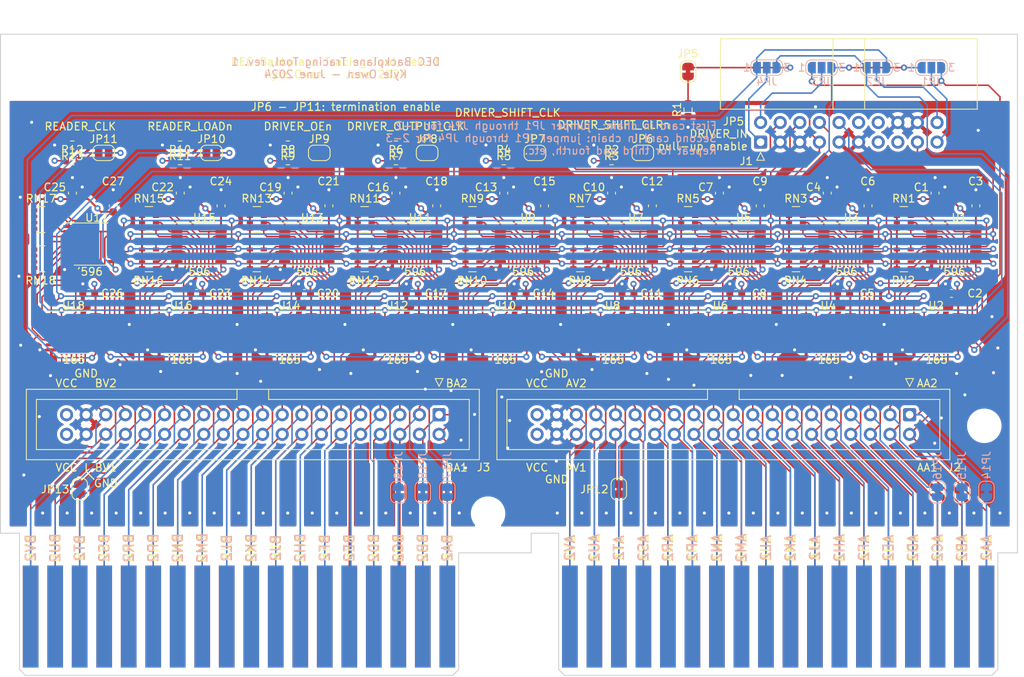
<source format=kicad_pcb>
(kicad_pcb (version 20211014) (generator pcbnew)
  (layers (0 "F.Cu" signal) (1 "In1.Cu" mixed) (2 "In2.Cu" mixed) (31 "B.Cu" signal) (34 "B.Paste" user) (35 "F.Paste" user) (36 "B.SilkS" user "B.Silkscreen") (37 "F.SilkS" user "F.Silkscreen") (38 "B.Mask" user) (39 "F.Mask" user) (44 "Edge.Cuts" user))
  (net 0 "")
  (net 1 "+5V")
  (net 2 "GND")
  (net 3 "Net-(J1-Pad1)")
  (net 4 "Net-(J1-Pad2)")
  (net 5 "DRIVER_SHIFT_CLK")
  (net 6 "DRIVER_OEn")
  (net 7 "DRIVER_SHIFT_CLRn")
  (net 8 "READER_LOADn")
  (net 9 "READER_CLK")
  (net 10 "DRIVER_OUTPUT_CLK")
  (net 11 "Net-(J1-Pad19)")
  (net 12 "Net-(J1-Pad20)")
  (net 13 "/AV1")
  (net 14 "/AU1")
  (net 15 "/AT1")
  (net 16 "/AS1")
  (net 17 "/AR1")
  (net 18 "/AP1")
  (net 19 "/AN1")
  (net 20 "/AM1")
  (net 21 "/AL1")
  (net 22 "/AK1")
  (net 23 "/AJ1")
  (net 24 "/AH1")
  (net 25 "/AF1")
  (net 26 "/AE1")
  (net 27 "/AD1")
  (net 28 "/AC1")
  (net 29 "/AB1")
  (net 30 "/AA1")
  (net 31 "/BA1")
  (net 32 "/BB1")
  (net 33 "/BC1")
  (net 34 "/BD1")
  (net 35 "/BE1")
  (net 36 "/BF1")
  (net 37 "/BH1")
  (net 38 "/BJ1")
  (net 39 "/BK1")
  (net 40 "/BL1")
  (net 41 "/BM1")
  (net 42 "/BN1")
  (net 43 "/BP1")
  (net 44 "/BR1")
  (net 45 "/BS1")
  (net 46 "/BT1")
  (net 47 "/BU1")
  (net 48 "/BV1")
  (net 49 "/AA2")
  (net 50 "/AB2")
  (net 51 "/AC2")
  (net 52 "/AD2")
  (net 53 "/AE2")
  (net 54 "/AF2")
  (net 55 "/AH2")
  (net 56 "/AJ2")
  (net 57 "/AK2")
  (net 58 "/AL2")
  (net 59 "/AM2")
  (net 60 "/AN2")
  (net 61 "/AP2")
  (net 62 "/AR2")
  (net 63 "/AS2")
  (net 64 "/AT2")
  (net 65 "/AU2")
  (net 66 "/AV2")
  (net 67 "/BV2")
  (net 68 "/BU2")
  (net 69 "/BT2")
  (net 70 "/BS2")
  (net 71 "/BR2")
  (net 72 "/BP2")
  (net 73 "/BN2")
  (net 74 "/BM2")
  (net 75 "/BL2")
  (net 76 "/BK2")
  (net 77 "/BJ2")
  (net 78 "/BH2")
  (net 79 "/BF2")
  (net 80 "/BE2")
  (net 81 "/BD2")
  (net 82 "/BC2")
  (net 83 "/BB2")
  (net 84 "/BA2")
  (net 85 "/READER_OUT")
  (net 86 "/READER_IN")
  (net 87 "/DRIVER_OUT")
  (net 88 "/DRIVER_IN")
  (net 89 "/8bit_element0/DRIVER_OUT")
  (net 91 "/8bit_element0/READER_OUT")
  (net 92 "/8bit_element1/DRIVER_OUT")
  (net 94 "/8bit_element1/READER_OUT")
  (net 95 "/8bit_element2/DRIVER_OUT")
  (net 97 "/8bit_element2/READER_OUT")
  (net 98 "/8bit_element3/DRIVER_OUT")
  (net 100 "/8bit_element3/READER_OUT")
  (net 101 "/8bit_element5/DRIVER_OUT")
  (net 102 "/8bit_element4/DRIVER_OUT")
  (net 104 "/8bit_element5/READER_OUT")
  (net 105 "/8bit_element4/READER_OUT")
  (net 107 "/8bit_element6/DRIVER_OUT")
  (net 109 "/8bit_element6/READER_OUT")
  (net 110 "/8bit_element7/DRIVER_OUT")
  (net 112 "/8bit_element7/READER_OUT")
  (net 114 "Net-(JP6-Pad1)")
  (net 115 "Net-(JP7-Pad1)")
  (net 116 "Net-(JP8-Pad1)")
  (net 117 "Net-(JP9-Pad1)")
  (net 118 "Net-(JP10-Pad1)")
  (net 119 "Net-(JP11-Pad1)")
  (net 120 "Net-(J4-PadBA2)")
  (net 121 "Net-(J4-PadBB2)")
  (net 122 "Net-(J4-PadBC2)")
  (net 123 "Net-(J4-PadAC2)")
  (net 124 "Net-(J4-PadAB2)")
  (net 125 "Net-(J4-PadAA2)")
  (net 126 "Net-(J4-PadBT1)")
  (net 127 "Net-(J4-PadAT1)")
  (net 128 "Net-(JP5-Pad1)")
  (footprint "Capacitor_SMD:C_0603_1608Metric" (layer "F.Cu") (at 80.858 91.354 180)
    (fp_text reference "C26")
    (fp_text value "0.1uF")
  )
  (footprint "Resistor_SMD:R_Array_Convex_4x0603" (layer "F.Cu") (at 102.627 81.788)
    (fp_text reference "RN13")
    (fp_text value "470k")
  )
  (footprint "MountingHole:MountingHole_3.7mm" (layer "F.Cu") (at 151.384 63.5)
    (fp_text reference "H3" hide)
    (fp_text value "MountingHole")
  )
  (footprint "Capacitor_SMD:C_0603_1608Metric" (layer "F.Cu") (at 111.9632 80.01 90)
    (fp_text reference "C21")
    (fp_text value "0.1uF")
  )
  (footprint "Resistor_SMD:R_0603_1608Metric" (layer "F.Cu") (at 158.496 67.5405 90)
    (fp_text reference "R1")
    (fp_text value "10k")
  )
  (footprint "Capacitor_SMD:C_0603_1608Metric" (layer "F.Cu") (at 190.5 78.359 90)
    (fp_text reference "C1")
    (fp_text value "1uF")
  )
  (footprint "Package_SO:TSSOP-16_4.4x5mm_P0.65mm" (layer "F.Cu") (at 192.913 84.963)
    (fp_text reference "U1")
    (fp_text value "74HCS596")
  )
  (footprint "Jumper:SolderJumper-2_P1.3mm_Open_RoundedPad1.0x1.5mm" (layer "F.Cu") (at 152.6305 73.152)
    (fp_text reference "JP6")
    (fp_text value "SolderJumper_2_Open")
  )
  (footprint "Capacitor_SMD:C_0603_1608Metric" (layer "F.Cu") (at 78.74 78.359 90)
    (fp_text reference "C25")
    (fp_text value "1uF")
  )
  (footprint "Package_SO:TSSOP-16_4.4x5mm_P0.65mm" (layer "F.Cu") (at 137.033 84.963)
    (fp_text reference "U9")
    (fp_text value "74HCS596")
  )
  (footprint "Resistor_SMD:R_0603_1608Metric" (layer "F.Cu") (at 78.7165 72.136 180)
    (fp_text reference "R13")
    (fp_text value "R")
  )
  (footprint "Resistor_SMD:R_Array_Convex_4x0603" (layer "F.Cu") (at 130.567 86.868)
    (fp_text reference "RN10")
    (fp_text value "470k")
  )
  (footprint "Package_SO:TSSOP-16_4.4x5mm_P0.65mm" (layer "F.Cu") (at 78.867 96.393)
    (fp_text reference "U18")
    (fp_text value "74HCS165")
  )
  (footprint "Capacitor_SMD:C_0603_1608Metric" (layer "F.Cu") (at 164.678 91.354 180)
    (fp_text reference "C8")
    (fp_text value "0.1uF")
  )
  (footprint "Capacitor_SMD:C_0603_1608Metric" (layer "F.Cu") (at 192.618 91.354 180)
    (fp_text reference "C2")
    (fp_text value "0.1uF")
  )
  (footprint "Resistor_SMD:R_Array_Convex_4x0603" (layer "F.Cu") (at 144.537 81.788)
    (fp_text reference "RN7")
    (fp_text value "470k")
  )
  (footprint "Resistor_SMD:R_0603_1608Metric" (layer "F.Cu") (at 134.62 74.168)
    (fp_text reference "R4")
    (fp_text value "R")
  )
  (footprint "Capacitor_SMD:C_0603_1608Metric" (layer "F.Cu") (at 136.738 91.354 180)
    (fp_text reference "C14")
    (fp_text value "0.1uF")
  )
  (footprint "Capacitor_SMD:C_0603_1608Metric" (layer "F.Cu") (at 139.9032 80.01 90)
    (fp_text reference "C15")
    (fp_text value "0.1uF")
  )
  (footprint "Package_SO:TSSOP-16_4.4x5mm_P0.65mm" (layer "F.Cu") (at 106.807 96.393)
    (fp_text reference "U14")
    (fp_text value "74HCS165")
  )
  (footprint "Package_SO:TSSOP-16_4.4x5mm_P0.65mm" (layer "F.Cu") (at 151.003 84.963)
    (fp_text reference "U7")
    (fp_text value "74HCS596")
  )
  (footprint "Resistor_SMD:R_Array_Convex_4x0603" (layer "F.Cu") (at 88.657 86.868)
    (fp_text reference "RN16")
    (fp_text value "470k")
  )
  (footprint "Jumper:SolderJumper-2_P1.3mm_Bridged_RoundedPad1.0x1.5mm" (layer "F.Cu") (at 149.5298 116.713 90)
    (fp_text reference "JP12")
    (fp_text value "Jumper_2_Bridged")
  )
  (footprint "Package_SO:TSSOP-16_4.4x5mm_P0.65mm" (layer "F.Cu") (at 92.837 96.393)
    (fp_text reference "U16")
    (fp_text value "74HCS165")
  )
  (footprint "MountingHole:MountingHole_3.7mm" (layer "F.Cu") (at 132.588 119.888)
    (fp_text reference "H6" hide)
    (fp_text value "MountingHole")
  )
  (footprint "Package_SO:TSSOP-16_4.4x5mm_P0.65mm" (layer "F.Cu") (at 148.717 96.393)
    (fp_text reference "U8")
    (fp_text value "74HCS165")
  )
  (footprint "Package_SO:TSSOP-16_4.4x5mm_P0.65mm" (layer "F.Cu") (at 176.657 96.393)
    (fp_text reference "U4")
    (fp_text value "74HCS165")
  )
  (footprint "Capacitor_SMD:C_0603_1608Metric" (layer "F.Cu") (at 122.768 91.354 180)
    (fp_text reference "C17")
    (fp_text value "0.1uF")
  )
  (footprint "Resistor_SMD:R_Array_Convex_4x0603" (layer "F.Cu") (at 102.627 86.868)
    (fp_text reference "RN14")
    (fp_text value "470k")
  )
  (footprint "Connector_IDC:IDC-Header_2x20_P2.54mm_Vertical" (layer "F.Cu") (at 187.198 107.0705 -90)
    (fp_text reference "J2")
    (fp_text value "Conn_02x20_Odd_Even")
  )
  (footprint "Capacitor_SMD:C_0603_1608Metric" (layer "F.Cu") (at 134.62 78.359 90)
    (fp_text reference "C13")
    (fp_text value "1uF")
  )
  (footprint "Capacitor_SMD:C_0603_1608Metric" (layer "F.Cu") (at 195.7832 80.01 90)
    (fp_text reference "C3")
    (fp_text value "0.1uF")
  )
  (footprint "Capacitor_SMD:C_0603_1608Metric" (layer "F.Cu") (at 84.0232 80.01 90)
    (fp_text reference "C27")
    (fp_text value "0.1uF")
  )
  (footprint "Resistor_SMD:R_0603_1608Metric" (layer "F.Cu") (at 120.65 72.136 180)
    (fp_text reference "R7")
    (fp_text value "R")
  )
  (footprint "Capacitor_SMD:C_0603_1608Metric" (layer "F.Cu") (at 106.68 78.359 90)
    (fp_text reference "C19")
    (fp_text value "1uF")
  )
  (footprint "Resistor_SMD:R_Array_Convex_4x0603" (layer "F.Cu") (at 172.477 86.868)
    (fp_text reference "RN4")
    (fp_text value "470k")
  )
  (footprint "Package_SO:TSSOP-16_4.4x5mm_P0.65mm" (layer "F.Cu") (at 190.627 96.393)
    (fp_text reference "U2")
    (fp_text value "74HCS165")
  )
  (footprint "Resistor_SMD:R_Array_Convex_4x0603" (layer "F.Cu") (at 116.597 81.788)
    (fp_text reference "RN11")
    (fp_text value "470k")
  )
  (footprint "Resistor_SMD:R_0603_1608Metric" (layer "F.Cu") (at 120.65 74.168)
    (fp_text reference "R6")
    (fp_text value "R")
  )
  (footprint "Resistor_SMD:R_Array_Convex_4x0603" (layer "F.Cu") (at 74.687 81.788)
    (fp_text reference "RN17")
    (fp_text value "470k")
  )
  (footprint "Capacitor_SMD:C_0603_1608Metric" (layer "F.Cu") (at 153.8732 80.01 90)
    (fp_text reference "C12")
    (fp_text value "0.1uF")
  )
  (footprint "MountingHole:MountingHole_3.5mm" (layer "F.Cu") (at 138.43 63.119)
    (fp_text reference "H1" hide)
    (fp_text value "MountingHole")
  )
  (footprint "Resistor_SMD:R_Array_Convex_4x0603" (layer "F.Cu") (at 186.447 86.868)
    (fp_text reference "RN2")
    (fp_text value "470k")
  )
  (footprint "Capacitor_SMD:C_0603_1608Metric" (layer "F.Cu") (at 108.798 91.354 180)
    (fp_text reference "C20")
    (fp_text value "0.1uF")
  )
  (footprint "Jumper:SolderJumper-2_P1.3mm_Open_RoundedPad1.0x1.5mm" (layer "F.Cu") (at 138.6605 73.152)
    (fp_text reference "JP7")
    (fp_text value "SolderJumper_2_Open")
  )
  (footprint "Capacitor_SMD:C_0603_1608Metric" (layer "F.Cu") (at 181.8132 80.01 90)
    (fp_text reference "C6")
    (fp_text value "0.1uF")
  )
  (footprint "Resistor_SMD:R_0603_1608Metric" (layer "F.Cu") (at 134.62 72.136 180)
    (fp_text reference "R5")
    (fp_text value "R")
  )
  (footprint "Capacitor_SMD:C_0603_1608Metric" (layer "F.Cu") (at 92.71 78.359 90)
    (fp_text reference "C22")
    (fp_text value "1uF")
  )
  (footprint "Package_SO:TSSOP-16_4.4x5mm_P0.65mm" (layer "F.Cu") (at 162.687 96.393)
    (fp_text reference "U6")
    (fp_text value "74HCS165")
  )
  (footprint "Capacitor_SMD:C_0603_1608Metric" (layer "F.Cu") (at 162.56 78.359 90)
    (fp_text reference "C7")
    (fp_text value "1uF")
  )
  (footprint "Package_SO:TSSOP-16_4.4x5mm_P0.65mm" (layer "F.Cu") (at 120.777 96.393)
    (fp_text reference "U12")
    (fp_text value "74HCS165")
  )
  (footprint "Resistor_SMD:R_Array_Convex_4x0603" (layer "F.Cu") (at 186.447 81.788)
    (fp_text reference "RN1")
    (fp_text value "470k")
  )
  (footprint "Connector_IDC:IDC-Header_2x20_P2.54mm_Vertical" (layer "F.Cu") (at 126.238 107.0705 -90)
    (fp_text reference "J3")
    (fp_text value "Conn_02x20_Odd_Even")
  )
  (footprint "Jumper:SolderJumper-2_P1.3mm_Open_RoundedPad1.0x1.5mm" (layer "F.Cu") (at 96.7505 73.152)
    (fp_text reference "JP10")
    (fp_text value "SolderJumper_2_Open")
  )
  (footprint "Package_SO:TSSOP-16_4.4x5mm_P0.65mm" (layer "F.Cu") (at 81.153 84.963)
    (fp_text reference "U17")
    (fp_text value "74HCS596")
  )
  (footprint "Connector_IDC:IDC-Header_2x10_P2.54mm_Horizontal" (layer "F.Cu") (at 167.894 71.755 90)
    (fp_text reference "J1")
    (fp_text value "Conn_02x10_Odd_Even")
  )
  (footprint "Resistor_SMD:R_0603_1608Metric" (layer "F.Cu") (at 106.6565 74.168)
    (fp_text reference "R8")
    (fp_text value "R")
  )
  (footprint "Jumper:SolderJumper-2_P1.3mm_Open_RoundedPad1.0x1.5mm" (layer "F.Cu") (at 110.7205 73.152)
    (fp_text reference "JP9")
    (fp_text value "SolderJumper_2_Open")
  )
  (footprint "Resistor_SMD:R_0603_1608Metric" (layer "F.Cu") (at 78.7165 74.168)
    (fp_text reference "R12")
    (fp_text value "R")
  )
  (footprint "Resistor_SMD:R_Array_Convex_4x0603" (layer "F.Cu") (at 116.597 86.868)
    (fp_text reference "RN12")
    (fp_text value "470k")
  )
  (footprint "Capacitor_SMD:C_0603_1608Metric" (layer "F.Cu") (at 94.828 91.354 180)
    (fp_text reference "C23")
    (fp_text value "0.1uF")
  )
  (footprint "MountingHole:MountingHole_3.7mm" (layer "F.Cu") (at 75.184 63.5)
    (fp_text reference "H5" hide)
    (fp_text value "MountingHole")
  )
  (footprint "Resistor_SMD:R_0603_1608Metric" (layer "F.Cu") (at 148.59 74.168)
    (fp_text reference "R2")
    (fp_text value "R")
  )
  (footprint "Capacitor_SMD:C_0603_1608Metric" (layer "F.Cu") (at 150.708 91.354 180)
    (fp_text reference "C11")
    (fp_text value "0.1uF")
  )
  (footprint "Package_SO:TSSOP-16_4.4x5mm_P0.65mm" (layer "F.Cu") (at 178.943 84.963)
    (fp_text reference "U3")
    (fp_text value "74HCS596")
  )
  (footprint "Capacitor_SMD:C_0603_1608Metric" (layer "F.Cu") (at 120.65 78.359 90)
    (fp_text reference "C16")
    (fp_text value "1uF")
  )
  (footprint "Package_SO:TSSOP-16_4.4x5mm_P0.65mm" (layer "F.Cu") (at 109.093 84.963)
    (fp_text reference "U13")
    (fp_text value "74HCS596")
  )
  (footprint "Package_SO:TSSOP-16_4.4x5mm_P0.65mm" (layer "F.Cu") (at 134.747 96.393)
    (fp_text reference "U10")
    (fp_text value "74HCS165")
  )
  (footprint "Resistor_SMD:R_0603_1608Metric" (layer "F.Cu") (at 106.6565 72.136 180)
    (fp_text reference "R9")
    (fp_text value "R")
  )
  (footprint "Capacitor_SMD:C_0603_1608Metric" (layer "F.Cu") (at 125.9332 80.01 90)
    (fp_text reference "C18")
    (fp_text value "0.1uF")
  )
  (footprint "MountingHole:MountingHole_3.5mm" (layer "F.Cu") (at 88.138 63.119)
    (fp_text reference "H2" hide)
    (fp_text value "MountingHole")
  )
  (footprint "Capacitor_SMD:C_0603_1608Metric" (layer "F.Cu") (at 167.8432 80.01 90)
    (fp_text reference "C9")
    (fp_text value "0.1uF")
  )
  (footprint "dec-flip-chip-templates:CONN-DEC-DOUBLE" (layer "F.Cu") (at 201.168 140.843)
    (fp_text reference "J4" hide)
    (fp_text value "CONN-DEC-DOUBLE" hide)
  )
  (footprint "Resistor_SMD:R_Array_Convex_4x0603" (layer "F.Cu") (at 172.477 81.788)
    (fp_text reference "RN3")
    (fp_text value "470k")
  )
  (footprint "Jumper:SolderJumper-2_P1.3mm_Bridged_RoundedPad1.0x1.5mm" (layer "F.Cu") (at 79.6798 116.713 90)
    (fp_text reference "JP13")
    (fp_text value "Jumper_2_Bridged")
  )
  (footprint "Resistor_SMD:R_Array_Convex_4x0603" (layer "F.Cu") (at 130.567 81.788)
    (fp_text reference "RN9")
    (fp_text value "470k")
  )
  (footprint "Resistor_SMD:R_0603_1608Metric" (layer "F.Cu") (at 148.59 72.136 180)
    (fp_text reference "R3")
    (fp_text value "R")
  )
  (footprint "Resistor_SMD:R_0603_1608Metric" (layer "F.Cu") (at 92.6865 72.136 180)
    (fp_text reference "R11")
    (fp_text value "R")
  )
  (footprint "Package_SO:TSSOP-16_4.4x5mm_P0.65mm" (layer "F.Cu") (at 164.973 84.963)
    (fp_text reference "U5")
    (fp_text value "74HCS596")
  )
  (footprint "Resistor_SMD:R_Array_Convex_4x0603" (layer "F.Cu") (at 74.687 86.868)
    (fp_text reference "RN18")
    (fp_text value "470k")
  )
  (footprint "Resistor_SMD:R_Array_Convex_4x0603" (layer "F.Cu") (at 144.537 86.868)
    (fp_text reference "RN8")
    (fp_text value "470k")
  )
  (footprint "Jumper:SolderJumper-2_P1.3mm_Open_RoundedPad1.0x1.5mm" (layer "F.Cu") (at 82.7805 73.152)
    (fp_text reference "JP11")
    (fp_text value "SolderJumper_2_Open")
  )
  (footprint "Capacitor_SMD:C_0603_1608Metric" (layer "F.Cu") (at 97.9932 80.01 90)
    (fp_text reference "C24")
    (fp_text value "0.1uF")
  )
  (footprint "Resistor_SMD:R_0603_1608Metric" (layer "F.Cu") (at 92.6865 74.168)
    (fp_text reference "R10")
    (fp_text value "R")
  )
  (footprint "Capacitor_SMD:C_0603_1608Metric" (layer "F.Cu") (at 148.59 78.359 90)
    (fp_text reference "C10")
    (fp_text value "1uF")
  )
  (footprint "Jumper:SolderJumper-2_P1.3mm_Open_RoundedPad1.0x1.5mm" (layer "F.Cu") (at 124.6905 73.152)
    (fp_text reference "JP8")
    (fp_text value "SolderJumper_2_Open")
  )
  (footprint "Resistor_SMD:R_Array_Convex_4x0603" (layer "F.Cu") (at 158.507 86.868)
    (fp_text reference "RN6")
    (fp_text value "470k")
  )
  (footprint "MountingHole:MountingHole_3.7mm" (layer "F.Cu") (at 196.8754 108.5088)
    (fp_text reference "H4" hide)
    (fp_text value "MountingHole")
  )
  (footprint "Resistor_SMD:R_Array_Convex_4x0603" (layer "F.Cu") (at 158.507 81.788)
    (fp_text reference "RN5")
    (fp_text value "470k")
  )
  (footprint "Capacitor_SMD:C_0603_1608Metric" (layer "F.Cu") (at 178.648 91.354 180)
    (fp_text reference "C5")
    (fp_text value "0.1uF")
  )
  (footprint "Resistor_SMD:R_Array_Convex_4x0603" (layer "F.Cu") (at 88.657 81.788)
    (fp_text reference "RN15")
    (fp_text value "470k")
  )
  (footprint "Jumper:SolderJumper-2_P1.3mm_Bridged_RoundedPad1.0x1.5mm" (layer "F.Cu") (at 158.496 62.611 90)
    (fp_text reference "JP5")
    (fp_text value "SolderJumper_2_Bridged")
  )
  (footprint "Package_SO:TSSOP-16_4.4x5mm_P0.65mm" (layer "F.Cu") (at 123.063 84.963)
    (fp_text reference "U11")
    (fp_text value "74HCS596")
  )
  (footprint "Capacitor_SMD:C_0603_1608Metric" (layer "F.Cu") (at 176.53 78.359 90)
    (fp_text reference "C4")
    (fp_text value "1uF")
  )
  (footprint "Package_SO:TSSOP-16_4.4x5mm_P0.65mm" (layer "F.Cu") (at 95.123 84.963)
    (fp_text reference "U15")
    (fp_text value "74HCS596")
  )
  (footprint "Jumper:SolderJumper-3_P1.3mm_Open_RoundedPad1.0x1.5mm_NumberLabels" (layer "B.Cu") (at 182.91 62.103)
    (fp_text reference "JP2")
    (fp_text value "SolderJumper_3_Open")
  )
  (footprint "Jumper:SolderJumper-2_P1.3mm_Bridged_RoundedPad1.0x1.5mm" (layer "B.Cu") (at 193.9798 117.094 90)
    (fp_text reference "JP15")
    (fp_text value "Jumper_2_Bridged")
  )
  (footprint "Jumper:SolderJumper-2_P1.3mm_Bridged_RoundedPad1.0x1.5mm" (layer "B.Cu") (at 127.3048 117.094 90)
    (fp_text reference "JP17")
    (fp_text value "Jumper_2_Bridged")
  )
  (footprint "Jumper:SolderJumper-3_P1.3mm_Open_RoundedPad1.0x1.5mm_NumberLabels" (layer "B.Cu") (at 190.022 62.103)
    (fp_text reference "JP1")
    (fp_text value "SolderJumper_3_Open")
  )
  (footprint "Jumper:SolderJumper-2_P1.3mm_Bridged_RoundedPad1.0x1.5mm" (layer "B.Cu") (at 124.1298 117.094 90)
    (fp_text reference "JP18")
    (fp_text value "Jumper_2_Bridged")
  )
  (footprint "Jumper:SolderJumper-2_P1.3mm_Bridged_RoundedPad1.0x1.5mm" (layer "B.Cu") (at 190.8048 117.094 90)
    (fp_text reference "JP16")
    (fp_text value "Jumper_2_Bridged")
  )
  (footprint "Jumper:SolderJumper-3_P1.3mm_Open_RoundedPad1.0x1.5mm_NumberLabels" (layer "B.Cu") (at 168.686 62.103)
    (fp_text reference "JP4")
    (fp_text value "SolderJumper_3_Open")
  )
  (footprint "Jumper:SolderJumper-2_P1.3mm_Bridged_RoundedPad1.0x1.5mm" (layer "B.Cu") (at 120.9548 117.094 90)
    (fp_text reference "JP19")
    (fp_text value "Jumper_2_Bridged")
  )
  (footprint "Jumper:SolderJumper-2_P1.3mm_Bridged_RoundedPad1.0x1.5mm" (layer "B.Cu") (at 197.1548 117.094 90)
    (fp_text reference "JP14")
    (fp_text value "Jumper_2_Bridged")
  )
  (footprint "Jumper:SolderJumper-3_P1.3mm_Open_RoundedPad1.0x1.5mm_NumberLabels" (layer "B.Cu") (at 175.798 62.103)
    (fp_text reference "JP3")
    (fp_text value "SolderJumper_3_Open")
  )
  (gr_line (start 80.518 113.411) (end 80.518 114.427) (layer "F.SilkS") (width 0.15))
  (gr_line (start 80.518 114.427) (end 81.534 115.443) (layer "F.SilkS") (width 0.15))
  (gr_line (start 201.168 57.785) (end 201.168 124.968) (layer "Edge.Cuts") (width 0.127))
  (gr_line (start 138.176 124.968) (end 138.176 122.428) (layer "Edge.Cuts") (width 0.127))
  (gr_line (start 71.882 140.081) (end 72.644 140.843) (layer "Edge.Cuts") (width 0.127))
  (gr_line (start 71.882 122.428) (end 71.882 140.081) (layer "Edge.Cuts") (width 0.127))
  (gr_line (start 198.628 124.968) (end 198.628 140.081) (layer "Edge.Cuts") (width 0.127))
  (gr_line (start 201.168 124.968) (end 198.628 124.968) (layer "Edge.Cuts") (width 0.127))
  (gr_line (start 197.866 140.843) (end 142.494 140.843) (layer "Edge.Cuts") (width 0.127))
  (gr_line (start 128.016 140.843) (end 72.644 140.843) (layer "Edge.Cuts") (width 0.127))
  (gr_line (start 69.4182 57.785) (end 69.4182 122.428) (layer "Edge.Cuts") (width 0.127))
  (gr_line (start 128.016 140.843) (end 128.778 140.081) (layer "Edge.Cuts") (width 0.127))
  (gr_line (start 197.866 140.843) (end 198.628 140.081) (layer "Edge.Cuts") (width 0.127))
  (gr_line (start 141.732 122.428) (end 138.176 122.428) (layer "Edge.Cuts") (width 0.127))
  (gr_line (start 141.732 140.081) (end 142.494 140.843) (layer "Edge.Cuts") (width 0.127))
  (gr_line (start 138.176 124.968) (end 128.778 124.968) (layer "Edge.Cuts") (width 0.127))
  (gr_line (start 201.168 57.785) (end 69.4182 57.785) (layer "Edge.Cuts") (width 0.127))
  (gr_line (start 141.732 122.428) (end 141.732 140.081) (layer "Edge.Cuts") (width 0.127))
  (gr_line (start 128.778 124.968) (end 128.778 140.081) (layer "Edge.Cuts") (width 0.127))
  (gr_line (start 71.882 122.428) (end 69.4182 122.428) (layer "Edge.Cuts") (width 0.127))
  (gr_text "DEC Backplane Tracing Tool, rev. 1\nKyle Owen - June 2024" (at 112.8268 62.1538) (layer "B.SilkS") (effects (font (size 1 1)) (justify mirror)))
  (gr_text "First card in chain:  jumper JP1 through JP4 for 1-2\nSecond card in chain: jumper JP1 through JP4 for 2-3\nRepeat for third and fourth, etc." (at 162.306 71.247) (layer "B.SilkS") (effects (font (size 1 1)) (justify left mirror)))
  (gr_text "BA1" (at 128.524 113.919) (layer "F.SilkS") (effects (font (size 1 1))))
  (gr_text "'165" (at 120.6246 99.949) (layer "F.SilkS") (effects (font (size 1 1))))
  (gr_text "BV1" (at 83.058 113.919) (layer "F.SilkS") (effects (font (size 1 1))))
  (gr_text "'596" (at 108.9406 88.5444) (layer "F.SilkS") (effects (font (size 1 1))))
  (gr_text "BA2" (at 128.524 102.997) (layer "F.SilkS") (effects (font (size 1 1))))
  (gr_text "'165" (at 92.6846 99.949) (layer "F.SilkS") (effects (font (size 1 1))))
  (gr_text "'165" (at 78.7146 99.949) (layer "F.SilkS") (effects (font (size 1 1))))
  (gr_text "DRIVER_OEn" (at 107.95 69.723) (layer "F.SilkS") (effects (font (size 1 1))))
  (gr_text "'165" (at 176.5046 99.949) (layer "F.SilkS") (effects (font (size 1 1))))
  (gr_text "'596" (at 150.8506 88.5444) (layer "F.SilkS") (effects (font (size 1 1))))
  (gr_text "'596" (at 94.9706 88.5444) (layer "F.SilkS") (effects (font (size 1 1))))
  (gr_text "'165" (at 190.4746 99.949) (layer "F.SilkS") (effects (font (size 1 1))))
  (gr_text "'596" (at 164.8206 88.5444) (layer "F.SilkS") (effects (font (size 1 1))))
  (gr_text "AA2" (at 189.484 102.997) (layer "F.SilkS") (effects (font (size 1 1))))
  (gr_text "BV2" (at 83.058 102.997) (layer "F.SilkS") (effects (font (size 1 1))))
  (gr_text "JP6 - JP11: termination enable" (at 114.173 67.183) (layer "F.SilkS") (effects (font (size 1 1))))
  (gr_text "READER_CLK" (at 79.756 69.723) (layer "F.SilkS") (effects (font (size 1 1))))
  (gr_text "DEC Backplane Tracing Tool, rev. 1\nKyle Owen - June 2024" (at 112.8268 62.1538) (layer "F.SilkS") (effects (font (size 1 1))))
  (gr_text "VCC" (at 138.938 113.919) (layer "F.SilkS") (effects (font (size 1 1))))
  (gr_text "'596" (at 81.0006 88.5444) (layer "F.SilkS") (effects (font (size 1 1))))
  (gr_text "AA1" (at 189.484 113.919) (layer "F.SilkS") (effects (font (size 1 1))))
  (gr_text "DRIVER_SHIFT_CLRn" (at 148.8948 69.5198) (layer "F.SilkS") (effects (font (size 1 1))))
  (gr_text "DRIVER_OUTPUT_CLK" (at 121.92 69.723) (layer "F.SilkS") (effects (font (size 1 1))))
  (gr_text "JP5:\nDRIVER_IN\npull-up enable" (at 166.3192 70.6882) (layer "F.SilkS") (effects (font (size 1 1)) (justify right)))
  (gr_text "'596" (at 122.9106 88.5444) (layer "F.SilkS") (effects (font (size 1 1))))
  (gr_text "'596" (at 192.7606 88.5444) (layer "F.SilkS") (effects (font (size 1 1))))
  (gr_text "VCC" (at 138.938 102.997) (layer "F.SilkS") (effects (font (size 1 1))))
  (gr_text "READER_LOADn" (at 93.98 69.723) (layer "F.SilkS") (effects (font (size 1 1))))
  (gr_text "'596" (at 178.7906 88.5444) (layer "F.SilkS") (effects (font (size 1 1))))
  (gr_text "VCC" (at 77.978 102.997) (layer "F.SilkS") (effects (font (size 1 1))))
  (gr_text "AV2" (at 144.018 102.997) (layer "F.SilkS") (effects (font (size 1 1))))
  (gr_text "GND" (at 141.478 115.443) (layer "F.SilkS") (effects (font (size 1 1))))
  (gr_text "AV1" (at 144.018 113.919) (layer "F.SilkS") (effects (font (size 1 1))))
  (gr_text "GND" (at 141.478 101.727) (layer "F.SilkS") (effects (font (size 1 1))))
  (gr_text "'165" (at 134.5946 99.949) (layer "F.SilkS") (effects (font (size 1 1))))
  (gr_text "GND" (at 80.518 101.727) (layer "F.SilkS") (effects (font (size 1 1))))
  (gr_text "'165" (at 106.6546 99.949) (layer "F.SilkS") (effects (font (size 1 1))))
  (gr_text "'596" (at 136.8806 88.5444) (layer "F.SilkS") (effects (font (size 1 1))))
  (gr_text "'165" (at 162.5346 99.949) (layer "F.SilkS") (effects (font (size 1 1))))
  (gr_text "VCC" (at 77.978 113.919) (layer "F.SilkS") (effects (font (size 1 1))))
  (gr_text "DRIVER_SHIFT_CLK" (at 135.128 67.945) (layer "F.SilkS") (effects (font (size 1 1))))
  (gr_text "GND" (at 83.058 115.951) (layer "F.SilkS") (effects (font (size 1 1))))
  (gr_text "'165" (at 148.5646 99.949) (layer "F.SilkS") (effects (font (size 1 1))))
  (segment (start 185.547 80.01) (end 186.423 79.134) (width 0.25) (layer "F.Cu") (net 1))
  (segment (start 179.7812 80.3402) (end 180.226 80.785) (width 0.25) (layer "F.Cu") (net 1))
  (segment (start 153.8732 80.785) (end 153.8732 82.6803) (width 0.25) (layer "F.Cu") (net 1))
  (segment (start 94.755 79.134) (end 92.71 79.134) (width 0.25) (layer "F.Cu") (net 1))
  (segment (start 129.667 81.388) (end 129.667 80.588) (width 0.25) (layer "F.Cu") (net 1))
  (segment (start 171.577 82.188) (end 171.577 81.388) (width 0.25) (layer "F.Cu") (net 1))
  (segment (start 73.787 80.01) (end 74.663 79.134) (width 0.25) (layer "F.Cu") (net 1))
  (segment (start 176.53 79.134) (end 174.993 79.134) (width 0.25) (layer "F.Cu") (net 1))
  (segment (start 138.316 80.785) (end 139.9032 80.785) (width 0.25) (layer "F.Cu") (net 1))
  (segment (start 137.8712 80.3402) (end 138.316 80.785) (width 0.25) (layer "F.Cu") (net 1))
  (segment (start 109.573 90.179) (end 109.519 90.125) (width 0.25) (layer "F.Cu") (net 1))
  (segment (start 185.547 86.468) (end 185.547 85.668) (width 0.25) (layer "F.Cu") (net 1))
  (segment (start 181.8132 82.6803) (end 181.8055 82.688) (width 0.25) (layer "F.Cu") (net 1))
  (segment (start 193.4895 91.4505) (end 193.393 91.354) (width 0.25) (layer "F.Cu") (net 1))
  (segment (start 74.663 79.134) (end 77.203 79.134) (width 0.25) (layer "F.Cu") (net 1))
  (segment (start 171.577 88.068) (end 171.577 87.268) (width 0.25) (layer "F.Cu") (net 1))
  (segment (start 157.607 82.188) (end 157.607 81.388) (width 0.25) (layer "F.Cu") (net 1))
  (segment (start 115.697 88.068) (end 115.697 87.268) (width 0.25) (layer "F.Cu") (net 1))
  (segment (start 152.286 80.785) (end 153.8732 80.785) (width 0.25) (layer "F.Cu") (net 1))
  (segment (start 190.5 79.134) (end 188.963 79.134) (width 0.25) (layer "F.Cu") (net 1))
  (segment (start 123.6395 91.4505) (end 123.543 91.354) (width 0.25) (layer "F.Cu") (net 1))
  (segment (start 192.545 79.134) (end 190.5 79.134) (width 0.25) (layer "F.Cu") (net 1))
  (segment (start 151.5795 91.4505) (end 151.483 91.354) (width 0.25) (layer "F.Cu") (net 1))
  (segment (start 129.667 87.268) (end 129.667 86.468) (width 0.25) (layer "F.Cu") (net 1))
  (segment (start 82.436 80.785) (end 84.0232 80.785) (width 0.25) (layer "F.Cu") (net 1))
  (segment (start 150.635 79.134) (end 148.59 79.134) (width 0.25) (layer "F.Cu") (net 1))
  (segment (start 73.787 82.188) (end 73.787 81.388) (width 0.25) (layer "F.Cu") (net 1))
  (segment (start 171.577 85.668) (end 171.577 82.988) (width 0.25) (layer "F.Cu") (net 1))
  (segment (start 146.2805 74.168) (end 147.7415 74.168) (width 0.2) (layer "F.Cu") (net 1))
  (segment (start 115.697 81.388) (end 115.697 80.588) (width 0.25) (layer "F.Cu") (net 1))
  (segment (start 157.607 88.068) (end 157.607 87.268) (width 0.25) (layer "F.Cu") (net 1))
  (segment (start 143.637 86.468) (end 143.637 85.668) (width 0.25) (layer "F.Cu") (net 1))
  (segment (start 96.406 80.785) (end 97.9932 80.785) (width 0.25) (layer "F.Cu") (net 1))
  (segment (start 81.9912 80.3402) (end 82.436 80.785) (width 0.25) (layer "F.Cu") (net 1))
  (segment (start 110.376 80.785) (end 111.9632 80.785) (width 0.25) (layer "F.Cu") (net 1))
  (segment (start 87.757 82.188) (end 87.757 81.388) (width 0.25) (layer "F.Cu") (net 1))
  (segment (start 101.727 85.668) (end 101.727 82.988) (width 0.25) (layer "F.Cu") (net 1))
  (segment (start 129.667 86.468) (end 129.667 85.668) (width 0.25) (layer "F.Cu") (net 1))
  (segment (start 97.9932 82.6803) (end 97.9855 82.688) (width 0.25) (layer "F.Cu") (net 1))
  (segment (start 109.9312 80.3402) (end 108.725 79.134) (width 0.25) (layer "F.Cu") (net 1))
  (segment (start 137.6095 94.118) (end 137.6095 91.4505) (width 0.25) (layer "F.Cu") (net 1))
  (segment (start 143.637 87.268) (end 143.637 86.468) (width 0.25) (layer "F.Cu") (net 1))
  (segment (start 81.7295 91.4505) (end 81.633 91.354) (width 0.25) (layer "F.Cu") (net 1))
  (segment (start 81.633 91.354) (end 81.633 90.179) (width 0.25) (layer "F.Cu") (net 1))
  (segment (start 120.65 79.134) (end 119.113 79.134) (width 0.25) (layer "F.Cu") (net 1))
  (segment (start 81.9912 80.3402) (end 80.785 79.134) (width 0.25) (layer "F.Cu") (net 1))
  (segment (start 109.573 91.354) (end 109.573 90.179) (width 0.25) (layer "F.Cu") (net 1))
  (segment (start 87.757 86.468) (end 87.757 85.668) (width 0.25) (layer "F.Cu") (net 1))
  (segment (start 185.547 80.588) (end 185.547 80.01) (width 0.25) (layer "F.Cu") (net 1))
  (segment (start 185.547 82.988) (end 185.547 82.188) (width 0.25) (layer "F.Cu") (net 1))
  (segment (start 186.423 79.134) (end 188.963 79.134) (width 0.25) (layer "F.Cu") (net 1))
  (segment (start 130.543 79.134) (end 133.083 79.134) (width 0.25) (layer "F.Cu") (net 1))
  (segment (start 111.9632 80.785) (end 111.9632 82.6803) (width 0.25) (layer "F.Cu") (net 1))
  (segment (start 95.6995 94.118) (end 95.6995 91.4505) (width 0.25) (layer "F.Cu") (net 1))
  (segment (start 106.68 79.134) (end 105.143 79.134) (width 0.25) (layer "F.Cu") (net 1))
  (segment (start 109.6695 91.4505) (end 109.573 91.354) (width 0.25) (layer "F.Cu") (net 1))
  (segment (start 76.4305 74.168) (end 77.8915 74.168) (width 0.2) (layer "F.Cu") (net 1))
  (segment (start 193.393 91.354) (end 193.393 90.179) (width 0.25) (layer "F.Cu") (net 1))
  (segment (start 179.423 91.354) (end 179.423 90.179) (width 0.25) (layer "F.Cu") (net 1))
  (segment (start 95.6995 91.4505) (end 95.603 91.354) (width 0.25) (layer "F.Cu") (net 1))
  (segment (start 125.9332 80.785) (end 125.9332 82.6803) (width 0.25) (layer "F.Cu") (net 1))
  (segment (start 180.226 80.785) (end 181.8132 80.785) (width 0.25) (layer "F.Cu") (net 1))
  (segment (start 139.9032 82.6803) (end 139.8955 82.688) (width 0.25) (layer "F.Cu") (net 1))
  (segment (start 122.695 79.134) (end 120.65 79.134) (width 0.25) (layer "F.Cu") (net 1))
  (segment (start 87.757 80.01) (end 88.633 79.134) (width 0.25) (layer "F.Cu") (net 1))
  (segment (start 101.727 87.268) (end 101.727 86.468) (width 0.25) (layer "F.Cu") (net 1))
  (segment (start 123.543 90.179) (end 123.489 90.125) (width 0.25) (layer "F.Cu") (net 1))
  (segment (start 143.637 80.01) (end 144.513 79.134) (width 0.25) (layer "F.Cu") (net 1))
  (segment (start 151.483 91.354) (end 151.483 90.179) (width 0.25) (layer "F.Cu") (net 1))
  (segment (start 123.9012 80.3402) (end 124.346 80.785) (width 0.25) (layer "F.Cu") (net 1))
  (segment (start 179.7812 80.3402) (end 178.575 79.134) (width 0.25) (layer "F.Cu") (net 1))
  (segment (start 143.637 82.988) (end 143.637 82.188) (width 0.25) (layer "F.Cu") (net 1))
  (segment (start 139.9032 80.785) (end 139.9032 82.6803) (width 0.25) (layer "F.Cu") (net 1))
  (segment (start 129.667 85.668) (end 129.667 82.988) (width 0.25) (layer "F.Cu") (net 1))
  (segment (start 143.637 88.068) (end 143.637 87.268) (width 0.25) (layer "F.Cu") (net 1))
  (segment (start 115.697 86.468) (end 115.697 85.668) (width 0.25) (layer "F.Cu") (net 1))
  (segment (start 171.577 86.468) (end 171.577 85.668) (width 0.25) (layer "F.Cu") (net 1))
  (segment (start 144.513 79.134) (end 147.053 79.134) (width 0.25) (layer "F.Cu") (net 1))
  (segment (start 171.577 87.268) (end 171.577 86.468) (width 0.25) (layer "F.Cu") (net 1))
  (segment (start 185.547 88.068) (end 185.547 87.268) (width 0.25) (layer "F.Cu") (net 1))
  (segment (start 137.6095 91.4505) (end 137.513 91.354) (width 0.25) (layer "F.Cu") (net 1))
  (segment (start 95.9612 80.3402) (end 96.406 80.785) (width 0.25) (layer "F.Cu") (net 1))
  (segment (start 123.6395 94.118) (end 123.6395 91.4505) (width 0.25) (layer "F.Cu") (net 1))
  (segment (start 171.577 82.988) (end 171.577 82.188) (width 0.25) (layer "F.Cu") (net 1))
  (segment (start 137.513 91.354) (end 137.513 90.179) (width 0.25) (layer "F.Cu") (net 1))
  (segment (start 115.697 82.188) (end 115.697 81.388) (width 0.25) (layer "F.Cu") (net 1))
  (segment (start 143.637 82.188) (end 143.637 81.388) (width 0.25) (layer "F.Cu") (net 1))
  (segment (start 158.483 79.134) (end 161.023 79.134) (width 0.25) (layer "F.Cu") (net 1))
  (segment (start 137.513 90.179) (end 137.459 90.125) (width 0.25) (layer "F.Cu") (net 1))
  (segment (start 151.5795 94.118) (end 151.5795 91.4505) (width 0.25) (layer "F.Cu") (net 1))
  (segment (start 193.393 90.179) (end 193.339 90.125) (width 0.25) (layer "F.Cu") (net 1))
  (segment (start 165.8112 80.3402) (end 166.256 80.785) (width 0.25) (layer "F.Cu") (net 1))
  (segment (start 171.577 81.388) (end 171.577 80.588) (width 0.25) (layer "F.Cu") (net 1))
  (segment (start 151.8412 80.3402) (end 152.286 80.785) (width 0.25) (layer "F.Cu") (net 1))
  (segment (start 90.4005 74.168) (end 91.8615 74.168) (width 0.2) (layer "F.Cu") (net 1))
  (segment (start 129.667 80.588) (end 129.667 80.01) (width 0.25) (layer "F.Cu") (net 1))
  (segment (start 88.633 79.134) (end 91.173 79.134) (width 0.25) (layer "F.Cu") (net 1))
  (segment (start 137.8712 80.3402) (end 136.665 79.134) (width 0.25) (layer "F.Cu") (net 1))
  (segment (start 153.8732 82.6803) (end 153.8655 82.688) (width 0.25) (layer "F.Cu") (net 1))
  (segment (start 143.637 80.588) (end 143.637 80.01) (width 0.25) (layer "F.Cu") (net 1))
  (segment (start 129.667 82.988) (end 129.667 82.188) (width 0.25) (layer "F.Cu") (net 1))
  (segment (start 101.727 81.388) (end 101.727 80.588) (width 0.25) (layer "F.Cu") (net 1))
  (segment (start 157.607 80.588) (end 157.607 80.01) (width 0.25) (layer "F.Cu") (net 1))
  (segment (start 108.725 79.134) (end 106.68 79.134) (width 0.25) (layer "F.Cu") (net 1))
  (segment (start 118.3405 74.168) (end 119.8015 74.168) (width 0.2) (layer "F.Cu") (net 1))
  (segment (start 143.637 85.668) (end 143.637 82.988) (width 0.25) (layer "F.Cu") (net 1))
  (segment (start 123.543 91.354) (end 123.543 90.179) (width 0.25) (layer "F.Cu") (net 1))
  (segment (start 104.3705 74.168) (end 105.8315 74.168) (width 0.2) (layer "F.Cu") (net 1))
  (segment (start 102.603 79.134) (end 105.143 79.134) (width 0.25) (layer "F.Cu") (net 1))
  (segment (start 73.787 80.588) (end 73.787 80.01) (width 0.25) (layer "F.Cu") (net 1))
  (segment (start 172.453 79.134) (end 174.993 79.134) (width 0.25) (layer "F.Cu") (net 1))
  (segment (start 157.607 86.468) (end 157.607 85.668) (width 0.25) (layer "F.Cu") (net 1))
  (segment (start 193.7512 80.3402) (end 194.196 80.785) (width 0.25) (layer "F.Cu") (net 1))
  (segment (start 179.5195 94.118) (end 179.5195 91.4505) (width 0.25) (layer "F.Cu") (net 1))
  (segment (start 165.8112 80.3402) (end 164.605 79.134) (width 0.25) (layer "F.Cu") (net 1))
  (segment (start 87.757 80.588) (end 87.757 80.01) (width 0.25) (layer "F.Cu") (net 1))
  (segment (start 194.196 80.785) (end 195.7832 80.785) (width 0.25) (layer "F.Cu") (net 1))
  (segment (start 157.607 85.668) (end 157.607 82.988) (width 0.25) (layer "F.Cu") (net 1))
  (segment (start 115.697 80.01) (end 116.573 79.134) (width 0.25) (layer "F.Cu") (net 1))
  (segment (start 165.453 91.354) (end 165.453 90.179) (width 0.25) (layer "F.Cu") (net 1))
  (segment (start 73.787 81.388) (end 73.787 80.588) (width 0.25) (layer "F.Cu") (net 1))
  (segment (start 116.573 79.134) (end 119.113 79.134) (width 0.25) (layer "F.Cu") (net 1))
  (segment (start 81.7295 94.118) (end 81.7295 91.4505) (width 0.25) (layer "F.Cu") (net 1))
  (segment (start 87.757 85.668) (end 87.757 82.988) (width 0.25) (layer "F.Cu") (net 1))
  (segment (start 195.7832 82.6803) (end 195.7755 82.688) (width 0.25) (layer "F.Cu") (net 1))
  (segment (start 73.787 85.668) (end 73.787 82.988) (width 0.25) (layer "F.Cu") (net 1))
  (segment (start 178.575 79.134) (end 176.53 79.134) (width 0.25) (layer "F.Cu") (net 1))
  (segment (start 164.605 79.134) (end 162.56 79.134) (width 0.25) (layer "F.Cu") (net 1))
  (segment (start 165.5495 91.4505) (end 165.453 91.354) (width 0.25) (layer "F.Cu") (net 1))
  (segment (start 84.0232 80.785) (end 84.0232 82.6803) (width 0.25) (layer "F.Cu") (net 1))
  (segment (start 157.607 87.268) (end 157.607 86.468) (width 0.25) (layer "F.Cu") (net 1))
  (segment (start 109.9312 80.3402) (end 110.376 80.785) (width 0.25) (layer "F.Cu") (net 1))
  (segment (start 101.727 88.068) (end 101.727 87.268) (width 0.25) (layer "F.Cu") (net 1))
  (segment (start 157.607 82.988) (end 157.607 82.188) (width 0.25) (layer "F.Cu") (net 1))
  (segment (start 171.577 80.01) (end 172.453 79.134) (width 0.25) (layer "F.Cu") (net 1))
  (segment (start 134.62 79.134) (end 133.083 79.134) (width 0.25) (layer "F.Cu") (net 1))
  (segment (start 165.453 90.179) (end 165.399 90.125) (width 0.25) (layer "F.Cu") (net 1))
  (segment (start 73.787 82.988) (end 73.787 82.188) (width 0.25) (layer "F.Cu") (net 1))
  (segment (start 73.787 87.268) (end 73.787 86.468) (width 0.25) (layer "F.Cu") (net 1))
  (segment (start 148.59 79.134) (end 147.053 79.134) (width 0.25) (layer "F.Cu") (net 1))
  (segment (start 101.727 82.188) (end 101.727 81.388) (width 0.25) (layer "F.Cu") (net 1))
  (segment (start 115.697 87.268) (end 115.697 86.468) (width 0.25) (layer "F.Cu") (net 1))
  (segment (start 167.8432 80.785) (end 167.8432 82.6803) (width 0.25) (layer "F.Cu") (net 1))
  (segment (start 92.71 79.134) (end 91.173 79.134) (width 0.25) (layer "F.Cu") (net 1))
  (segment (start 157.607 80.01) (end 158.483 79.134) (width 0.25) (layer "F.Cu") (net 1))
  (segment (start 109.6695 94.118) (end 109.6695 91.4505) (width 0.25) (layer "F.Cu") (net 1))
  (segment (start 87.757 88.068) (end 87.757 87.268) (width 0.25) (layer "F.Cu") (net 1))
  (segment (start 123.9012 80.3402) (end 122.695 79.134) (width 0.25) (layer "F.Cu") (net 1))
  (segment (start 97.9932 80.785) (end 97.9932 82.6803) (width 0.25) (layer "F.Cu") (net 1))
  (segment (start 125.9332 82.6803) (end 125.9255 82.688) (width 0.25) (layer "F.Cu") (net 1))
  (segment (start 78.74 79.134) (end 77.203 79.134) (width 0.25) (layer "F.Cu") (net 1))
  (segment (start 95.9612 80.3402) (end 94.755 79.134) (width 0.25) (layer "F.Cu") (net 1))
  (segment (start 115.697 80.588) (end 115.697 80.01) (width 0.25) (layer "F.Cu") (net 1))
  (segment (start 193.7512 80.3402) (end 192.545 79.134) (width 0.25) (layer "F.Cu") (net 1))
  (segment (start 162.56 79.134) (end 161.023 79.134) (width 0.25) (layer "F.Cu") (net 1))
  (segment (start 185.547 85.668) (end 185.547 82.988) (width 0.25) (layer "F.Cu") (net 1))
  (segment (start 185.547 87.268) (end 185.547 86.468) (width 0.25) (layer "F.Cu") (net 1))
  (segment (start 143.637 81.388) (end 143.637 80.588) (width 0.25) (layer "F.Cu") (net 1))
  (segment (start 179.5195 91.4505) (end 179.423 91.354) (width 0.25) (layer "F.Cu") (net 1))
  (segment (start 151.8412 80.3402) (end 150.635 79.134) (width 0.25) (layer "F.Cu") (net 1))
  (segment (start 124.346 80.785) (end 125.9332 80.785) (width 0.25) (layer "F.Cu") (net 1))
  (segment (start 101.727 80.01) (end 102.603 79.134) (width 0.25) (layer "F.Cu") (net 1))
  (segment (start 136.665 79.134) (end 134.62 79.134) (width 0.25) (layer "F.Cu") (net 1))
  (segment (start 87.757 81.388) (end 87.757 80.588) (width 0.25) (layer "F.Cu") (net 1))
  (segment (start 167.8432 82.6803) (end 167.8355 82.688) (width 0.25) (layer "F.Cu") (net 1))
  (segment (start 73.787 86.468) (end 73.787 85.668) (width 0.25) (layer "F.Cu") (net 1))
  (segment (start 151.483 90.179) (end 151.429 90.125) (width 0.25) (layer "F.Cu") (net 1))
  (segment (start 179.423 90.179) (end 179.369 90.125) (width 0.25) (layer "F.Cu") (net 1))
  (segment (start 101.727 86.468) (end 101.727 85.668) (width 0.25) (layer "F.Cu") (net 1))
  (segment (start 132.3105 74.168) (end 133.7715 74.168) (width 0.2) (layer "F.Cu") (net 1))
  (segment (start 87.757 82.988) (end 87.757 82.188) (width 0.25) (layer "F.Cu") (net 1))
  (segment (start 73.787 88.068) (end 73.787 87.268) (width 0.25) (layer "F.Cu") (net 1))
  (segment (start 115.697 85.668) (end 115.697 82.988) (width 0.25) (layer "F.Cu") (net 1))
  (segment (start 157.607 81.388) (end 157.607 80.588) (width 0.25) (layer "F.Cu") (net 1))
  (segment (start 101.727 80.588) (end 101.727 80.01) (width 0.25) (layer "F.Cu") (net 1))
  (segment (start 95.603 90.179) (end 95.549 90.125) (width 0.25) (layer "F.Cu") (net 1))
  (segment (start 101.727 82.988) (end 101.727 82.188) (width 0.25) (layer "F.Cu") (net 1))
  (segment (start 129.667 88.068) (end 129.667 87.268) (width 0.25) (layer "F.Cu") (net 1))
  (segment (start 115.697 82.988) (end 115.697 82.188) (width 0.25) (layer "F.Cu") (net 1))
  (segment (start 171.577 80.588) (end 171.577 80.01) (width 0.25) (layer "F.Cu") (net 1))
  (segment (start 185.547 81.388) (end 185.547 80.588) (width 0.25) (layer "F.Cu") (net 1))
  (segment (start 81.633 90.179) (end 81.579 90.125) (width 0.25) (layer "F.Cu") (net 1))
  (segment (start 165.5495 94.118) (end 165.5495 91.4505) (width 0.25) (layer "F.Cu") (net 1))
  (segment (start 166.256 80.785) (end 167.8432 80.785) (width 0.25) (layer "F.Cu") (net 1))
  (segment (start 111.9632 82.6803) (end 111.9555 82.688) (width 0.25) (layer "F.Cu") (net 1))
  (segment (start 95.603 91.354) (end 95.603 90.179) (width 0.25) (layer "F.Cu") (net 1))
  (segment (start 193.4895 94.118) (end 193.4895 91.4505) (width 0.25) (layer "F.Cu") (net 1))
  (segment (start 80.785 79.134) (end 78.74 79.134) (width 0.25) (layer "F.Cu") (net 1))
  (segment (start 129.667 80.01) (end 130.543 79.134) (width 0.25) (layer "F.Cu") (net 1))
  (segment (start 84.0232 82.6803) (end 84.0155 82.688) (width 0.25) (layer "F.Cu") (net 1))
  (segment (start 87.757 87.268) (end 87.757 86.468) (width 0.25) (layer "F.Cu") (net 1))
  (segment (start 181.8132 80.785) (end 181.8132 82.6803) (width 0.25) (layer "F.Cu") (net 1))
  (segment (start 195.7832 80.785) (end 195.7832 82.6803) (width 0.25) (layer "F.Cu") (net 1))
  (segment (start 129.667 82.188) (end 129.667 81.388) (width 0.25) (layer "F.Cu") (net 1))
  (segment (start 185.547 82.188) (end 185.547 81.388) (width 0.25) (layer "F.Cu") (net 1))
  (via (at 193.7512 80.3402) (size 0.8) (drill 0.4) (layers "F.Cu" "B.Cu") (net 1))
  (via (at 109.519 90.125) (size 0.8) (drill 0.4) (layers "F.Cu" "B.Cu") (net 1))
  (via (at 161.023 79.134) (size 0.8) (drill 0.4) (layers "F.Cu" "B.Cu") (net 1))
  (via (at 137.8712 80.3402) (size 0.8) (drill 0.4) (layers "F.Cu" "B.Cu") (net 1))
  (via (at 95.9612 80.3402) (size 0.8) (drill 0.4) (layers "F.Cu" "B.Cu") (net 1))
  (via (at 133.083 79.134) (size 0.8) (drill 0.4) (layers "F.Cu" "B.Cu") (net 1))
  (via (at 179.369 90.125) (size 0.8) (drill 0.4) (layers "F.Cu" "B.Cu") (net 1))
  (via (at 91.173 79.134) (size 0.8) (drill 0.4) (layers "F.Cu" "B.Cu") (net 1))
  (via (at 77.203 79.134) (size 0.8) (drill 0.4) (layers "F.Cu" "B.Cu") (net 1))
  (via (at 118.3405 74.168) (size 0.8) (drill 0.4) (layers "F.Cu" "B.Cu") (net 1))
  (via (at 76.4305 74.168) (size 0.8) (drill 0.4) (layers "F.Cu" "B.Cu") (net 1))
  (via (at 151.8412 80.3402) (size 0.8) (drill 0.4) (layers "F.Cu" "B.Cu") (net 1))
  (via (at 188.963 79.134) (size 0.8) (drill 0.4) (layers "F.Cu" "B.Cu") (net 1))
  (via (at 105.143 79.134) (size 0.8) (drill 0.4) (layers "F.Cu" "B.Cu") (net 1))
  (via (at 146.2805 74.168) (size 0.8) (drill 0.4) (layers "F.Cu" "B.Cu") (net 1))
  (via (at 123.9012 80.3402) (size 0.8) (drill 0.4) (layers "F.Cu" "B.Cu") (net 1))
  (via (at 165.8112 80.3402) (size 0.8) (drill 0.4) (layers "F.Cu" "B.Cu") (net 1))
  (via (at 109.9312 80.3402) (size 0.8) (drill 0.4) (layers "F.Cu" "B.Cu") (net 1))
  (via (at 137.459 90.125) (size 0.8) (drill 0.4) (layers "F.Cu" "B.Cu") (net 1))
  (via (at 132.3105 74.168) (size 0.8) (drill 0.4) (layers "F.Cu" "B.Cu") (net 1))
  (via (at 81.9912 80.3402) (size 0.8) (drill 0.4) (layers "F.Cu" "B.Cu") (net 1))
  (via (at 95.549 90.125) (size 0.8) (drill 0.4) (layers "F.Cu" "B.Cu") (net 1))
  (via (at 179.7812 80.3402) (size 0.8) (drill 0.4) (layers "F.Cu" "B.Cu") (net 1))
  (via (at 119.113 79.134) (size 0.8) (drill 0.4) (layers "F.Cu" "B.Cu") (net 1))
  (via (at 193.339 90.125) (size 0.8) (drill 0.4) (layers "F.Cu" "B.Cu") (net 1))
  (via (at 147.053 79.134) (size 0.8) (drill 0.4) (layers "F.Cu" "B.Cu") (net 1))
  (via (at 104.3705 74.168) (size 0.8) (drill 0.4) (layers "F.Cu" "B.Cu") (net 1))
  (via (at 81.579 90.125) (size 0.8) (drill 0.4) (layers "F.Cu" "B.Cu") (net 1))
  (via (at 123.489 90.125) (size 0.8) (drill 0.4) (layers "F.Cu" "B.Cu") (net 1))
  (via (at 174.993 79.134) (size 0.8) (drill 0.4) (layers "F.Cu" "B.Cu") (net 1))
  (via (at 90.4005 74.168) (size 0.8) (drill 0.4) (layers "F.Cu" "B.Cu") (net 1))
  (via (at 151.429 90.125) (size 0.8) (drill 0.4) (layers "F.Cu" "B.Cu") (net 1))
  (via (at 165.399 90.125) (size 0.8) (drill 0.4) (layers "F.Cu" "B.Cu") (net 1))
  (segment (start 173.7945 98.668) (end 172.298 98.668) (width 0.2) (layer "F.Cu") (net 2))
  (segment (start 135.963 90.1224) (end 135.9662 90.1192) (width 0.2) (layer "F.Cu") (net 2))
  (segment (start 134.1705 87.6985) (end 134.1705 87.238) (width 0.2) (layer "F.Cu") (net 2))
  (segment (start 139.9032 79.235) (end 139.9032 77.9272) (width 0.2) (layer "F.Cu") (net 2))
  (segment (start 95.6995 94.768) (end 94.559 94.768) (width 0.2) (layer "F.Cu") (net 2))
  (segment (start 121.9076 77.584) (end 121.92 77.5716) (width 0.2) (layer "F.Cu") (net 2))
  (segment (start 94.053 91.354) (end 94.053 90.1224) (width 0.2) (layer "F.Cu") (net 2))
  (segment (start 189.484 88.265) (end 190.0505 87.6985) (width 0.2) (layer "F.Cu") (net 2))
  (segment (start 134.62 77.584) (end 135.8776 77.584) (width 0.2) (layer "F.Cu") (net 2))
  (segment (start 167.8432 79.235) (end 167.8432 77.9272) (width 0.2) (layer "F.Cu") (net 2))
  (segment (start 190.0505 87.6985) (end 190.0505 87.238) (width 0.2) (layer "F.Cu") (net 2))
  (segment (start 177.7876 77.584) (end 177.8 77.5716) (width 0.2) (layer "F.Cu") (net 2))
  (segment (start 165.5495 94.768) (end 164.409 94.768) (width 0.2) (layer "F.Cu") (net 2))
  (segment (start 80.083 94.262) (end 80.083 91.354) (width 0.2) (layer "F.Cu") (net 2))
  (segment (start 122.499 94.768) (end 121.993 94.262) (width 0.2) (layer "F.Cu") (net 2))
  (segment (start 177.873 91.354) (end 177.873 90.1224) (width 0.2) (layer "F.Cu") (net 2))
  (segment (start 118.3405 72.136) (end 119.8015 72.136) (width 0.2) (layer "F.Cu") (net 2))
  (segment (start 80.083 91.354) (end 80.083 90.1224) (width 0.2) (layer "F.Cu") (net 2))
  (segment (start 108.023 90.1224) (end 108.0262 90.1192) (width 0.2) (layer "F.Cu") (net 2))
  (segment (start 147.574 88.265) (end 148.1405 87.6985) (width 0.2) (layer "F.Cu") (net 2))
  (segment (start 193.4895 94.768) (end 192.349 94.768) (width 0.2) (layer "F.Cu") (net 2))
  (segment (start 104.3705 72.136) (end 105.8315 72.136) (width 0.2) (layer "F.Cu") (net 2))
  (segment (start 176.53 77.584) (end 177.7876 77.584) (width 0.2) (layer "F.Cu") (net 2))
  (segment (start 92.71 77.584) (end 93.9676 77.584) (width 0.2) (layer "F.Cu") (net 2))
  (segment (start 149.933 91.354) (end 149.933 90.1224) (width 0.2) (layer "F.Cu") (net 2))
  (segment (start 78.2905 87.6985) (end 78.2905 87.238) (width 0.2) (layer "F.Cu") (net 2))
  (segment (start 89.9745 98.668) (end 88.478 98.668) (width 0.2) (layer "F.Cu") (net 2))
  (segment (start 148.59 77.584) (end 149.8476 77.584) (width 0.2) (layer "F.Cu") (net 2))
  (segment (start 179.5195 94.768) (end 178.379 94.768) (width 0.2) (layer "F.Cu") (net 2))
  (segment (start 94.053 90.1224) (end 94.0562 90.1192) (width 0.2) (layer "F.Cu") (net 2))
  (segment (start 78.74 77.584) (end 79.9976 77.584) (width 0.2) (layer "F.Cu") (net 2))
  (segment (start 162.1105 87.6985) (end 162.1105 87.238) (width 0.2) (layer "F.Cu") (net 2))
  (segment (start 92.2605 87.6985) (end 92.2605 87.238) (width 0.2) (layer "F.Cu") (net 2))
  (segment (start 176.53 77.584) (end 176.53 76.3524) (width 0.2) (layer "F.Cu") (net 2))
  (segment (start 190.5 77.584) (end 190.5 76.3524) (width 0.2) (layer "F.Cu") (net 2))
  (segment (start 77.724 88.265) (end 78.2905 87.6985) (width 0.2) (layer "F.Cu") (net 2))
  (segment (start 149.8476 77.584) (end 149.86 77.5716) (width 0.2) (layer "F.Cu") (net 2))
  (segment (start 91.694 88.265) (end 92.2605 87.6985) (width 0.2) (layer "F.Cu") (net 2))
  (segment (start 123.6395 94.768) (end 122.499 94.768) (width 0.2) (layer "F.Cu") (net 2))
  (segment (start 131.8845 98.668) (end 130.388 98.668) (width 0.2) (layer "F.Cu") (net 2))
  (segment (start 176.0805 87.6985) (end 176.0805 87.238) (width 0.2) (layer "F.Cu") (net 2))
  (segment (start 105.664 88.265) (end 106.2305 87.6985) (width 0.2) (layer "F.Cu") (net 2))
  (segment (start 190.5 77.584) (end 191.7576 77.584) (width 0.2) (layer "F.Cu") (net 2))
  (segment (start 191.843 91.354) (end 191.843 90.1224) (width 0.2) (layer "F.Cu") (net 2))
  (segment (start 119.634 88.265) (end 120.2005 87.6985) (width 0.2) (layer "F.Cu") (net 2))
  (segment (start 76.4305 72.136) (end 77.8915 72.136) (width 0.2) (layer "F.Cu") (net 2))
  (segment (start 181.8132 79.235) (end 181.8132 77.9272) (width 0.2) (layer "F.Cu") (net 2))
  (segment (start 97.9932 79.235) (end 97.9932 77.9272) (width 0.2) (layer "F.Cu") (net 2))
  (segment (start 149.933 94.262) (end 149.933 91.354) (width 0.2) (layer "F.Cu") (net 2))
  (segment (start 76.0045 98.668) (end 74.508 98.668) (width 0.2) (layer "F.Cu") (net 2))
  (segment (start 107.9376 77.584) (end 107.95 77.5716) (width 0.2) (layer "F.Cu") (net 2))
  (segment (start 121.993 91.354) (end 121.993 90.1224) (width 0.2) (layer "F.Cu") (net 2))
  (segment (start 80.083 90.1224) (end 80.0862 90.1192) (width 0.2) (layer "F.Cu") (net 2))
  (segment (start 81.7295 94.768) (end 80.589 94.768) (width 0.2) (layer "F.Cu") (net 2))
  (segment (start 149.933 90.1224) (end 149.9362 90.1192) (width 0.2) (layer "F.Cu") (net 2))
  (segment (start 108.529 94.768) (end 108.023 94.262) (width 0.2) (layer "F.Cu") (net 2))
  (segment (start 163.903 94.262) (end 163.903 91.354) (width 0.2) (layer "F.Cu") (net 2))
  (segment (start 121.993 94.262) (end 121.993 91.354) (width 0.2) (layer "F.Cu") (net 2))
  (segment (start 93.9676 77.584) (end 93.98 77.5716) (width 0.2) (layer "F.Cu") (net 2))
  (segment (start 175.514 88.265) (end 176.0805 87.6985) (width 0.2) (layer "F.Cu") (net 2))
  (segment (start 103.9445 98.668) (end 102.448 98.668) (width 0.2) (layer "F.Cu") (net 2))
  (segment (start 163.903 90.1224) (end 163.9062 90.1192) (width 0.2) (layer "F.Cu") (net 2))
  (segment (start 79.9976 77.584) (end 80.01 77.5716) (width 0.2) (layer "F.Cu") (net 2))
  (segment (start 135.8776 77.584) (end 135.89 77.5716) (width 0.2) (layer "F.Cu") (net 2))
  (segment (start 78.74 77.584) (end 78.74 76.3524) (width 0.2) (layer "F.Cu") (net 2))
  (segment (start 94.559 94.768) (end 94.053 94.262) (width 0.2) (layer "F.Cu") (net 2))
  (segment (start 158.496 68.453) (end 158.496 69.8265) (width 0.2) (layer "F.Cu") (net 2))
  (segment (start 148.1405 87.6985) (end 148.1405 87.238) (width 0.2) (layer "F.Cu") (net 2))
  (segment (start 108.023 94.262) (end 108.023 91.354) (width 0.2) (layer "F.Cu") (net 2))
  (segment (start 191.843 90.1224) (end 191.8462 90.1192) (width 0.2) (layer "F.Cu") (net 2))
  (segment (start 162.56 77.584) (end 163.8176 77.584) (width 0.2) (layer "F.Cu") (net 2))
  (segment (start 153.8732 79.235) (end 153.8732 77.9272) (width 0.2) (layer "F.Cu") (net 2))
  (segment (start 195.7832 79.235) (end 195.7832 77.9272) (width 0.2) (layer "F.Cu") (net 2))
  (segment (start 178.379 94.768) (end 177.873 94.262) (width 0.2) (layer "F.Cu") (net 2))
  (segment (start 108.023 91.354) (end 108.023 90.1224) (width 0.2) (layer "F.Cu") (net 2))
  (segment (start 146.2805 72.136) (end 147.7415 72.136) (width 0.2) (layer "F.Cu") (net 2))
  (segment (start 135.963 91.354) (end 135.963 90.1224) (width 0.2) (layer "F.Cu") (net 2))
  (segment (start 162.56 77.584) (end 162.56 76.3524) (width 0.2) (layer "F.Cu") (net 2))
  (segment (start 80.589 94.768) (end 80.083 94.262) (width 0.2) (layer "F.Cu") (net 2))
  (segment (start 148.59 77.584) (end 148.59 76.3524) (width 0.2) (layer "F.Cu") (net 2))
  (segment (start 90.4005 72.136) (end 91.8615 72.136) (width 0.2) (layer "F.Cu") (net 2))
  (segment (start 109.6695 94.768) (end 108.529 94.768) (width 0.2) (layer "F.Cu") (net 2))
  (segment (start 134.62 77.584) (end 134.62 76.3524) (width 0.2) (layer "F.Cu") (net 2))
  (segment (start 192.349 94.768) (end 191.843 94.262) (width 0.2) (layer "F.Cu") (net 2))
  (segment (start 137.6095 94.768) (end 136.469 94.768) (width 0.2) (layer "F.Cu") (net 2))
  (segment (start 106.68 77.584) (end 107.9376 77.584) (width 0.2) (layer "F.Cu") (net 2))
  (segment (start 117.9145 98.668) (end 116.418 98.668) (width 0.2) (layer "F.Cu") (net 2))
  (segment (start 106.68 77.584) (end 106.68 76.3524) (width 0.2) (layer "F.Cu") (net 2))
  (segment (start 163.903 91.354) (end 163.903 90.1224) (width 0.2) (layer "F.Cu") (net 2))
  (segment (start 120.65 77.584) (end 120.65 76.3524) (width 0.2) (layer "F.Cu") (net 2))
  (segment (start 191.7576 77.584) (end 191.77 77.5716) (width 0.2) (layer "F.Cu") (net 2))
  (segment (start 164.409 94.768) (end 163.903 94.262) (width 0.2) (layer "F.Cu") (net 2))
  (segment (start 94.053 94.262) (end 94.053 91.354) (width 0.2) (layer "F.Cu") (net 2))
  (segment (start 92.71 77.584) (end 92.71 76.3524) (width 0.2) (layer "F.Cu") (net 2))
  (segment (start 111.9632 79.235) (end 111.9632 77.9272) (width 0.2) (layer "F.Cu") (net 2))
  (segment (start 161.544 88.265) (end 162.1105 87.6985) (width 0.2) (layer "F.Cu") (net 2))
  (segment (start 159.8245 98.668) (end 158.328 98.668) (width 0.2) (layer "F.Cu") (net 2))
  (segment (start 145.8545 98.668) (end 144.358 98.668) (width 0.2) (layer "F.Cu") (net 2))
  (segment (start 133.604 88.265) (end 134.1705 87.6985) (width 0.2) (layer "F.Cu") (net 2))
  (segment (start 150.439 94.768) (end 149.933 94.262) (width 0.2) (layer "F.Cu") (net 2))
  (segment (start 187.7645 98.668) (end 186.268 98.668) (width 0.2) (layer "F.Cu") (net 2))
  (segment (start 121.993 90.1224) (end 121.9962 90.1192) (width 0.2) (layer "F.Cu") (net 2))
  (segment (start 177.873 90.1224) (end 177.8762 90.1192) (width 0.2) (layer "F.Cu") (net 2))
  (segment (start 191.843 94.262) (end 191.843 91.354) (width 0.2) (layer "F.Cu") (net 2))
  (segment (start 84.0232 79.235) (end 84.0232 77.9272) (width 0.2) (layer "F.Cu") (net 2))
  (segment (start 177.873 94.262) (end 177.873 91.354) (width 0.2) (layer "F.Cu") (net 2))
  (segment (start 135.963 94.262) (end 135.963 91.354) (width 0.2) (layer "F.Cu") (net 2))
  (segment (start 120.65 77.584) (end 121.9076 77.584) (width 0.2) (layer "F.Cu") (net 2))
  (segment (start 136.469 94.768) (end 135.963 94.262) (width 0.2) (layer "F.Cu") (net 2))
  (segment (start 132.3105 72.136) (end 133.7715 72.136) (width 0.2) (layer "F.Cu") (net 2))
  (segment (start 125.9332 79.235) (end 125.9332 77.9272) (width 0.2) (layer "F.Cu") (net 2))
  (segment (start 151.5795 94.768) (end 150.439 94.768) (width 0.2) (layer "F.Cu") (net 2))
  (segment (start 106.2305 87.6985) (end 106.2305 87.238) (width 0.2) (layer "F.Cu") (net 2))
  (segment (start 120.2005 87.6985) (end 120.2005 87.238) (width 0.2) (layer "F.Cu") (net 2))
  (segment (start 163.8176 77.584) (end 163.83 77.5716) (width 0.2) (layer "F.Cu") (net 2))
  (via (at 128.016 95.377) (size 0.8) (drill 0.4) (layers "F.Cu" "B.Cu") (net 2))
  (via (at 77.724 88.265) (size 0.8) (drill 0.4) (layers "F.Cu" "B.Cu") (net 2))
  (via (at 100.076 95.377) (size 0.8) (drill 0.4) (layers "F.Cu" "B.Cu") (net 2))
  (via (at 78.0542 119.8118) (size 0.8) (drill 0.4) (layers "F.Cu" "B.Cu") (net 2))
  (via (at 86.106 95.377) (size 0.8) (drill 0.4) (layers "F.Cu" "B.Cu") (net 2))
  (via (at 133.604 88.265) (size 0.8) (drill 0.4) (layers "F.Cu" "B.Cu") (net 2))
  (via (at 114.046 95.377) (size 0.8) (drill 0.4) (layers "F.Cu" "B.Cu") (net 2))
  (via (at 175.006 67.183) (size 0.8) (drill 0.4) (layers "F.Cu" "B.Cu") (net 2))
  (via (at 125.6792 119.8118) (size 0.8) (drill 0.4) (layers "F.Cu" "B.Cu") (net 2))
  (via (at 114.808 101.727) (size 0.8) (drill 0.4) (layers "F.Cu" "B.Cu") (net 2))
  (via (at 119.3292 119.8118) (size 0.8) (drill 0.4) (layers "F.Cu" "B.Cu") (net 2))
  (via (at 147.9042 119.8118) (size 0.8) (drill 0.4) (layers "F.Cu" "B.Cu") (net 2))
  (via (at 93.98 77.5716) (size 0.8) (drill 0.4) (layers "F.Cu" "B.Cu") (net 2))
  (via (at 72.4408 114.8842) (size 0.8) (drill 0.4) (layers "F.Cu" "B.Cu") (net 2))
  (via (at 124.46 103.759) (size 0.8) (drill 0.4) (layers "F.Cu" "B.Cu") (net 2))
  (via (at 116.1542 119.8118) (size 0.8) (drill 0.4) (layers "F.Cu" "B.Cu") (net 2))
  (via (at 186.0042 119.8118) (size 0.8) (drill 0.4) (layers "F.Cu" "B.Cu") (net 2))
  (via (at 167.8432 77.9272) (size 0.8) (drill 0.4) (layers "F.Cu" "B.Cu") (net 2))
  (via (at 193.294 101.727) (size 0.8) (drill 0.4) (layers "F.Cu" "B.Cu") (net 2))
  (via (at 74.8792 119.8118) (size 0.8) (drill 0.4) (layers "F.Cu" "B.Cu") (net 2))
  (via (at 135.9662 90.1192) (size 0.8) (drill 0.4) (layers "F.Cu" "B.Cu") (net 2))
  (via (at 130.8354 107.0356) (size 0.8) (drill 0.4) (layers "F.Cu" "B.Cu") (net 2))
  (via (at 119.634 88.265) (size 0.8) (drill 0.4) (layers "F.Cu" "B.Cu") (net 2))
  (via (at 108.0262 90.1192) (size 0.8) (drill 0.4) (layers "F.Cu" "B.Cu") (net 2))
  (via (at 88.478 98.668) (size 0.8) (drill 0.4) (layers "F.Cu" "B.Cu") (net 2))
  (via (at 176.53 76.3524) (size 0.8) (drill 0.4) (layers "F.Cu" "B.Cu") (net 2))
  (via (at 105.664 88.265) (size 0.8) (drill 0.4) (layers "F.Cu" "B.Cu") (net 2))
  (via (at 148.59 76.3524) (size 0.8) (drill 0.4) (layers "F.Cu" "B.Cu") (net 2))
  (via (at 134.366 104.775) (size 0.8) (drill 0.4) (layers "F.Cu" "B.Cu") (net 2))
  (via (at 139.9032 77.9272) (size 0.8) (drill 0.4) (layers "F.Cu" "B.Cu") (net 2))
  (via (at 153.8732 77.9272) (size 0.8) (drill 0.4) (layers "F.Cu" "B.Cu") (net 2))
  (via (at 90.7542 119.8118) (size 0.8) (drill 0.4) (layers "F.Cu" "B.Cu") (net 2))
  (via (at 158.496 69.8265) (size 0.8) (drill 0.4) (layers "F.Cu" "B.Cu") (net 2))
  (via (at 160.6042 119.8118) (size 0.8) (drill 0.4) (layers "F.Cu" "B.Cu") (net 2))
  (via (at 151.0792 119.8118) (size 0.8) (drill 0.4) (layers "F.Cu" "B.Cu") (net 2))
  (via (at 84.4042 119.8118) (size 0.8) (drill 0.4) (layers "F.Cu" "B.Cu") (net 2))
  (via (at 166.624 101.981) (size 0.8) (drill 0.4) (layers "F.Cu" "B.Cu") (net 2))
  (via (at 84.9122 100.584) (size 0.8) (drill 0.4) (layers "F.Cu" "B.Cu") (net 2))
  (via (at 163.7792 119.8118) (size 0.8) (drill 0.4) (layers "F.Cu" "B.Cu") (net 2))
  (via (at 161.544 88.265) (size 0.8) (drill 0.4) (layers "F.Cu" "B.Cu") (net 2))
  (via (at 106.68 76.3524) (size 0.8) (drill 0.4) (layers "F.Cu" "B.Cu") (net 2))
  (via (at 109.8042 119.8118) (size 0.8) (drill 0.4) (layers "F.Cu" "B.Cu") (net 2))
  (via (at 149.9362 90.1192) (size 0.8) (drill 0.4) (layers "F.Cu" "B.Cu") (net 2))
  (via (at 166.9542 119.8118) (size 0.8) (drill 0.4) (layers "F.Cu" "B.Cu") (net 2))
  (via (at 110.744 101.219) (size 0.8) (drill 0.4) (layers "F.Cu" "B.Cu") (net 2))
  (via (at 107.95 77.5716) (size 0.8) (drill 0.4) (layers "F.Cu" "B.Cu") (net 2))
  (via (at 163.83 77.5716) (size 0.8) (drill 0.4) (layers "F.Cu" "B.Cu") (net 2))
  (via (at 173.3042 119.8118) (size 0.8) (drill 0.4) (layers "F.Cu" "B.Cu") (net 2))
  (via (at 155.956 95.377) (size 0.8) (drill 0.4) (layers "F.Cu" "B.Cu") (net 2))
  (via (at 97.1042 119.8118) (size 0.8) (drill 0.4) (layers "F.Cu" "B.Cu") (net 2))
  (via (at 129.0828 110.363) (size 0.8) (drill 0.4) (layers "F.Cu" "B.Cu") (net 2))
  (via (at 118.3405 72.136) (size 0.8) (drill 0.4) (layers "F.Cu" "B.Cu") (net 2))
  (via (at 125.9332 77.9272) (size 0.8) (drill 0.4) (layers "F.Cu" "B.Cu") (net 2))
  (via (at 87.5792 119.8118) (size 0.8) (drill 0.4) (layers "F.Cu" "B.Cu") (net 2))
  (via (at 139.5222 101.4984) (size 0.8) (drill 0.4) (layers "F.Cu" "B.Cu") (net 2))
  (via (at 198.628 98.425) (size 0.8) (drill 0.4) (layers "F.Cu" "B.Cu") (net 2))
  (via (at 179.6542 119.8118) (size 0.8) (drill 0.4) (layers "F.Cu" "B.Cu") (net 2))
  (via (at 147.574 88.265) (size 0.8) (drill 0.4) (layers "F.Cu" "B.Cu") (net 2))
  (via (at 135.89 77.5716) (size 0.8) (drill 0.4) (layers "F.Cu" "B.Cu") (net 2))
  (via (at 81.2292 119.8118) (size 0.8) (drill 0.4) (layers "F.Cu" "B.Cu") (net 2))
  (via (at 132.3105 72.136) (size 0.8) (drill 0.4) (layers "F.Cu" "B.Cu") (net 2))
  (via (at 84.0232 77.9272) (size 0.8) (drill 0.4) (layers "F.Cu" "B.Cu") (net 2))
  (via (at 116.418 98.668) (size 0.8) (drill 0.4) (layers "F.Cu" "B.Cu") (net 2))
  (via (at 195.5292 119.8118) (size 0.8) (drill 0.4) (layers "F.Cu" "B.Cu") (net 2))
  (via (at 162.56 76.3524) (size 0.8) (drill 0.4) (layers "F.Cu" "B.Cu") (net 2))
  (via (at 80.01 77.5716) (size 0.8) (drill 0.4) (layers "F.Cu" "B.Cu") (net 2))
  (via (at 192.3542 119.8118) (size 0.8) (drill 0.4) (layers "F.Cu" "B.Cu") (net 2))
  (via (at 141.4272 113.0808) (size 0.8) (drill 0.4) (layers "F.Cu" "B.Cu") (net 2))
  (via (at 112.9792 119.8118) (size 0.8) (drill 0.4) (layers "F.Cu" "B.Cu") (net 2))
  (via (at 90.4005 72.136) (size 0.8) (drill 0.4) (layers "F.Cu" "B.Cu") (net 2))
  (via (at 75.8952 102.0064) (size 0.8) (drill 0.4) (layers "F.Cu" "B.Cu") (net 2))
  (via (at 179.578 102.235) (size 0.8) (drill 0.4) (layers "F.Cu" "B.Cu") (net 2))
  (via (at 155.956 102.489) (size 0.8) (drill 0.4) (layers "F.Cu" "B.Cu") (net 2))
  (via (at 190.5 76.3524) (size 0.8) (drill 0.4) (layers "F.Cu" "B.Cu") (net 2))
  (via (at 177.8762 90.1192) (size 0.8) (drill 0.4) (layers "F.Cu" "B.Cu") (net 2))
  (via (at 121.9962 90.1192) (size 0.8) (drill 0.4) (layers "F.Cu" "B.Cu") (net 2))
  (via (at 72.0344 98.0694) (size 0.8) (drill 0.4) (layers "F.Cu" "B.Cu") (net 2))
  (via (at 100.076 101.727) (size 0.8) (drill 0.4) (layers "F.Cu" "B.Cu") (net 2))
  (via (at 169.926 95.377) (size 0.8) (drill 0.4) (layers "F.Cu" "B.Cu") (net 2))
  (via (at 120.65 76.3524) (size 0.8) (drill 0.4) (layers "F.Cu" "B.Cu") (net 2))
  (via (at 170.688 101.981) (size 0.8) (drill 0.4) (layers "F.Cu" "B.Cu") (net 2))
  (via (at 128.8542 119.8118) (size 0.8) (drill 0.4) (layers "F.Cu" "B.Cu") (net 2))
  (via (at 153.162 101.727) (size 0.8) (drill 0.4) (layers "F.Cu" "B.Cu") (net 2))
  (via (at 198.9074 119.8118) (size 0.8) (drill 0.4) (layers "F.Cu" "B.Cu") (net 2))
  (via (at 198.0692 101.6254) (size 0.8) (drill 0.4) (layers "F.Cu" "B.Cu") (net 2))
  (via (at 146.05 101.219) (size 0.8) (drill 0.4) (layers "F.Cu" "B.Cu") (net 2))
  (via (at 191.77 77.5716) (size 0.8) (drill 0.4) (layers "F.Cu" "B.Cu") (net 2))
  (via (at 163.9062 90.1192) (size 0.8) (drill 0.4) (layers "F.Cu" "B.Cu") (net 2))
  (via (at 123.444 101.473) (size 0.8) (drill 0.4) (layers "F.Cu" "B.Cu") (net 2))
  (via (at 76.4305 72.136) (size 0.8) (drill 0.4) (layers "F.Cu" "B.Cu") (net 2))
  (via (at 130.388 98.668) (size 0.8) (drill 0.4) (layers "F.Cu" "B.Cu") (net 2))
  (via (at 90.17 101.473) (size 0.8) (drill 0.4) (layers "F.Cu" "B.Cu") (net 2))
  (via (at 175.514 88.265) (size 0.8) (drill 0.4) (layers "F.Cu" "B.Cu") (net 2))
  (via (at 134.62 76.3524) (size 0.8) (drill 0.4) (layers "F.Cu" "B.Cu") (net 2))
  (via (at 185.42 100.457) (size 0.8) (drill 0.4) (layers "F.Cu" "B.Cu") (net 2))
  (via (at 196.088 70.231) (size 0.8) (drill 0.4) (layers "F.Cu" "B.Cu") (net 2))
  (via (at 104.3705 72.136) (size 0.8) (drill 0.4) (layers "F.Cu" "B.Cu") (net 2))
  (via (at 170.1292 119.8118) (size 0.8) (drill 0.4) (layers "F.Cu" "B.Cu") (net 2))
  (via (at 102.448 98.668) (size 0.8) (drill 0.4) (layers "F.Cu" "B.Cu") (net 2))
  (via (at 144.7292 119.8118) (size 0.8) (drill 0.4) (layers "F.Cu" "B.Cu") (net 2))
  (via (at 71.9836 78.8924) (size 0.8) (drill 0.4) (layers "F.Cu" "B.Cu") (net 2))
  (via (at 159.258 103.251) (size 0.8) (drill 0.4) (layers "F.Cu" "B.Cu") (net 2))
  (via (at 91.694 88.265) (size 0.8) (drill 0.4) (layers "F.Cu" "B.Cu") (net 2))
  (via (at 135.128 111.379) (size 0.8) (drill 0.4) (layers "F.Cu" "B.Cu") (net 2))
  (via (at 181.8132 77.9272) (size 0.8) (drill 0.4) (layers "F.Cu" "B.Cu") (net 2))
  (via (at 189.484 88.265) (size 0.8) (drill 0.4) (layers "F.Cu" "B.Cu") (net 2))
  (via (at 80.0862 90.1192) (size 0.8) (drill 0.4) (layers "F.Cu" "B.Cu") (net 2))
  (via (at 92.71 76.3524) (size 0.8) (drill 0.4) (layers "F.Cu" "B.Cu") (net 2))
  (via (at 186.268 98.668) (size 0.8) (drill 0.4) (layers "F.Cu" "B.Cu") (net 2))
  (via (at 122.5042 119.8118) (size 0.8) (drill 0.4) (layers "F.Cu" "B.Cu") (net 2))
  (via (at 93.9292 119.8118) (size 0.8) (drill 0.4) (layers "F.Cu" "B.Cu") (net 2))
  (via (at 94.0562 90.1192) (size 0.8) (drill 0.4) (layers "F.Cu" "B.Cu") (net 2))
  (via (at 127.7874 103.9368) (size 0.8) (drill 0.4) (layers "F.Cu" "B.Cu") (net 2))
  (via (at 71.8058 89.1286) (size 0.8) (drill 0.4) (layers "F.Cu" "B.Cu") (net 2))
  (via (at 197.866 94.361) (size 0.8) (drill 0.4) (layers "F.Cu" "B.Cu") (net 2))
  (via (at 190.4492 110.7694) (size 0.8) (drill 0.4) (layers "F.Cu" "B.Cu") (net 2))
  (via (at 158.328 98.668) (size 0.8) (drill 0.4) (layers "F.Cu" "B.Cu") (net 2))
  (via (at 78.74 76.3524) (size 0.8) (drill 0.4) (layers "F.Cu" "B.Cu") (net 2))
  (via (at 177.8 77.5716) (size 0.8) (drill 0.4) (layers "F.Cu" "B.Cu") (net 2))
  (via (at 97.9932 77.9272) (size 0.8) (drill 0.4) (layers "F.Cu" "B.Cu") (net 2))
  (via (at 141.5542 119.8118) (size 0.8) (drill 0.4) (layers "F.Cu" "B.Cu") (net 2))
  (via (at 111.9632 77.9272) (size 0.8) (drill 0.4) (layers "F.Cu" "B.Cu") (net 2))
  (via (at 176.4792 119.8118) (size 0.8) (drill 0.4) (layers "F.Cu" "B.Cu") (net 2))
  (via (at 135.382 107.823) (size 0.8) (drill 0.4) (layers "F.Cu" "B.Cu") (net 2))
  (via (at 144.358 98.668) (size 0.8) (drill 0.4) (layers "F.Cu" "B.Cu") (net 2))
  (via (at 194.3608 104.4956) (size 0.8) (drill 0.4) (layers "F.Cu" "B.Cu") (net 2))
  (via (at 189.1792 119.8118) (size 0.8) (drill 0.4) (layers "F.Cu" "B.Cu") (net 2))
  (via (at 191.8462 90.1192) (size 0.8) (drill 0.4) (layers "F.Cu" "B.Cu") (net 2))
  (via (at 103.4542 119.8118) (size 0.8) (drill 0.4) (layers "F.Cu" "B.Cu") (net 2))
  (via (at 172.298 98.668) (size 0.8) (drill 0.4) (layers "F.Cu" "B.Cu") (net 2))
  (via (at 103.124 102.743) (size 0.8) (drill 0.4) (layers "F.Cu" "B.Cu") (net 2))
  (via (at 157.4292 119.8118) (size 0.8) (drill 0.4) (layers "F.Cu" "B.Cu") (net 2))
  (via (at 121.92 77.5716) (size 0.8) (drill 0.4) (layers "F.Cu" "B.Cu") (net 2))
  (via (at 183.896 95.377) (size 0.8) (drill 0.4) (layers "F.Cu" "B.Cu") (net 2))
  (via (at 182.8292 119.8118) (size 0.8) (drill 0.4) (layers "F.Cu" "B.Cu") (net 2))
  (via (at 106.6292 119.8118) (size 0.8) (drill 0.4) (layers "F.Cu" "B.Cu") (net 2))
  (via (at 154.2542 119.8118) (size 0.8) (drill 0.4) (layers "F.Cu" "B.Cu") (net 2))
  (via (at 74.4474 107.315) (size 0.8) (drill 0.4) (layers "F.Cu" "B.Cu") (net 2))
  (via (at 149.86 77.5716) (size 0.8) (drill 0.4) (layers "F.Cu" "B.Cu") (net 2))
  (via (at 195.7832 77.9272) (size 0.8) (drill 0.4) (layers "F.Cu" "B.Cu") (net 2))
  (via (at 191.3128 107.4928) (size 0.8) (drill 0.4) (layers "F.Cu" "B.Cu") (net 2))
  (via (at 146.2805 72.136) (size 0.8) (drill 0.4) (layers "F.Cu" "B.Cu") (net 2))
  (via (at 73.4568 69.1896) (size 0.8) (drill 0.4) (layers "F.Cu" "B.Cu") (net 2))
  (via (at 129.667 113.9698) (size 0.8) (drill 0.4) (layers "F.Cu" "B.Cu") (net 2))
  (via (at 141.986 95.377) (size 0.8) (drill 0.4) (layers "F.Cu" "B.Cu") (net 2))
  (via (at 100.2792 119.8118) (size 0.8) (drill 0.4) (layers "F.Cu" "B.Cu") (net 2))
  (via (at 74.508 98.668) (size 0.8) (drill 0.4) (layers "F.Cu" "B.Cu") (net 2))
  (segment (start 166.37 70.231) (end 167.894 71.755) (width 0.2) (layer "B.Cu") (net 3))
  (segment (start 166.37 66.167) (end 166.37 70.231) (width 0.2) (layer "B.Cu") (net 3))
  (segment (start 168.686 63.851) (end 166.37 66.167) (width 0.2) (layer "B.Cu") (net 3))
  (segment (start 168.686 62.103) (end 168.686 63.851) (width 0.2) (layer "B.Cu") (net 3))
  (segment (start 167.894 66.929) (end 169.418 65.405) (width 0.2) (layer "B.Cu") (net 4))
  (segment (start 167.894 69.215) (end 167.894 66.929) (width 0.2) (layer "B.Cu") (net 4))
  (segment (start 175.798 64.105) (end 175.798 62.103) (width 0.2) (layer "B.Cu") (net 4))
  (segment (start 174.498 65.405) (end 175.798 64.105) (width 0.2) (layer "B.Cu") (net 4))
  (segment (start 169.418 65.405) (end 174.498 65.405) (width 0.2) (layer "B.Cu") (net 4))
  (segment (start 183.7084 85.938) (end 184.066 85.5804) (width 0.2) (layer "F.Cu") (net 5))
  (segment (start 153.8655 85.938) (end 155.7684 85.938) (width 0.2) (layer "F.Cu") (net 5))
  (segment (start 99.8884 85.938) (end 100.246 85.5804) (width 0.2) (layer "F.Cu") (net 5))
  (segment (start 155.7684 85.938) (end 156.126 85.5804) (width 0.2) (layer "F.Cu") (net 5))
  (segment (start 139.8955 85.938) (end 141.7984 85.938) (width 0.2) (layer "F.Cu") (net 5))
  (segment (start 143.9926 75.2856) (end 141.859 73.152) (width 0.2) (layer "F.Cu") (net 5))
  (segment (start 156.4894 75.2856) (end 143.9926 75.2856) (width 0.2) (layer "F.Cu") (net 5))
  (segment (start 113.8584 85.938) (end 114.216 85.5804) (width 0.2) (layer "F.Cu") (net 5))
  (segment (start 84.0155 85.938) (end 85.9184 85.938) (width 0.2) (layer "F.Cu") (net 5))
  (segment (start 167.8355 85.938) (end 169.7384 85.938) (width 0.2) (layer "F.Cu") (net 5))
  (segment (start 169.164 73.6854) (end 169.164 70.485) (width 0.2) (layer "F.Cu") (net 5))
  (segment (start 156.8958 84.8106) (end 156.8958 83.2866) (width 0.2) (layer "F.Cu") (net 5))
  (segment (start 156.5148 82.9056) (end 156.5148 75.311) (width 0.2) (layer "F.Cu") (net 5))
  (segment (start 169.164 70.485) (end 170.434 69.215) (width 0.2) (layer "F.Cu") (net 5))
  (segment (start 139.3105 73.152) (end 141.859 73.152) (width 0.2) (layer "F.Cu") (net 5))
  (segment (start 141.7984 85.938) (end 142.156 85.5804) (width 0.2) (layer "F.Cu") (net 5))
  (segment (start 127.8284 85.938) (end 128.186 85.5804) (width 0.2) (layer "F.Cu") (net 5))
  (segment (start 167.5638 75.2856) (end 169.164 73.6854) (width 0.2) (layer "F.Cu") (net 5))
  (segment (start 125.9255 85.938) (end 127.8284 85.938) (width 0.2) (layer "F.Cu") (net 5))
  (segment (start 156.4894 75.2856) (end 167.5638 75.2856) (width 0.2) (layer "F.Cu") (net 5))
  (segment (start 85.9184 85.938) (end 86.276 85.5804) (width 0.2) (layer "F.Cu") (net 5))
  (segment (start 111.9555 85.938) (end 113.8584 85.938) (width 0.2) (layer "F.Cu") (net 5))
  (segment (start 97.9855 85.938) (end 99.8884 85.938) (width 0.2) (layer "F.Cu") (net 5))
  (segment (start 195.7755 85.938) (end 197.6784 85.938) (width 0.2) (layer "F.Cu") (net 5))
  (segment (start 156.5148 75.311) (end 156.4894 75.2856) (width 0.2) (layer "F.Cu") (net 5))
  (segment (start 156.126 85.5804) (end 156.8958 84.8106) (width 0.2) (layer "F.Cu") (net 5))
  (segment (start 197.6784 85.938) (end 198.036 85.5804) (width 0.2) (layer "F.Cu") (net 5))
  (segment (start 169.7384 85.938) (end 170.096 85.5804) (width 0.2) (layer "F.Cu") (net 5))
  (segment (start 156.8958 83.2866) (end 156.5148 82.9056) (width 0.2) (layer "F.Cu") (net 5))
  (segment (start 181.8055 85.938) (end 183.7084 85.938) (width 0.2) (layer "F.Cu") (net 5))
  (via (at 184.066 85.5804) (size 0.8) (drill 0.4) (layers "F.Cu" "B.Cu") (net 5))
  (via (at 114.216 85.5804) (size 0.8) (drill 0.4) (layers "F.Cu" "B.Cu") (net 5))
  (via (at 156.126 85.5804) (size 0.8) (drill 0.4) (layers "F.Cu" "B.Cu") (net 5))
  (via (at 100.246 85.5804) (size 0.8) (drill 0.4) (layers "F.Cu" "B.Cu") (net 5))
  (via (at 128.186 85.5804) (size 0.8) (drill 0.4) (layers "F.Cu" "B.Cu") (net 5))
  (via (at 86.276 85.5804) (size 0.8) (drill 0.4) (layers "F.Cu" "B.Cu") (net 5))
  (via (at 198.036 85.5804) (size 0.8) (drill 0.4) (layers "F.Cu" "B.Cu") (net 5))
  (via (at 170.096 85.5804) (size 0.8) (drill 0.4) (layers "F.Cu" "B.Cu") (net 5))
  (via (at 142.156 85.5804) (size 0.8) (drill 0.4) (layers "F.Cu" "B.Cu") (net 5))
  (segment (start 170.096 85.5804) (end 156.126 85.5804) (width 0.2) (layer "B.Cu") (net 5))
  (segment (start 184.066 85.5804) (end 170.096 85.5804) (width 0.2) (layer "B.Cu") (net 5))
  (segment (start 198.036 85.5804) (end 184.066 85.5804) (width 0.2) (layer "B.Cu") (net 5))
  (segment (start 100.246 85.5804) (end 86.276 85.5804) (width 0.2) (layer "B.Cu") (net 5))
  (segment (start 156.126 85.5804) (end 142.156 85.5804) (width 0.2) (layer "B.Cu") (net 5))
  (segment (start 128.186 85.5804) (end 114.216 85.5804) (width 0.2) (layer "B.Cu") (net 5))
  (segment (start 142.156 85.5804) (end 128.186 85.5804) (width 0.2) (layer "B.Cu") (net 5))
  (segment (start 114.216 85.5804) (end 100.246 85.5804) (width 0.2) (layer "B.Cu") (net 5))
  (segment (start 127.3048 84.1502) (end 127.3048 81.915) (width 0.2) (layer "F.Cu") (net 6))
  (segment (start 97.9855 84.638) (end 98.877 84.638) (width 0.2) (layer "F.Cu") (net 6))
  (segment (start 112.522 73.152) (end 113.3348 73.9648) (width 0.2) (layer "F.Cu") (net 6))
  (segment (start 153.8655 84.638) (end 154.757 84.638) (width 0.2) (layer "F.Cu") (net 6))
  (segment (start 125.9255 84.638) (end 126.817 84.638) (width 0.2) (layer "F.Cu") (net 6))
  (segment (start 155.2448 84.1502) (end 155.2448 81.915) (width 0.2) (layer "F.Cu") (net 6))
  (segment (start 171.704 73.1774) (end 171.704 70.485) (width 0.2) (layer "F.Cu") (net 6))
  (segment (start 98.877 84.638) (end 99.3648 84.1502) (width 0.2) (layer "F.Cu") (net 6))
  (segment (start 139.8955 84.638) (end 140.787 84.638) (width 0.2) (layer "F.Cu") (net 6))
  (segment (start 169.2148 81.915) (end 169.2148 75.6666) (width 0.2) (layer "F.Cu") (net 6))
  (segment (start 168.727 84.638) (end 169.2148 84.1502) (width 0.2) (layer "F.Cu") (net 6))
  (segment (start 84.907 84.638) (end 85.3948 84.1502) (width 0.2) (layer "F.Cu") (net 6))
  (segment (start 126.817 84.638) (end 127.3048 84.1502) (width 0.2) (layer "F.Cu") (net 6))
  (segment (start 113.3348 73.9648) (end 113.3348 81.915) (width 0.2) (layer "F.Cu") (net 6))
  (segment (start 181.8055 84.638) (end 182.697 84.638) (width 0.2) (layer "F.Cu") (net 6))
  (segment (start 169.2148 75.6666) (end 171.704 73.1774) (width 0.2) (layer "F.Cu") (net 6))
  (segment (start 99.3648 84.1502) (end 99.3648 81.915) (width 0.2) (layer "F.Cu") (net 6))
  (segment (start 171.704 70.485) (end 172.974 69.215) (width 0.2) (layer "F.Cu") (net 6))
  (segment (start 112.847 84.638) (end 113.3348 84.1502) (width 0.2) (layer "F.Cu") (net 6))
  (segment (start 154.757 84.638) (end 155.2448 84.1502) (width 0.2) (layer "F.Cu") (net 6))
  (segment (start 85.3948 84.1502) (end 85.3948 81.915) (width 0.2) (layer "F.Cu") (net 6))
  (segment (start 111.3705 73.152) (end 112.522 73.152) (width 0.2) (layer "F.Cu") (net 6))
  (segment (start 111.9555 84.638) (end 112.847 84.638) (width 0.2) (layer "F.Cu") (net 6))
  (segment (start 182.697 84.638) (end 183.1848 84.1502) (width 0.2) (layer "F.Cu") (net 6))
  (segment (start 140.787 84.638) (end 141.2748 84.1502) (width 0.2) (layer "F.Cu") (net 6))
  (segment (start 169.2148 84.1502) (end 169.2148 81.915) (width 0.2) (layer "F.Cu") (net 6))
  (segment (start 84.0155 84.638) (end 84.907 84.638) (width 0.2) (layer "F.Cu") (net 6))
  (segment (start 183.1848 84.1502) (end 183.1848 81.915) (width 0.2) (layer "F.Cu") (net 6))
  (segment (start 167.8355 84.638) (end 168.727 84.638) (width 0.2) (layer "F.Cu") (net 6))
  (segment (start 196.667 84.638) (end 197.1548 84.1502) (width 0.2) (layer "F.Cu") (net 6))
  (segment (start 195.7755 84.638) (end 196.667 84.638) (width 0.2) (layer "F.Cu") (net 6))
  (segment (start 113.3348 84.1502) (end 113.3348 81.915) (width 0.2) (layer "F.Cu") (net 6))
  (segment (start 141.2748 84.1502) (end 141.2748 81.915) (width 0.2) (layer "F.Cu") (net 6))
  (segment (start 197.1548 84.1502) (end 197.1548 81.915) (width 0.2) (layer "F.Cu") (net 6))
  (via (at 183.1848 81.915) (size 0.8) (drill 0.4) (layers "F.Cu" "B.Cu") (net 6))
  (via (at 85.3948 81.915) (size 0.8) (drill 0.4) (layers "F.Cu" "B.Cu") (net 6))
  (via (at 141.2748 81.915) (size 0.8) (drill 0.4) (layers "F.Cu" "B.Cu") (net 6))
  (via (at 127.3048 81.915) (size 0.8) (drill 0.4) (layers "F.Cu" "B.Cu") (net 6))
  (via (at 155.2448 81.915) (size 0.8) (drill 0.4) (layers "F.Cu" "B.Cu") (net 6))
  (via (at 169.2148 81.915) (size 0.8) (drill 0.4) (layers "F.Cu" "B.Cu") (net 6))
  (via (at 99.3648 81.915) (size 0.8) (drill 0.4) (layers "F.Cu" "B.Cu") (net 6))
  (via (at 197.1548 81.915) (size 0.8) (drill 0.4) (layers "F.Cu" "B.Cu") (net 6))
  (via (at 113.3348 81.915) (size 0.8) (drill 0.4) (layers "F.Cu" "B.Cu") (net 6))
  (segment (start 113.3348 81.915) (end 127.3048 81.915) (width 0.2) (layer "B.Cu") (net 6))
  (segment (start 127.3048 81.915) (end 141.2748 81.915) (width 0.2) (layer "B.Cu") (net 6))
  (segment (start 141.2748 81.915) (end 155.2448 81.915) (width 0.2) (layer "B.Cu") (net 6))
  (segment (start 169.2148 81.915) (end 183.1848 81.915) (width 0.2) (layer "B.Cu") (net 6))
  (segment (start 85.3948 81.915) (end 99.3648 81.915) (width 0.2) (layer "B.Cu") (net 6))
  (segment (start 183.1848 81.915) (end 197.1548 81.915) (width 0.2) (layer "B.Cu") (net 6))
  (segment (start 155.2448 81.915) (end 169.2148 81.915) (width 0.2) (layer "B.Cu") (net 6))
  (segment (start 99.3648 81.915) (end 113.3348 81.915) (width 0.2) (layer "B.Cu") (net 6))
  (segment (start 170.8404 83.2358) (end 170.3832 82.7786) (width 0.2) (layer "F.Cu") (net 7))
  (segment (start 197.1288 86.588) (end 198.0438 87.503) (width 0.2) (layer "F.Cu") (net 7))
  (segment (start 159.639 73.152) (end 165.227 67.564) (width 0.2) (layer "F.Cu") (net 7))
  (segment (start 170.1038 86.7664) (end 170.8404 86.0298) (width 0.2) (layer "F.Cu") (net 7))
  (segment (start 173.355 67.564) (end 174.244 68.453) (width 0.2) (layer "F.Cu") (net 7))
  (segment (start 85.3688 86.588) (end 86.2838 87.503) (width 0.2) (layer "F.Cu") (net 7))
  (segment (start 97.9855 86.588) (end 99.3388 86.588) (width 0.2) (layer "F.Cu") (net 7))
  (segment (start 195.7755 86.588) (end 197.1288 86.588) (width 0.2) (layer "F.Cu") (net 7))
  (segment (start 99.3388 86.588) (end 100.2538 87.503) (width 0.2) (layer "F.Cu") (net 7))
  (segment (start 139.8955 86.588) (end 141.2488 86.588) (width 0.2) (layer "F.Cu") (net 7))
  (segment (start 165.227 67.564) (end 173.355 67.564) (width 0.2) (layer "F.Cu") (net 7))
  (segment (start 174.244 70.485) (end 175.514 71.755) (width 0.2) (layer "F.Cu") (net 7))
  (segment (start 167.8355 86.588) (end 169.1888 86.588) (width 0.2) (layer "F.Cu") (net 7))
  (segment (start 175.514 72.898) (end 175.514 71.755) (width 0.2) (layer "F.Cu") (net 7))
  (segment (start 153.8655 86.588) (end 155.2188 86.588) (width 0.2) (layer "F.Cu") (net 7))
  (segment (start 170.1038 87.503) (end 170.1038 86.7664) (width 0.2) (layer "F.Cu") (net 7))
  (segment (start 183.1588 86.588) (end 184.0738 87.503) (width 0.2) (layer "F.Cu") (net 7))
  (segment (start 170.8404 86.0298) (end 170.8404 83.2358) (width 0.2) (layer "F.Cu") (net 7))
  (segment (start 111.9555 86.588) (end 113.3088 86.588) (width 0.2) (layer "F.Cu") (net 7))
  (segment (start 141.2488 86.588) (end 142.1638 87.503) (width 0.2) (layer "F.Cu") (net 7))
  (segment (start 174.244 68.453) (end 174.244 70.485) (width 0.2) (layer "F.Cu") (net 7))
  (segment (start 169.1888 86.588) (end 170.1038 87.503) (width 0.2) (layer "F.Cu") (net 7))
  (segment (start 125.9255 86.588) (end 127.2788 86.588) (width 0.2) (layer "F.Cu") (net 7))
  (segment (start 170.3832 82.7786) (end 170.3832 78.0288) (width 0.2) (layer "F.Cu") (net 7))
  (segment (start 155.2188 86.588) (end 156.1338 87.503) (width 0.2) (layer "F.Cu") (net 7))
  (segment (start 127.2788 86.588) (end 128.1938 87.503) (width 0.2) (layer "F.Cu") (net 7))
  (segment (start 84.0155 86.588) (end 85.3688 86.588) (width 0.2) (layer "F.Cu") (net 7))
  (segment (start 170.3832 78.0288) (end 175.514 72.898) (width 0.2) (layer "F.Cu") (net 7))
  (segment (start 153.2805 73.152) (end 159.639 73.152) (width 0.2) (layer "F.Cu") (net 7))
  (segment (start 181.8055 86.588) (end 183.1588 86.588) (width 0.2) (layer "F.Cu") (net 7))
  (segment (start 113.3088 86.588) (end 114.2238 87.503) (width 0.2) (layer "F.Cu") (net 7))
  (via (at 100.2538 87.503) (size 0.8) (drill 0.4) (layers "F.Cu" "B.Cu") (net 7))
  (via (at 184.0738 87.503) (size 0.8) (drill 0.4) (layers "F.Cu" "B.Cu") (net 7))
  (via (at 128.1938 87.503) (size 0.8) (drill 0.4) (layers "F.Cu" "B.Cu") (net 7))
  (via (at 86.2838 87.503) (size 0.8) (drill 0.4) (layers "F.Cu" "B.Cu") (net 7))
  (via (at 114.2238 87.503) (size 0.8) (drill 0.4) (layers "F.Cu" "B.Cu") (net 7))
  (via (at 156.1338 87.503) (size 0.8) (drill 0.4) (layers "F.Cu" "B.Cu") (net 7))
  (via (at 142.1638 87.503) (size 0.8) (drill 0.4) (layers "F.Cu" "B.Cu") (net 7))
  (via (at 170.1038 87.503) (size 0.8) (drill 0.4) (layers "F.Cu" "B.Cu") (net 7))
  (via (at 198.0438 87.503) (size 0.8) (drill 0.4) (layers "F.Cu" "B.Cu") (net 7))
  (segment (start 156.1338 87.503) (end 170.1038 87.503) (width 0.2) (layer "B.Cu") (net 7))
  (segment (start 114.2238 87.503) (end 128.1938 87.503) (width 0.2) (layer "B.Cu") (net 7))
  (segment (start 100.2538 87.503) (end 114.2238 87.503) (width 0.2) (layer "B.Cu") (net 7))
  (segment (start 86.2838 87.503) (end 100.2538 87.503) (width 0.2) (layer "B.Cu") (net 7))
  (segment (start 128.1938 87.503) (end 142.1638 87.503) (width 0.2) (layer "B.Cu") (net 7))
  (segment (start 184.0738 87.503) (end 198.0438 87.503) (width 0.2) (layer "B.Cu") (net 7))
  (segment (start 142.1638 87.503) (end 156.1338 87.503) (width 0.2) (layer "B.Cu") (net 7))
  (segment (start 170.1038 87.503) (end 184.0738 87.503) (width 0.2) (layer "B.Cu") (net 7))
  (segment (start 97.4005 73.152) (end 99.06 73.152) (width 0.2) (layer "F.Cu") (net 8))
  (segment (start 75.9968 94.0562) (end 75.9968 92.9707) (width 0.2) (layer "F.Cu") (net 8))
  (segment (start 184.5166 88.2032) (end 184.8104 87.9094) (width 0.2) (layer "F.Cu") (net 8))
  (segment (start 187.7568 92.9707) (end 189.0191 91.7084) (width 0.2) (layer "F.Cu") (net 8))
  (segment (start 159.8168 94.0562) (end 159.8168 92.9707) (width 0.2) (layer "F.Cu") (net 8))
  (segment (start 145.8468 94.0562) (end 145.8468 92.9707) (width 0.2) (layer "F.Cu") (net 8))
  (segment (start 89.9668 92.9707) (end 91.2291 91.7084) (width 0.2) (layer "F.Cu") (net 8))
  (segment (start 159.8168 92.9707) (end 161.0791 91.7084) (width 0.2) (layer "F.Cu") (net 8))
  (segment (start 145.8468 92.9707) (end 147.1091 91.7084) (width 0.2) (layer "F.Cu") (net 8))
  (segment (start 176.784 72.8472) (end 176.784 70.485) (width 0.2) (layer "F.Cu") (net 8))
  (segment (start 184.8104 87.9094) (end 184.8104 83.3628) (width 0.2) (layer "F.Cu") (net 8))
  (segment (start 173.7868 92.9707) (end 175.0491 91.7084) (width 0.2) (layer "F.Cu") (net 8))
  (segment (start 184.5166 91.7084) (end 184.5166 88.2032) (width 0.2) (layer "F.Cu") (net 8))
  (segment (start 103.9368 94.0562) (end 103.9368 92.9707) (width 0.2) (layer "F.Cu") (net 8))
  (segment (start 187.7568 94.0562) (end 187.7568 92.9707) (width 0.2) (layer "F.Cu") (net 8))
  (segment (start 117.9068 94.0562) (end 117.9068 92.9707) (width 0.2) (layer "F.Cu") (net 8))
  (segment (start 176.784 70.485) (end 175.514 69.215) (width 0.2) (layer "F.Cu") (net 8))
  (segment (start 75.9968 92.9707) (end 77.2591 91.7084) (width 0.2) (layer "F.Cu") (net 8))
  (segment (start 117.9068 92.9707) (end 119.1691 91.7084) (width 0.2) (layer "F.Cu") (net 8))
  (segment (start 131.8768 94.0562) (end 131.8768 92.9707) (width 0.2) (layer "F.Cu") (net 8))
  (segment (start 184.2008 82.7532) (end 184.2008 77.851) (width 0.2) (layer "F.Cu") (net 8))
  (segment (start 184.2008 77.851) (end 181.61 75.2602) (width 0.2) (layer "F.Cu") (net 8))
  (segment (start 131.8768 92.9707) (end 133.1391 91.7084) (width 0.2) (layer "F.Cu") (net 8))
  (segment (start 181.61 75.2602) (end 179.197 75.2602) (width 0.2) (layer "F.Cu") (net 8))
  (segment (start 103.9368 92.9707) (end 105.1991 91.7084) (width 0.2) (layer "F.Cu") (net 8))
  (segment (start 184.8104 83.3628) (end 184.2008 82.7532) (width 0.2) (layer "F.Cu") (net 8))
  (segment (start 89.9668 94.0562) (end 89.9668 92.9707) (width 0.2) (layer "F.Cu") (net 8))
  (segment (start 173.7868 94.0562) (end 173.7868 92.9707) (width 0.2) (layer "F.Cu") (net 8))
  (segment (start 179.197 75.2602) (end 176.784 72.8472) (width 0.2) (layer "F.Cu") (net 8))
  (via (at 184.5166 91.7084) (size 0.8) (drill 0.4) (layers "F.Cu" "B.Cu") (net 8))
  (via (at 105.1991 91.7084) (size 0.8) (drill 0.4) (layers "F.Cu" "B.Cu") (net 8))
  (via (at 99.06 73.152) (size 0.8) (drill 0.4) (layers "F.Cu" "B.Cu") (net 8))
  (via (at 147.1091 91.7084) (size 0.8) (drill 0.4) (layers "F.Cu" "B.Cu") (net 8))
  (via (at 91.2291 91.7084) (size 0.8) (drill 0.4) (layers "F.Cu" "B.Cu") (net 8))
  (via (at 77.2591 91.7084) (size 0.8) (drill 0.4) (layers "F.Cu" "B.Cu") (net 8))
  (via (at 119.1691 91.7084) (size 0.8) (drill 0.4) (layers "F.Cu" "B.Cu") (net 8))
  (via (at 175.0491 91.7084) (size 0.8) (drill 0.4) (layers "F.Cu" "B.Cu") (net 8))
  (via (at 161.0791 91.7084) (size 0.8) (drill 0.4) (layers "F.Cu" "B.Cu") (net 8))
  (via (at 133.1391 91.7084) (size 0.8) (drill 0.4) (layers "F.Cu" "B.Cu") (net 8))
  (via (at 189.0191 91.7084) (size 0.8) (drill 0.4) (layers "F.Cu" "B.Cu") (net 8))
  (segment (start 105.1991 91.7084) (end 119.1691 91.7084) (width 0.2) (layer "B.Cu") (net 8))
  (segment (start 77.2591 91.7084) (end 76.708 91.1573) (width 0.2) (layer "B.Cu") (net 8))
  (segment (start 76.708 91.1573) (end 76.708 83.693) (width 0.2) (layer "B.Cu") (net 8))
  (segment (start 133.1391 91.7084) (end 147.1091 91.7084) (width 0.2) (layer "B.Cu") (net 8))
  (segment (start 161.0791 91.7084) (end 175.0491 91.7084) (width 0.2) (layer "B.Cu") (net 8))
  (segment (start 175.0491 91.7084) (end 184.5166 91.7084) (width 0.2) (layer "B.Cu") (net 8))
  (segment (start 119.1691 91.7084) (end 133.1391 91.7084) (width 0.2) (layer "B.Cu") (net 8))
  (segment (start 77.2591 91.7084) (end 91.2291 91.7084) (width 0.2) (layer "B.Cu") (net 8))
  (segment (start 76.708 83.693) (end 87.249 73.152) (width 0.2) (layer "B.Cu") (net 8))
  (segment (start 87.249 73.152) (end 99.06 73.152) (width 0.2) (layer "B.Cu") (net 8))
  (segment (start 147.1091 91.7084) (end 161.0791 91.7084) (width 0.2) (layer "B.Cu") (net 8))
  (segment (start 184.5166 91.7084) (end 189.0191 91.7084) (width 0.2) (layer "B.Cu") (net 8))
  (segment (start 91.2291 91.7084) (end 105.1991 91.7084) (width 0.2) (layer "B.Cu") (net 8))
  (segment (start 119.2276 94.4372) (end 119.2276 93.5228) (width 0.2) (layer "F.Cu") (net 9))
  (segment (start 188.7468 94.768) (end 189.0776 94.4372) (width 0.2) (layer "F.Cu") (net 9))
  (segment (start 131.8845 94.768) (end 132.8668 94.768) (width 0.2) (layer "F.Cu") (net 9))
  (segment (start 173.7945 94.768) (end 174.7768 94.768) (width 0.2) (layer "F.Cu") (net 9))
  (segment (start 145.8545 94.768) (end 146.8368 94.768) (width 0.2) (layer "F.Cu") (net 9))
  (segment (start 133.1976 94.4372) (end 133.1976 93.5228) (width 0.2) (layer "F.Cu") (net 9))
  (segment (start 89.9745 94.768) (end 90.9568 94.768) (width 0.2) (layer "F.Cu") (net 9))
  (segment (start 118.8968 94.768) (end 119.2276 94.4372) (width 0.2) (layer "F.Cu") (net 9))
  (segment (start 83.4305 73.152) (end 84.963 73.152) (width 0.2) (layer "F.Cu") (net 9))
  (segment (start 90.9568 94.768) (end 91.2876 94.4372) (width 0.2) (layer "F.Cu") (net 9))
  (segment (start 187.7645 94.768) (end 188.7468 94.768) (width 0.2) (layer "F.Cu") (net 9))
  (segment (start 175.1076 94.4372) (end 175.1076 93.5228) (width 0.2) (layer "F.Cu") (net 9))
  (segment (start 91.2876 94.4372) (end 91.2876 93.5228) (width 0.2) (layer "F.Cu") (net 9))
  (segment (start 132.8668 94.768) (end 133.1976 94.4372) (width 0.2) (layer "F.Cu") (net 9))
  (segment (start 103.9445 94.768) (end 104.9268 94.768) (width 0.2) (layer "F.Cu") (net 9))
  (segment (start 147.1676 94.4372) (end 147.1676 93.5228) (width 0.2) (layer "F.Cu") (net 9))
  (segment (start 159.8245 94.768) (end 160.8068 94.768) (width 0.2) (layer "F.Cu") (net 9))
  (segment (start 117.9145 94.768) (end 118.8968 94.768) (width 0.2) (layer "F.Cu") (net 9))
  (segment (start 161.1376 94.4372) (end 161.1376 93.5228) (width 0.2) (layer "F.Cu") (net 9))
  (segment (start 76.0045 94.768) (end 76.9868 94.768) (width 0.2) (layer "F.Cu") (net 9))
  (segment (start 77.3176 94.4372) (end 77.3176 93.5228) (width 0.2) (layer "F.Cu") (net 9))
  (segment (start 105.2576 94.4372) (end 105.2576 93.5228) (width 0.2) (layer "F.Cu") (net 9))
  (segment (start 174.7768 94.768) (end 175.1076 94.4372) (width 0.2) (layer "F.Cu") (net 9))
  (segment (start 160.8068 94.768) (end 161.1376 94.4372) (width 0.2) (layer "F.Cu") (net 9))
  (segment (start 146.8368 94.768) (end 147.1676 94.4372) (width 0.2) (layer "F.Cu") (net 9))
  (segment (start 189.0776 94.4372) (end 189.0776 93.5228) (width 0.2) (layer "F.Cu") (net 9))
  (segment (start 76.9868 94.768) (end 77.3176 94.4372) (width 0.2) (layer "F.Cu") (net 9))
  (segment (start 104.9268 94.768) (end 105.2576 94.4372) (width 0.2) (layer "F.Cu") (net 9))
  (via (at 161.1376 93.5228) (size 0.8) (drill 0.4) (layers "F.Cu" "B.Cu") (net 9))
  (via (at 91.2876 93.5228) (size 0.8) (drill 0.4) (layers "F.Cu" "B.Cu") (net 9))
  (via (at 189.0776 93.5228) (size 0.8) (drill 0.4) (layers "F.Cu" "B.Cu") (net 9))
  (via (at 147.1676 93.5228) (size 0.8) (drill 0.4) (layers "F.Cu" "B.Cu") (net 9))
  (via (at 119.2276 93.5228) (size 0.8) (drill 0.4) (layers "F.Cu" "B.Cu") (net 9))
  (via (at 105.2576 93.5228) (size 0.8) (drill 0.4) (layers "F.Cu" "B.Cu") (net 9))
  (via (at 175.1076 93.5228) (size 0.8) (drill 0.4) (layers "F.Cu" "B.Cu") (net 9))
  (via (at 84.963 73.152) (size 0.8) (drill 0.4) (layers "F.Cu" "B.Cu") (net 9))
  (via (at 133.1976 93.5228) (size 0.8) (drill 0.4) (layers "F.Cu" "B.Cu") (net 9))
  (via (at 77.3176 93.5228) (size 0.8) (drill 0.4) (layers "F.Cu" "B.Cu") (net 9))
  (segment (start 179.324 72.4408) (end 179.324 70.485) (width 0.2) (layer "B.Cu") (net 9))
  (segment (start 77.3176 93.5228) (end 91.2876 93.5228) (width 0.2) (layer "B.Cu") (net 9))
  (segment (start 196.088 75.311) (end 182.1942 75.311) (width 0.2) (layer "B.Cu") (net 9))
  (segment (start 91.2876 93.5228) (end 105.2576 93.5228) (width 0.2) (layer "B.Cu") (net 9))
  (segment (start 179.324 70.485) (end 178.054 69.215) (width 0.2) (layer "B.Cu") (net 9))
  (segment (start 74.549 92.456) (end 74.549 78.232) (width 0.2) (layer "B.Cu") (net 9))
  (segment (start 119.2276 93.5228) (end 133.1976 93.5228) (width 0.2) (layer "B.Cu") (net 9))
  (segment (start 189.0776 93.5228) (end 195.707 93.5228) (width 0.2) (layer "B.Cu") (net 9))
  (segment (start 199.136 78.359) (end 196.088 75.311) (width 0.2) (layer "B.Cu") (net 9))
  (segment (start 77.3176 93.5228) (end 75.6158 93.5228) (width 0.2) (layer "B.Cu") (net 9))
  (segment (start 75.6158 93.5228) (end 74.549 92.456) (width 0.2) (layer "B.Cu") (net 9))
  (segment (start 182.1942 75.311) (end 179.324 72.4408) (width 0.2) (layer "B.Cu") (net 9))
  (segment (start 161.1376 93.5228) (end 175.1076 93.5228) (width 0.2) (layer "B.Cu") (net 9))
  (segment (start 195.707 93.5228) (end 199.136 90.0938) (width 0.2) (layer "B.Cu") (net 9))
  (segment (start 147.1676 93.5228) (end 161.1376 93.5228) (width 0.2) (layer "B.Cu") (net 9))
  (segment (start 199.136 90.0938) (end 199.136 78.359) (width 0.2) (layer "B.Cu") (net 9))
  (segment (start 79.629 73.152) (end 84.963 73.152) (width 0.2) (layer "B.Cu") (net 9))
  (segment (start 105.2576 93.5228) (end 119.2276 93.5228) (width 0.2) (layer "B.Cu") (net 9))
  (segment (start 175.1076 93.5228) (end 189.0776 93.5228) (width 0.2) (layer "B.Cu") (net 9))
  (segment (start 133.1976 93.5228) (end 147.1676 93.5228) (width 0.2) (layer "B.Cu") (net 9))
  (segment (start 74.549 78.232) (end 79.629 73.152) (width 0.2) (layer "B.Cu") (net 9))
  (segment (start 127.2846 85.288) (end 128.1684 84.4042) (width 0.2) (layer "F.Cu") (net 10))
  (segment (start 100.2284 84.4042) (end 100.2284 83.6676) (width 0.2) (layer "F.Cu") (net 10))
  (segment (start 156.1084 84.4042) (end 156.1084 83.6676) (width 0.2) (layer "F.Cu") (net 10))
  (segment (start 188.214 73.1774) (end 188.214 71.755) (width 0.2) (layer "F.Cu") (net 10))
  (segment (start 128.1684 84.4042) (end 128.1684 83.6676) (width 0.2) (layer "F.Cu") (net 10))
  (segment (start 111.9555 85.288) (end 113.3146 85.288) (width 0.2) (layer "F.Cu") (net 10))
  (segment (start 155.2246 85.288) (end 156.1084 84.4042) (width 0.2) (layer "F.Cu") (net 10))
  (segment (start 128.1684 74.4474) (end 128.1684 83.6676) (width 0.2) (layer "F.Cu") (net 10))
  (segment (start 141.2546 85.288) (end 142.1384 84.4042) (width 0.2) (layer "F.Cu") (net 10))
  (segment (start 139.8955 85.288) (end 141.2546 85.288) (width 0.2) (layer "F.Cu") (net 10))
  (segment (start 85.3746 85.288) (end 86.2584 84.4042) (width 0.2) (layer "F.Cu") (net 10))
  (segment (start 99.3446 85.288) (end 100.2284 84.4042) (width 0.2) (layer "F.Cu") (net 10))
  (segment (start 189.7126 74.676) (end 188.214 73.1774) (width 0.2) (layer "F.Cu") (net 10))
  (segment (start 142.1384 84.4042) (end 142.1384 83.6676) (width 0.2) (layer "F.Cu") (net 10))
  (segment (start 125.9255 85.288) (end 127.2846 85.288) (width 0.2) (layer "F.Cu") (net 10))
  (segment (start 183.1646 85.288) (end 184.0484 84.4042) (width 0.2) (layer "F.Cu") (net 10))
  (segment (start 184.0484 84.4042) (end 184.0484 83.6676) (width 0.2) (layer "F.Cu") (net 10))
  (segment (start 197.1346 85.288) (end 198.0184 84.4042) (width 0.2) (layer "F.Cu") (net 10))
  (segment (start 169.1946 85.288) (end 170.0784 84.4042) (width 0.2) (layer "F.Cu") (net 10))
  (segment (start 196.215 74.676) (end 189.7126 74.676) (width 0.2) (layer "F.Cu") (net 10))
  (segment (start 195.7755 85.288) (end 197.1346 85.288) (width 0.2) (layer "F.Cu") (net 10))
  (segment (start 198.0184 84.4042) (end 198.0184 83.6676) (width 0.2) (layer "F.Cu") (net 10))
  (segment (start 97.9855 85.288) (end 99.3446 85.288) (width 0.2) (layer "F.Cu") (net 10))
  (segment (start 113.3146 85.288) (end 114.1984 84.4042) (width 0.2) (layer "F.Cu") (net 10))
  (segment (start 86.2584 84.4042) (end 86.2584 83.6676) (width 0.2) (layer "F.Cu") (net 10))
  (segment (start 84.0155 85.288) (end 85.3746 85.288) (width 0.2) (layer "F.Cu") (net 10))
  (segment (start 198.0184 76.4794) (end 196.215 74.676) (width 0.2) (layer "F.Cu") (net 10))
  (segment (start 198.0184 83.6676) (end 198.0184 76.4794) (width 0.2) (layer "F.Cu") (net 10))
  (segment (start 125.3405 73.152) (end 126.873 73.152) (width 0.2) (layer "F.Cu") (net 10))
  (segment (start 170.0784 84.4042) (end 170.0784 83.6676) (width 0.2) (layer "F.Cu") (net 10))
  (segment (start 167.8355 85.288) (end 169.1946 85.288) (width 0.2) (layer "F.Cu") (net 10))
  (segment (start 114.1984 84.4042) (end 114.1984 83.6676) (width 0.2) (layer "F.Cu") (net 10))
  (segment (start 181.8055 85.288) (end 183.1646 85.288) (width 0.2) (layer "F.Cu") (net 10))
  (segment (start 126.873 73.152) (end 128.1684 74.4474) (width 0.2) (layer "F.Cu") (net 10))
  (segment (start 153.8655 85.288) (end 155.2246 85.288) (width 0.2) (layer "F.Cu") (net 10))
  (via (at 156.1084 83.6676) (size 0.8) (drill 0.4) (layers "F.Cu" "B.Cu") (net 10))
  (via (at 170.0784 83.6676) (size 0.8) (drill 0.4) (layers "F.Cu" "B.Cu") (net 10))
  (via (at 184.0484 83.6676) (size 0.8) (drill 0.4) (layers "F.Cu" "B.Cu") (net 10))
  (via (at 128.1684 83.6676) (size 0.8) (drill 0.4) (layers "F.Cu" "B.Cu") (net 10))
  (via (at 100.2284 83.6676) (size 0.8) (drill 0.4) (layers "F.Cu" "B.Cu") (net 10))
  (via (at 142.1384 83.6676) (size 0.8) (drill 0.4) (layers "F.Cu" "B.Cu") (net 10))
  (via (at 114.1984 83.6676) (size 0.8) (drill 0.4) (layers "F.Cu" "B.Cu") (net 10))
  (via (at 198.0184 83.6676) (size 0.8) (drill 0.4) (layers "F.Cu" "B.Cu") (net 10))
  (via (at 86.2584 83.6676) (size 0.8) (drill 0.4) (layers "F.Cu" "B.Cu") (net 10))
  (segment (start 142.1384 83.6676) (end 156.1084 83.6676) (width 0.2) (layer "B.Cu") (net 10))
  (segment (start 156.1084 83.6676) (end 170.0784 83.6676) (width 0.2) (layer "B.Cu") (net 10))
  (segment (start 114.1984 83.6676) (end 128.1684 83.6676) (width 0.2) (layer "B.Cu") (net 10))
  (segment (start 170.0784 83.6676) (end 184.0484 83.6676) (width 0.2) (layer "B.Cu") (net 10))
  (segment (start 128.1684 83.6676) (end 142.1384 83.6676) (width 0.2) (layer "B.Cu") (net 10))
  (segment (start 184.0484 83.6676) (end 198.0184 83.6676) (width 0.2) (layer "B.Cu") (net 10))
  (segment (start 100.2284 83.6676) (end 114.1984 83.6676) (width 0.2) (layer "B.Cu") (net 10))
  (segment (start 86.2584 83.6676) (end 100.2284 83.6676) (width 0.2) (layer "B.Cu") (net 10))
  (segment (start 190.022 64.165) (end 190.022 62.103) (width 0.2) (layer "B.Cu") (net 11))
  (segment (start 192.024 70.485) (end 192.024 66.167) (width 0.2) (layer "B.Cu") (net 11))
  (segment (start 190.754 71.755) (end 192.024 70.485) (width 0.2) (layer "B.Cu") (net 11))
  (segment (start 192.024 66.167) (end 190.022 64.165) (width 0.2) (layer "B.Cu") (net 11))
  (segment (start 183.896 64.643) (end 188.976 64.643) (width 0.2) (layer "B.Cu") (net 12))
  (segment (start 188.976 64.643) (end 190.754 66.421) (width 0.2) (layer "B.Cu") (net 12))
  (segment (start 190.754 66.421) (end 190.754 69.215) (width 0.2) (layer "B.Cu") (net 12))
  (segment (start 182.91 63.657) (end 183.896 64.643) (width 0.2) (layer "B.Cu") (net 12))
  (segment (start 182.91 62.103) (end 182.91 63.657) (width 0.2) (layer "B.Cu") (net 12))
  (segment (start 137.6095 96.068) (end 138.628 96.068) (width 0.2) (layer "F.Cu") (net 13))
  (segment (start 145.288 106.3244) (end 145.288 108.3405) (width 0.2) (layer "F.Cu") (net 13))
  (segment (start 138.628 96.068) (end 139.446 95.25) (width 0.2) (layer "F.Cu") (net 13))
  (segment (start 143.4084 104.4448) (end 145.288 106.3244) (width 0.2) (layer "F.Cu") (net 13))
  (segment (start 137.287 85.09) (end 135.535 83.338) (width 0.2) (layer "F.Cu") (net 13))
  (segment (start 135.535 83.338) (end 134.1705 83.338) (width 0.2) (layer "F.Cu") (net 13))
  (segment (start 137.6095 96.068) (end 136.215 96.068) (width 0.2) (layer "F.Cu") (net 13))
  (segment (start 134.1705 83.338) (end 133.249 83.338) (width 0.2) (layer "F.Cu") (net 13))
  (segment (start 138.938 104.4448) (end 143.4084 104.4448) (width 0.2) (layer "F.Cu") (net 13))
  (segment (start 139.446 95.25) (end 139.446 90.424) (width 0.2) (layer "F.Cu") (net 13))
  (segment (start 135.763 96.52) (end 135.763 101.2698) (width 0.2) (layer "F.Cu") (net 13))
  (segment (start 132.099 82.188) (end 131.467 82.188) (width 0.2) (layer "F.Cu") (net 13))
  (segment (start 143.1798 127.381) (end 143.1798 110.4487) (width 0.2) (layer "F.Cu") (net 13))
  (segment (start 137.287 88.265) (end 137.287 85.09) (width 0.2) (layer "F.Cu") (net 13))
  (segment (start 143.1798 110.4487) (end 144.018 109.6105) (width 0.2) (layer "F.Cu") (net 13))
  (segment (start 133.249 83.338) (end 132.099 82.188) (width 0.2) (layer "F.Cu") (net 13))
  (segment (start 135.763 101.2698) (end 138.938 104.4448) (width 0.2) (layer "F.Cu") (net 13))
  (segment (start 145.288 108.3405) (end 144.018 109.6105) (width 0.2) (layer "F.Cu") (net 13))
  (segment (start 136.215 96.068) (end 135.763 96.52) (width 0.2) (layer "F.Cu") (net 13))
  (segment (start 139.446 90.424) (end 137.287 88.265) (width 0.2) (layer "F.Cu") (net 13))
  (segment (start 139.532 97.368) (end 139.532 97.622) (width 0.2) (layer "F.Cu") (net 14))
  (segment (start 140.716 90.424) (end 140.716 95.504) (width 0.2) (layer "F.Cu") (net 14))
  (segment (start 138.583 83.338) (end 138.303 83.338) (width 0.2) (layer "F.Cu") (net 14))
  (segment (start 138.303 88.011) (end 140.716 90.424) (width 0.2) (layer "F.Cu") (net 14))
  (segment (start 147.828 108.3405) (end 146.558 109.6105) (width 0.2) (layer "F.Cu") (net 14))
  (segment (start 137.186 83.338) (end 135.763 81.915) (width 0.2) (layer "F.Cu") (net 14))
  (segment (start 147.828 105.918) (end 147.828 108.3405) (width 0.2) (layer "F.Cu") (net 14))
  (segment (start 139.8955 83.338) (end 138.583 83.338) (width 0.2) (layer "F.Cu") (net 14))
  (segment (start 146.3548 127.381) (end 146.3548 109.8137) (width 0.2) (layer "F.Cu") (net 14))
  (segment (start 139.532 97.622) (end 147.828 105.918) (width 0.2) (layer "F.Cu") (net 14))
  (segment (start 139.532 96.688) (end 139.532 97.368) (width 0.2) (layer "F.Cu") (net 14))
  (segment (start 134.5946 81.915) (end 133.2676 80.588) (width 0.2) (layer "F.Cu") (net 14))
  (segment (start 135.763 81.915) (end 134.5946 81.915) (width 0.2) (layer "F.Cu") (net 14))
  (segment (start 146.3548 109.8137) (end 146.558 109.6105) (width 0.2) (layer "F.Cu") (net 14))
  (segment (start 138.583 83.338) (end 137.186 83.338) (width 0.2) (layer "F.Cu") (net 14))
  (segment (start 140.716 95.504) (end 139.532 96.688) (width 0.2) (layer "F.Cu") (net 14))
  (segment (start 133.2676 80.588) (end 131.467 80.588) (width 0.2) (layer "F.Cu") (net 14))
  (segment (start 138.303 83.338) (end 138.303 88.011) (width 0.2) (layer "F.Cu") (net 14))
  (segment (start 139.532 97.368) (end 137.6095 97.368) (width 0.2) (layer "F.Cu") (net 14))
  (segment (start 145.777 87.268) (end 145.437 87.268) (width 0.2) (layer "F.Cu") (net 15))
  (segment (start 147.193 102.743) (end 147.193 97.155) (width 0.2) (layer "F.Cu") (net 15))
  (segment (start 147.107 85.938) (end 145.777 87.268) (width 0.2) (layer "F.Cu") (net 15))
  (segment (start 148.1405 85.938) (end 147.107 85.938) (width 0.2) (layer "F.Cu") (net 15))
  (segment (start 149.5298 116.063) (end 149.098 115.6312) (width 0.2) (layer "F.Cu") (net 15))
  (segment (start 150.368 105.918) (end 147.193 102.743) (width 0.2) (layer "F.Cu") (net 15))
  (segment (start 145.796 89.662) (end 144.018 91.44) (width 0.2) (layer "F.Cu") (net 15))
  (segment (start 144.018 91.44) (end 144.018 95.885) (width 0.2) (layer "F.Cu") (net 15))
  (segment (start 147.574 89.662) (end 145.796 89.662) (width 0.2) (layer "F.Cu") (net 15))
  (segment (start 144.851 96.718) (end 145.8545 96.718) (width 0.2) (layer "F.Cu") (net 15))
  (segment (start 149.225 88.011) (end 147.574 89.662) (width 0.2) (layer "F.Cu") (net 15))
  (segment (start 146.756 96.718) (end 145.8545 96.718) (width 0.2) (layer "F.Cu") (net 15))
  (segment (start 150.368 108.3405) (end 150.368 105.918) (width 0.2) (layer "F.Cu") (net 15))
  (segment (start 149.225 86.106) (end 149.225 88.011) (width 0.2) (layer "F.Cu") (net 15))
  (segment (start 149.098 115.6312) (end 149.098 109.6105) (width 0.2) (layer "F.Cu") (net 15))
  (segment (start 144.018 95.885) (end 144.851 96.718) (width 0.2) (layer "F.Cu") (net 15))
  (segment (start 149.098 109.6105) (end 150.368 108.3405) (width 0.2) (layer "F.Cu") (net 15))
  (segment (start 149.057 85.938) (end 149.225 86.106) (width 0.2) (layer "F.Cu") (net 15))
  (segment (start 147.193 97.155) (end 146.756 96.718) (width 0.2) (layer "F.Cu") (net 15))
  (segment (start 148.1405 85.938) (end 149.057 85.938) (width 0.2) (layer "F.Cu") (net 15))
  (segment (start 150.241 88.646) (end 150.241 85.598) (width 0.2) (layer "F.Cu") (net 16))
  (segment (start 148.1405 84.638) (end 145.867 84.638) (width 0.2) (layer "F.Cu") (net 16))
  (segment (start 147.234 95.418) (end 145.8545 95.418) (width 0.2) (layer "F.Cu") (net 16))
  (segment (start 149.0218 89.8652) (end 150.241 88.646) (width 0.2) (layer "F.Cu") (net 16))
  (segment (start 148.463 96.647) (end 148.463 101.7778) (width 0.2) (layer "F.Cu") (net 16))
  (segment (start 145.437 85.068) (end 145.437 85.668) (width 0.2) (layer "F.Cu") (net 16))
  (segment (start 152.7048 110.6773) (end 151.638 109.6105) (width 0.2) (layer "F.Cu") (net 16))
  (segment (start 152.7048 127.381) (end 152.7048 110.6773) (width 0.2) (layer "F.Cu") (net 16))
  (segment (start 150.241 85.598) (end 149.281 84.638) (width 0.2) (layer "F.Cu") (net 16))
  (segment (start 147.32 95.504) (end 148.463 96.647) (width 0.2) (layer "F.Cu") (net 16))
  (segment (start 147.32 95.504) (end 147.234 95.418) (width 0.2) (layer "F.Cu") (net 16))
  (segment (start 147.32 95.504) (end 149.0218 93.8022) (width 0.2) (layer "F.Cu") (net 16))
  (segment (start 148.463 101.7778) (end 152.908 106.2228) (width 0.2) (layer "F.Cu") (net 16))
  (segment (start 149.0218 93.8022) (end 149.0218 89.8652) (width 0.2) (layer "F.Cu") (net 16))
  (segment (start 149.281 84.638) (end 148.1405 84.638) (width 0.2) (layer "F.Cu") (net 16))
  (segment (start 152.908 108.3405) (end 151.638 109.6105) (width 0.2) (layer "F.Cu") (net 16))
  (segment (start 145.867 84.638) (end 145.437 85.068) (width 0.2) (layer "F.Cu") (net 16))
  (segment (start 152.908 106.2228) (end 152.908 108.3405) (width 0.2) (layer "F.Cu") (net 16))
  (segment (start 152.598 96.068) (end 153.416 95.25) (width 0.2) (layer "F.Cu") (net 17))
  (segment (start 155.8798 111.3123) (end 154.178 109.6105) (width 0.2) (layer "F.Cu") (net 17))
  (segment (start 151.5795 96.068) (end 152.598 96.068) (width 0.2) (layer "F.Cu") (net 17))
  (segment (start 155.8798 127.381) (end 155.8798 111.3123) (width 0.2) (layer "F.Cu") (net 17))
  (segment (start 150.185 96.068) (end 149.733 96.52) (width 0.2) (layer "F.Cu") (net 17))
  (segment (start 155.448 108.3405) (end 154.178 109.6105) (width 0.2) (layer "F.Cu") (net 17))
  (segment (start 151.257 88.265) (end 151.257 85.09) (width 0.2) (layer "F.Cu") (net 17))
  (segment (start 153.416 90.424) (end 151.257 88.265) (width 0.2) (layer "F.Cu") (net 17))
  (segment (start 155.448 106.68) (end 155.448 108.3405) (width 0.2) (layer "F.Cu") (net 17))
  (segment (start 149.733 100.965) (end 155.448 106.68) (width 0.2) (layer "F.Cu") (net 17))
  (segment (start 149.733 96.52) (end 149.733 100.965) (width 0.2) (layer "F.Cu") (net 17))
  (segment (start 153.416 95.25) (end 153.416 90.424) (width 0.2) (layer "F.Cu") (net 17))
  (segment (start 146.069 82.188) (end 145.437 82.188) (width 0.2) (layer "F.Cu") (net 17))
  (segment (start 151.257 85.09) (end 149.505 83.338) (width 0.2) (layer "F.Cu") (net 17))
  (segment (start 151.5795 96.068) (end 150.185 96.068) (width 0.2) (layer "F.Cu") (net 17))
  (segment (start 148.1405 83.338) (end 147.219 83.338) (width 0.2) (layer "F.Cu") (net 17))
  (segment (start 147.219 83.338) (end 146.069 82.188) (width 0.2) (layer "F.Cu") (net 17))
  (segment (start 149.505 83.338) (end 148.1405 83.338) (width 0.2) (layer "F.Cu") (net 17))
  (segment (start 152.273 83.338) (end 152.273 88.011) (width 0.2) (layer "F.Cu") (net 18))
  (segment (start 153.502 96.688) (end 153.502 97.368) (width 0.2) (layer "F.Cu") (net 18))
  (segment (start 159.0548 127.381) (end 159.0548 111.9473) (width 0.2) (layer "F.Cu") (net 18))
  (segment (start 156.718 109.6105) (end 157.988 108.3405) (width 0.2) (layer "F.Cu") (net 18))
  (segment (start 154.686 95.504) (end 153.502 96.688) (width 0.2) (layer "F.Cu") (net 18))
  (segment (start 149.733 81.915) (end 148.5646 81.915) (width 0.2) (layer "F.Cu") (net 18))
  (segment (start 157.988 106.2736) (end 154.4574 102.743) (width 0.2) (layer "F.Cu") (net 18))
  (segment (start 153.8655 83.338) (end 152.553 83.338) (width 0.2) (layer "F.Cu") (net 18))
  (segment (start 147.2376 80.588) (end 145.437 80.588) (width 0.2) (layer "F.Cu") (net 18))
  (segment (start 152.553 83.338) (end 152.273 83.338) (width 0.2) (layer "F.Cu") (net 18))
  (segment (start 154.4574 98.8314) (end 153.502 97.876) (width 0.2) (layer "F.Cu") (net 18))
  (segment (start 154.686 90.424) (end 154.686 95.504) (width 0.2) (layer "F.Cu") (net 18))
  (segment (start 151.156 83.338) (end 149.733 81.915) (width 0.2) (layer "F.Cu") (net 18))
  (segment (start 152.273 88.011) (end 154.686 90.424) (width 0.2) (layer "F.Cu") (net 18))
  (segment (start 148.5646 81.915) (end 147.2376 80.588) (width 0.2) (layer "F.Cu") (net 18))
  (segment (start 153.502 97.876) (end 153.502 97.368) (width 0.2) (layer "F.Cu") (net 18))
  (segment (start 154.4574 102.743) (end 154.4574 98.8314) (width 0.2) (layer "F.Cu") (net 18))
  (segment (start 152.553 83.338) (end 151.156 83.338) (width 0.2) (layer "F.Cu") (net 18))
  (segment (start 157.988 108.3405) (end 157.988 106.2736) (width 0.2) (layer "F.Cu") (net 18))
  (segment (start 153.502 97.368) (end 151.5795 97.368) (width 0.2) (layer "F.Cu") (net 18))
  (segment (start 159.0548 111.9473) (end 156.718 109.6105) (width 0.2) (layer "F.Cu") (net 18))
  (segment (start 162.1105 85.938) (end 163.027 85.938) (width 0.2) (layer "F.Cu") (net 19))
  (segment (start 159.747 87.268) (end 159.407 87.268) (width 0.2) (layer "F.Cu") (net 19))
  (segment (start 157.988 95.885) (end 158.821 96.718) (width 0.2) (layer "F.Cu") (net 19))
  (segment (start 161.163 97.155) (end 160.726 96.718) (width 0.2) (layer "F.Cu") (net 19))
  (segment (start 163.027 85.938) (end 163.195 86.106) (width 0.2) (layer "F.Cu") (net 19))
  (segment (start 159.258 109.6105) (end 160.528 108.3405) (width 0.2) (layer "F.Cu") (net 19))
  (segment (start 162.2298 127.381) (end 162.2298 112.5823) (width 0.2) (layer "F.Cu") (net 19))
  (segment (start 157.988 91.44) (end 157.988 95.885) (width 0.2) (layer "F.Cu") (net 19))
  (segment (start 161.163 99.441) (end 161.163 97.155) (width 0.2) (layer "F.Cu") (net 19))
  (segment (start 160.528 100.076) (end 161.163 99.441) (width 0.2) (layer "F.Cu") (net 19))
  (segment (start 159.766 89.662) (end 157.988 91.44) (width 0.2) (layer "F.Cu") (net 19))
  (segment (start 161.544 89.662) (end 159.766 89.662) (width 0.2) (layer "F.Cu") (net 19))
  (segment (start 162.2298 112.5823) (end 159.258 109.6105) (width 0.2) (layer "F.Cu") (net 19))
  (segment (start 160.726 96.718) (end 159.8245 96.718) (width 0.2) (layer "F.Cu") (net 19))
  (segment (start 163.195 88.011) (end 161.544 89.662) (width 0.2) (layer "F.Cu") (net 19))
  (segment (start 160.528 108.3405) (end 160.528 100.076) (width 0.2) (layer "F.Cu") (net 19))
  (segment (start 162.1105 85.938) (end 161.077 85.938) (width 0.2) (layer "F.Cu") (net 19))
  (segment (start 163.195 86.106) (end 163.195 88.011) (width 0.2) (layer "F.Cu") (net 19))
  (segment (start 158.821 96.718) (end 159.8245 96.718) (width 0.2) (layer "F.Cu") (net 19))
  (segment (start 161.077 85.938) (end 159.747 87.268) (width 0.2) (layer "F.Cu") (net 19))
  (segment (start 161.29 95.504) (end 162.9918 93.8022) (width 0.2) (layer "F.Cu") (net 20))
  (segment (start 164.211 88.646) (end 164.211 85.598) (width 0.2) (layer "F.Cu") (net 20))
  (segment (start 162.9918 93.8022) (end 162.9918 89.8652) (width 0.2) (layer "F.Cu") (net 20))
  (segment (start 159.407 85.068) (end 159.407 85.668) (width 0.2) (layer "F.Cu") (net 20))
  (segment (start 162.1105 84.638) (end 159.837 84.638) (width 0.2) (layer "F.Cu") (net 20))
  (segment (start 159.837 84.638) (end 159.407 85.068) (width 0.2) (layer "F.Cu") (net 20))
  (segment (start 162.433 103.7336) (end 162.433 96.647) (width 0.2) (layer "F.Cu") (net 20))
  (segment (start 163.068 104.3686) (end 162.433 103.7336) (width 0.2) (layer "F.Cu") (net 20))
  (segment (start 165.4048 113.2173) (end 161.798 109.6105) (width 0.2) (layer "F.Cu") (net 20))
  (segment (start 163.251 84.638) (end 162.1105 84.638) (width 0.2) (layer "F.Cu") (net 20))
  (segment (start 162.9918 89.8652) (end 164.211 88.646) (width 0.2) (layer "F.Cu") (net 20))
  (segment (start 165.4048 127.381) (end 165.4048 113.2173) (width 0.2) (layer "F.Cu") (net 20))
  (segment (start 162.433 96.647) (end 161.29 95.504) (width 0.2) (layer "F.Cu") (net 20))
  (segment (start 161.798 109.6105) (end 163.068 108.3405) (width 0.2) (layer "F.Cu") (net 20))
  (segment (start 161.29 95.504) (end 161.204 95.418) (width 0.2) (layer "F.Cu") (net 20))
  (segment (start 161.204 95.418) (end 159.8245 95.418) (width 0.2) (layer "F.Cu") (net 20))
  (segment (start 163.068 108.3405) (end 163.068 104.3686) (width 0.2) (layer "F.Cu") (net 20))
  (segment (start 164.211 85.598) (end 163.251 84.638) (width 0.2) (layer "F.Cu") (net 20))
  (segment (start 164.155 96.068) (end 163.703 96.52) (width 0.2) (layer "F.Cu") (net 21))
  (segment (start 165.227 85.09) (end 163.475 83.338) (width 0.2) (layer "F.Cu") (net 21))
  (segment (start 166.568 96.068) (end 167.386 95.25) (width 0.2) (layer "F.Cu") (net 21))
  (segment (start 167.386 95.25) (end 167.386 90.424) (width 0.2) (layer "F.Cu") (net 21))
  (segment (start 160.039 82.188) (end 159.407 82.188) (width 0.2) (layer "F.Cu") (net 21))
  (segment (start 165.227 88.265) (end 165.227 85.09) (width 0.2) (layer "F.Cu") (net 21))
  (segment (start 168.5798 113.8523) (end 164.338 109.6105) (width 0.2) (layer "F.Cu") (net 21))
  (segment (start 165.5495 96.068) (end 164.155 96.068) (width 0.2) (layer "F.Cu") (net 21))
  (segment (start 161.189 83.338) (end 160.039 82.188) (width 0.2) (layer "F.Cu") (net 21))
  (segment (start 163.475 83.338) (end 162.1105 83.338) (width 0.2) (layer "F.Cu") (net 21))
  (segment (start 162.1105 83.338) (end 161.189 83.338) (width 0.2) (layer "F.Cu") (net 21))
  (segment (start 167.386 90.424) (end 165.227 88.265) (width 0.2) (layer "F.Cu") (net 21))
  (segment (start 163.703 102.7176) (end 165.608 104.6226) (width 0.2) (layer "F.Cu") (net 21))
  (segment (start 165.608 104.6226) (end 165.608 108.3405) (width 0.2) (layer "F.Cu") (net 21))
  (segment (start 165.608 108.3405) (end 164.338 109.6105) (width 0.2) (layer "F.Cu") (net 21))
  (segment (start 165.5495 96.068) (end 166.568 96.068) (width 0.2) (layer "F.Cu") (net 21))
  (segment (start 163.703 96.52) (end 163.703 102.7176) (width 0.2) (layer "F.Cu") (net 21))
  (segment (start 168.5798 127.381) (end 168.5798 113.8523) (width 0.2) (layer "F.Cu") (net 21))
  (segment (start 166.243 83.338) (end 166.243 88.011) (width 0.2) (layer "F.Cu") (net 22))
  (segment (start 165.126 83.338) (end 163.703 81.915) (width 0.2) (layer "F.Cu") (net 22))
  (segment (start 167.472 97.368) (end 165.5495 97.368) (width 0.2) (layer "F.Cu") (net 22))
  (segment (start 167.472 97.876) (end 167.472 97.368) (width 0.2) (layer "F.Cu") (net 22))
  (segment (start 171.7548 127.381) (end 171.7548 114.4873) (width 0.2) (layer "F.Cu") (net 22))
  (segment (start 168.4782 98.8822) (end 167.472 97.876) (width 0.2) (layer "F.Cu") (net 22))
  (segment (start 168.656 90.424) (end 168.656 95.504) (width 0.2) (layer "F.Cu") (net 22))
  (segment (start 166.523 83.338) (end 166.243 83.338) (width 0.2) (layer "F.Cu") (net 22))
  (segment (start 168.656 95.504) (end 167.472 96.688) (width 0.2) (layer "F.Cu") (net 22))
  (segment (start 162.5346 81.915) (end 161.2076 80.588) (width 0.2) (layer "F.Cu") (net 22))
  (segment (start 167.472 96.688) (end 167.472 97.368) (width 0.2) (layer "F.Cu") (net 22))
  (segment (start 168.4782 100.8888) (end 168.4782 98.8822) (width 0.2) (layer "F.Cu") (net 22))
  (segment (start 167.8355 83.338) (end 166.523 83.338) (width 0.2) (layer "F.Cu") (net 22))
  (segment (start 168.148 101.219) (end 168.4782 100.8888) (width 0.2) (layer "F.Cu") (net 22))
  (segment (start 166.243 88.011) (end 168.656 90.424) (width 0.2) (layer "F.Cu") (net 22))
  (segment (start 168.148 108.3405) (end 168.148 101.219) (width 0.2) (layer "F.Cu") (net 22))
  (segment (start 166.878 109.6105) (end 168.148 108.3405) (width 0.2) (layer "F.Cu") (net 22))
  (segment (start 163.703 81.915) (end 162.5346 81.915) (width 0.2) (layer "F.Cu") (net 22))
  (segment (start 166.523 83.338) (end 165.126 83.338) (width 0.2) (layer "F.Cu") (net 22))
  (segment (start 161.2076 80.588) (end 159.407 80.588) (width 0.2) (layer "F.Cu") (net 22))
  (segment (start 171.7548 114.4873) (end 166.878 109.6105) (width 0.2) (layer "F.Cu") (net 22))
  (segment (start 171.958 91.44) (end 171.958 95.885) (width 0.2) (layer "F.Cu") (net 23))
  (segment (start 171.958 95.885) (end 172.791 96.718) (width 0.2) (layer "F.Cu") (net 23))
  (segment (start 172.791 96.718) (end 173.7945 96.718) (width 0.2) (layer "F.Cu") (net 23))
  (segment (start 175.514 89.662) (end 173.736 89.662) (width 0.2) (layer "F.Cu") (net 23))
  (segment (start 175.133 99.4664) (end 175.133 97.155) (width 0.2) (layer "F.Cu") (net 23))
  (segment (start 175.133 97.155) (end 174.696 96.718) (width 0.2) (layer "F.Cu") (net 23))
  (segment (start 174.9298 127.381) (end 174.9298 115.1223) (width 0.2) (layer "F.Cu") (net 23))
  (segment (start 176.0805 85.938) (end 176.997 85.938) (width 0.2) (layer "F.Cu") (net 23))
  (segment (start 175.047 85.938) (end 173.717 87.268) (width 0.2) (layer "F.Cu") (net 23))
  (segment (start 177.165 88.011) (end 175.514 89.662) (width 0.2) (layer "F.Cu") (net 23))
  (segment (start 173.717 87.268) (end 173.377 87.268) (width 0.2) (layer "F.Cu") (net 23))
  (segment (start 176.0805 85.938) (end 175.047 85.938) (width 0.2) (layer "F.Cu") (net 23))
  (segment (start 174.9298 115.1223) (end 169.418 109.6105) (width 0.2) (layer "F.Cu") (net 23))
  (segment (start 173.736 89.662) (end 171.958 91.44) (width 0.2) (layer "F.Cu") (net 23))
  (segment (start 170.688 108.3405) (end 170.688 103.9114) (width 0.2) (layer "F.Cu") (net 23))
  (segment (start 170.688 103.9114) (end 175.133 99.4664) (width 0.2) (layer "F.Cu") (net 23))
  (segment (start 177.165 86.106) (end 177.165 88.011) (width 0.2) (layer "F.Cu") (net 23))
  (segment (start 176.997 85.938) (end 177.165 86.106) (width 0.2) (layer "F.Cu") (net 23))
  (segment (start 169.418 109.6105) (end 170.688 108.3405) (width 0.2) (layer "F.Cu") (net 23))
  (segment (start 174.696 96.718) (end 173.7945 96.718) (width 0.2) (layer "F.Cu") (net 23))
  (segment (start 176.9618 89.8652) (end 178.181 88.646) (width 0.2) (layer "F.Cu") (net 24))
  (segment (start 175.174 95.418) (end 173.7945 95.418) (width 0.2) (layer "F.Cu") (net 24))
  (segment (start 177.221 84.638) (end 176.0805 84.638) (width 0.2) (layer "F.Cu") (net 24))
  (segment (start 178.181 85.598) (end 177.221 84.638) (width 0.2) (layer "F.Cu") (net 24))
  (segment (start 173.228 108.3405) (end 173.228 103.8098) (width 0.2) (layer "F.Cu") (net 24))
  (segment (start 176.403 100.6348) (end 176.403 96.647) (width 0.2) (layer "F.Cu") (net 24))
  (segment (start 178.1048 127.381) (end 178.1048 115.7573) (width 0.2) (layer "F.Cu") (net 24))
  (segment (start 173.377 85.068) (end 173.377 85.668) (width 0.2) (layer "F.Cu") (net 24))
  (segment (start 176.0805 84.638) (end 173.807 84.638) (width 0.2) (layer "F.Cu") (net 24))
  (segment (start 175.26 95.504) (end 175.174 95.418) (width 0.2) (layer "F.Cu") (net 24))
  (segment (start 173.228 103.8098) (end 176.403 100.6348) (width 0.2) (layer "F.Cu") (net 24))
  (segment (start 171.958 109.6105) (end 173.228 108.3405) (width 0.2) (layer "F.Cu") (net 24))
  (segment (start 178.1048 115.7573) (end 171.958 109.6105) (width 0.2) (layer "F.Cu") (net 24))
  (segment (start 176.9618 93.8022) (end 176.9618 89.8652) (width 0.2) (layer "F.Cu") (net 24))
  (segment (start 175.26 95.504) (end 176.9618 93.8022) (width 0.2) (layer "F.Cu") (net 24))
  (segment (start 178.181 88.646) (end 178.181 85.598) (width 0.2) (layer "F.Cu") (net 24))
  (segment (start 176.403 96.647) (end 175.26 95.504) (width 0.2) (layer "F.Cu") (net 24))
  (segment (start 173.807 84.638) (end 173.377 85.068) (width 0.2) (layer "F.Cu") (net 24))
  (segment (start 175.768 108.3405) (end 174.498 109.6105) (width 0.2) (layer "F.Cu") (net 25))
  (segment (start 181.356 90.424) (end 179.197 88.265) (width 0.2) (layer "F.Cu") (net 25))
  (segment (start 181.2798 127.381) (end 181.2798 116.3923) (width 0.2) (layer "F.Cu") (net 25))
  (segment (start 177.673 96.52) (end 177.673 102.2604) (width 0.2) (layer "F.Cu") (net 25))
  (segment (start 175.159 83.338) (end 174.009 82.188) (width 0.2) (layer "F.Cu") (net 25))
  (segment (start 179.197 88.265) (end 179.197 85.09) (width 0.2) (layer "F.Cu") (net 25))
  (segment (start 180.538 96.068) (end 181.356 95.25) (width 0.2) (layer "F.Cu") (net 25))
  (segment (start 174.009 82.188) (end 173.377 82.188) (width 0.2) (layer "F.Cu") (net 25))
  (segment (start 177.673 102.2604) (end 175.768 104.1654) (width 0.2) (layer "F.Cu") (net 25))
  (segment (start 178.125 96.068) (end 177.673 96.52) (width 0.2) (layer "F.Cu") (net 25))
  (segment (start 176.0805 83.338) (end 175.159 83.338) (width 0.2) (layer "F.Cu") (net 25))
  (segment (start 179.5195 96.068) (end 180.538 96.068) (width 0.2) (layer "F.Cu") (net 25))
  (segment (start 177.445 83.338) (end 176.0805 83.338) (width 0.2) (layer "F.Cu") (net 25))
  (segment (start 181.2798 116.3923) (end 174.498 109.6105) (width 0.2) (layer "F.Cu") (net 25))
  (segment (start 175.768 104.1654) (end 175.768 108.3405) (width 0.2) (layer "F.Cu") (net 25))
  (segment (start 181.356 95.25) (end 181.356 90.424) (width 0.2) (layer "F.Cu") (net 25))
  (segment (start 179.197 85.09) (end 177.445 83.338) (width 0.2) (layer "F.Cu") (net 25))
  (segment (start 179.5195 96.068) (end 178.125 96.068) (width 0.2) (layer "F.Cu") (net 25))
  (segment (start 184.4548 117.0273) (end 177.038 109.6105) (width 0.2) (layer "F.Cu") (net 26))
  (segment (start 175.1776 80.588) (end 173.377 80.588) (width 0.2) (layer "F.Cu") (net 26))
  (segment (start 181.8055 83.338) (end 180.493 83.338) (width 0.2) (layer "F.Cu") (net 26))
  (segment (start 182.626 90.424) (end 182.626 95.504) (width 0.2) (layer "F.Cu") (net 26))
  (segment (start 182.2958 98.7298) (end 181.442 97.876) (width 0.2) (layer "F.Cu") (net 26))
  (segment (start 178.308 105.1814) (end 182.2958 101.1936) (width 0.2) (layer "F.Cu") (net 26))
  (segment (start 184.4548 127.381) (end 184.4548 117.0273) (width 0.2) (layer "F.Cu") (net 26))
  (segment (start 176.5046 81.915) (end 175.1776 80.588) (width 0.2) (layer "F.Cu") (net 26))
  (segment (start 182.626 95.504) (end 181.442 96.688) (width 0.2) (layer "F.Cu") (net 26))
  (segment (start 177.673 81.915) (end 176.5046 81.915) (width 0.2) (layer "F.Cu") (net 26))
  (segment (start 178.308 108.3405) (end 178.308 105.1814) (width 0.2) (layer "F.Cu") (net 26))
  (segment (start 180.493 83.338) (end 180.213 83.338) (width 0.2) (layer "F.Cu") (net 26))
  (segment (start 180.493 83.338) (end 179.096 83.338) (width 0.2) (layer "F.Cu") (net 26))
  (segment (start 179.096 83.338) (end 177.673 81.915) (width 0.2) (layer "F.Cu") (net 26))
  (segment (start 182.2958 101.1936) (end 182.2958 98.7298) (width 0.2) (layer "F.Cu") (net 26))
  (segment (start 181.442 97.368) (end 179.5195 97.368) (width 0.2) (layer "F.Cu") (net 26))
  (segment (start 180.213 83.338) (end 180.213 88.011) (width 0.2) (layer "F.Cu") (net 26))
  (segment (start 177.038 109.6105) (end 178.308 108.3405) (width 0.2) (layer "F.Cu") (net 26))
  (segment (start 180.213 88.011) (end 182.626 90.424) (width 0.2) (layer "F.Cu") (net 26))
  (segment (start 181.442 96.688) (end 181.442 97.368) (width 0.2) (layer "F.Cu") (net 26))
  (segment (start 181.442 97.876) (end 181.442 97.368) (width 0.2) (layer "F.Cu") (net 26))
  (segment (start 189.103 97.155) (end 188.666 96.718) (width 0.2) (layer "F.Cu") (net 27))
  (segment (start 186.761 96.718) (end 187.7645 96.718) (width 0.2) (layer "F.Cu") (net 27))
  (segment (start 180.848 108.3405) (end 180.848 105.918) (width 0.2) (layer "F.Cu") (net 27))
  (segment (start 186.2836 102.0572) (end 189.103 99.2378) (width 0.2) (layer "F.Cu") (net 27))
  (segment (start 188.666 96.718) (end 187.7645 96.718) (width 0.2) (layer "F.Cu") (net 27))
  (segment (start 191.135 86.106) (end 191.135 88.011) (width 0.2) (layer "F.Cu") (net 27))
  (segment (start 185.928 91.44) (end 185.928 95.885) (width 0.2) (layer "F.Cu") (net 27))
  (segment (start 185.928 95.885) (end 186.761 96.718) (width 0.2) (layer "F.Cu") (net 27))
  (segment (start 189.103 99.2378) (end 189.103 97.155) (width 0.2) (layer "F.Cu") (net 27))
  (segment (start 190.967 85.938) (end 191.135 86.106) (width 0.2) (layer "F.Cu") (net 27))
  (segment (start 190.0505 85.938) (end 190.967 85.938) (width 0.2) (layer "F.Cu") (net 27))
  (segment (start 190.0505 85.938) (end 189.017 85.938) (width 0.2) (layer "F.Cu") (net 27))
  (segment (start 189.484 89.662) (end 187.706 89.662) (width 0.2) (layer "F.Cu") (net 27))
  (segment (start 179.578 109.6105) (end 180.848 108.3405) (width 0.2) (layer "F.Cu") (net 27))
  (segment (start 187.687 87.268) (end 187.347 87.268) (width 0.2) (layer "F.Cu") (net 27))
  (segment (start 180.848 105.918) (end 184.7088 102.0572) (width 0.2) (layer "F.Cu") (net 27))
  (segment (start 191.135 88.011) (end 189.484 89.662) (width 0.2) (layer "F.Cu") (net 27))
  (segment (start 187.706 89.662) (end 185.928 91.44) (width 0.2) (layer "F.Cu") (net 27))
  (segment (start 184.7088 102.0572) (end 186.2836 102.0572) (width 0.2) (layer "F.Cu") (net 27))
  (segment (start 187.6298 127.381) (end 187.6298 117.6623) (width 0.2) (layer "F.Cu") (net 27))
  (segment (start 189.017 85.938) (end 187.687 87.268) (width 0.2) (layer "F.Cu") (net 27))
  (segment (start 187.6298 117.6623) (end 179.578 109.6105) (width 0.2) (layer "F.Cu") (net 27))
  (segment (start 187.1472 103.8606) (end 190.373 100.6348) (width 0.2) (layer "F.Cu") (net 28))
  (segment (start 190.373 96.647) (end 189.23 95.504) (width 0.2) (layer "F.Cu") (net 28))
  (segment (start 190.8048 118.2973) (end 182.118 109.6105) (width 0.2) (layer "F.Cu") (net 28))
  (segment (start 187.777 84.638) (end 187.347 85.068) (width 0.2) (layer "F.Cu") (net 28))
  (segment (start 192.151 85.598) (end 191.191 84.638) (width 0.2) (layer "F.Cu") (net 28))
  (segment (start 190.373 100.6348) (end 190.373 96.647) (width 0.2) (layer "F.Cu") (net 28))
  (segment (start 187.347 85.068) (end 187.347 85.668) (width 0.2) (layer "F.Cu") (net 28))
  (segment (start 189.144 95.418) (end 187.7645 95.418) (width 0.2) (layer "F.Cu") (net 28))
  (segment (start 190.0505 84.638) (end 187.777 84.638) (width 0.2) (layer "F.Cu") (net 28))
  (segment (start 182.118 109.6105) (end 183.388 108.3405) (width 0.2) (layer "F.Cu") (net 28))
  (segment (start 190.9318 93.8022) (end 190.9318 89.8652) (width 0.2) (layer "F.Cu") (net 28))
  (segment (start 190.8048 127.381) (end 190.8048 118.2973) (width 0.2) (layer "F.Cu") (net 28))
  (segment (start 183.388 108.3405) (end 183.388 106.045) (width 0.2) (layer "F.Cu") (net 28))
  (segment (start 185.5724 103.8606) (end 187.1472 103.8606) (width 0.2) (layer "F.Cu") (net 28))
  (segment (start 192.151 88.646) (end 192.151 85.598) (width 0.2) (layer "F.Cu") (net 28))
  (segment (start 189.23 95.504) (end 190.9318 93.8022) (width 0.2) (layer "F.Cu") (net 28))
  (segment (start 190.9318 89.8652) (end 192.151 88.646) (width 0.2) (layer "F.Cu") (net 28))
  (segment (start 189.23 95.504) (end 189.144 95.418) (width 0.2) (layer "F.Cu") (net 28))
  (segment (start 191.191 84.638) (end 190.0505 84.638) (width 0.2) (layer "F.Cu") (net 28))
  (segment (start 183.388 106.045) (end 185.5724 103.8606) (width 0.2) (layer "F.Cu") (net 28))
  (segment (start 188.2394 105.4354) (end 191.643 102.0318) (width 0.2) (layer "F.Cu") (net 29))
  (segment (start 193.167 88.265) (end 193.167 85.09) (width 0.2) (layer "F.Cu") (net 29))
  (segment (start 194.508 96.068) (end 195.326 95.25) (width 0.2) (layer "F.Cu") (net 29))
  (segment (start 192.095 96.068) (end 193.4895 96.068) (width 0.2) (layer "F.Cu") (net 29))
  (segment (start 193.9798 118.9323) (end 184.658 109.6105) (width 0.2) (layer "F.Cu") (net 29))
  (segment (start 195.326 90.424) (end 193.167 88.265) (width 0.2) (layer "F.Cu") (net 29))
  (segment (start 193.9798 127.381) (end 193.9798 118.9323) (width 0.2) (layer "F.Cu") (net 29))
  (segment (start 195.326 95.25) (end 195.326 90.424) (width 0.2) (layer "F.Cu") (net 29))
  (segment (start 184.658 109.6105) (end 185.928 108.3405) (width 0.2) (layer "F.Cu") (net 29))
  (segment (start 185.928 108.3405) (end 185.928 105.918) (width 0.2) (layer "F.Cu") (net 29))
  (segment (start 189.129 83.338) (end 187.979 82.188) (width 0.2) (layer "F.Cu") (net 29))
  (segment (start 191.643 96.52) (end 192.095 96.068) (width 0.2) (layer "F.Cu") (net 29))
  (segment (start 187.979 82.188) (end 187.347 82.188) (width 0.2) (layer "F.Cu") (net 29))
  (segment (start 193.4895 96.068) (end 194.508 96.068) (width 0.2) (layer "F.Cu") (net 29))
  (segment (start 191.415 83.338) (end 190.0505 83.338) (width 0.2) (layer "F.Cu") (net 29))
  (segment (start 191.643 102.0318) (end 191.643 96.52) (width 0.2) (layer "F.Cu") (net 29))
  (segment (start 193.167 85.09) (end 191.415 83.338) (width 0.2) (layer "F.Cu") (net 29))
  (segment (start 186.4106 105.4354) (end 188.2394 105.4354) (width 0.2) (layer "F.Cu") (net 29))
  (segment (start 190.0505 83.338) (end 189.129 83.338) (width 0.2) (layer "F.Cu") (net 29))
  (segment (start 185.928 105.918) (end 186.4106 105.4354) (width 0.2) (layer "F.Cu") (net 29))
  (segment (start 194.183 83.338) (end 194.183 88.011) (width 0.2) (layer "F.Cu") (net 30))
  (segment (start 197.1548 127.381) (end 197.1548 119.5673) (width 0.2) (layer "F.Cu") (net 30))
  (segment (start 189.1476 80.588) (end 187.347 80.588) (width 0.2) (layer "F.Cu") (net 30))
  (segment (start 187.198 109.6105) (end 196.342 100.4665) (width 0.2) (layer "F.Cu") (net 30))
  (segment (start 197.1548 119.5673) (end 187.198 109.6105) (width 0.2) (layer "F.Cu") (net 30))
  (segment (start 196.342 98.298) (end 195.412 97.368) (width 0.2) (layer "F.Cu") (net 30))
  (segment (start 196.342 100.4665) (end 196.342 98.298) (width 0.2) (layer "F.Cu") (net 30))
  (segment (start 194.463 83.338) (end 193.066 83.338) (width 0.2) (layer "F.Cu") (net 30))
  (segment (start 193.066 83.338) (end 191.643 81.915) (width 0.2) (layer "F.Cu") (net 30))
  (segment (start 195.7755 83.338) (end 194.463 83.338) (width 0.2) (layer "F.Cu") (net 30))
  (segment (start 194.463 83.338) (end 194.183 83.338) (width 0.2) (layer "F.Cu") (net 30))
  (segment (start 194.183 88.011) (end 196.596 90.424) (width 0.2) (layer "F.Cu") (net 30))
  (segment (start 196.596 95.504) (end 195.412 96.688) (width 0.2) (layer "F.Cu") (net 30))
  (segment (start 191.643 81.915) (end 190.4746 81.915) (width 0.2) (layer "F.Cu") (net 30))
  (segment (start 196.596 90.424) (end 196.596 95.504) (width 0.2) (layer "F.Cu") (net 30))
  (segment (start 195.412 96.688) (end 195.412 97.368) (width 0.2) (layer "F.Cu") (net 30))
  (segment (start 195.412 97.368) (end 193.4895 97.368) (width 0.2) (layer "F.Cu") (net 30))
  (segment (start 190.4746 81.915) (end 189.1476 80.588) (width 0.2) (layer "F.Cu") (net 30))
  (segment (start 136.271 88.646) (end 136.271 85.598) (width 0.2) (layer "F.Cu") (net 31))
  (segment (start 135.0518 89.8652) (end 136.271 88.646) (width 0.2) (layer "F.Cu") (net 31))
  (segment (start 131.897 84.638) (end 131.467 85.068) (width 0.2) (layer "F.Cu") (net 31))
  (segment (start 134.493 96.647) (end 134.493 101.3555) (width 0.2) (layer "F.Cu") (net 31))
  (segment (start 135.0518 93.8022) (end 135.0518 89.8652) (width 0.2) (layer "F.Cu") (net 31))
  (segment (start 136.271 85.598) (end 135.311 84.638) (width 0.2) (layer "F.Cu") (net 31))
  (segment (start 127.3048 110.6773) (end 126.238 109.6105) (width 0.2) (layer "F.Cu") (net 31))
  (segment (start 135.311 84.638) (end 134.1705 84.638) (width 0.2) (layer "F.Cu") (net 31))
  (segment (start 134.493 101.3555) (end 126.238 109.6105) (width 0.2) (layer "F.Cu") (net 31))
  (segment (start 133.35 95.504) (end 135.0518 93.8022) (width 0.2) (layer "F.Cu") (net 31))
  (segment (start 134.493 96.647) (end 133.35 95.504) (width 0.2) (layer "F.Cu") (net 31))
  (segment (start 127.3048 127.381) (end 127.3048 110.6773) (width 0.2) (layer "F.Cu") (net 31))
  (segment (start 133.264 95.418) (end 131.8845 95.418) (width 0.2) (layer "F.Cu") (net 31))
  (segment (start 131.467 85.068) (end 131.467 85.668) (width 0.2) (layer "F.Cu") (net 31))
  (segment (start 133.35 95.504) (end 133.264 95.418) (width 0.2) (layer "F.Cu") (net 31))
  (segment (start 134.1705 84.638) (end 131.897 84.638) (width 0.2) (layer "F.Cu") (net 31))
  (segment (start 130.048 95.885) (end 130.881 96.718) (width 0.2) (layer "F.Cu") (net 32))
  (segment (start 124.1298 127.381) (end 124.1298 110.0423) (width 0.2) (layer "F.Cu") (net 32))
  (segment (start 134.1705 85.938) (end 135.087 85.938) (width 0.2) (layer "F.Cu") (net 32))
  (segment (start 125.7046 105.4354) (end 128.2192 105.4354) (width 0.2) (layer "F.Cu") (net 32))
  (segment (start 123.698 109.6105) (end 124.968 108.3405) (width 0.2) (layer "F.Cu") (net 32))
  (segment (start 130.048 91.44) (end 130.048 95.885) (width 0.2) (layer "F.Cu") (net 32))
  (segment (start 135.087 85.938) (end 135.255 86.106) (width 0.2) (layer "F.Cu") (net 32))
  (segment (start 133.223 100.4316) (end 133.223 97.155) (width 0.2) (layer "F.Cu") (net 32))
  (segment (start 130.881 96.718) (end 131.8845 96.718) (width 0.2) (layer "F.Cu") (net 32))
  (segment (start 135.255 86.106) (end 135.255 88.011) (width 0.2) (layer "F.Cu") (net 32))
  (segment (start 135.255 88.011) (end 133.604 89.662) (width 0.2) (layer "F.Cu") (net 32))
  (segment (start 131.807 87.268) (end 131.467 87.268) (width 0.2) (layer "F.Cu") (net 32))
  (segment (start 133.223 97.155) (end 132.786 96.718) (width 0.2) (layer "F.Cu") (net 32))
  (segment (start 124.968 106.172) (end 125.7046 105.4354) (width 0.2) (layer "F.Cu") (net 32))
  (segment (start 128.2192 105.4354) (end 133.223 100.4316) (width 0.2) (layer "F.Cu") (net 32))
  (segment (start 133.604 89.662) (end 131.826 89.662) (width 0.2) (layer "F.Cu") (net 32))
  (segment (start 132.786 96.718) (end 131.8845 96.718) (width 0.2) (layer "F.Cu") (net 32))
  (segment (start 124.968 108.3405) (end 124.968 106.172) (width 0.2) (layer "F.Cu") (net 32))
  (segment (start 131.826 89.662) (end 130.048 91.44) (width 0.2) (layer "F.Cu") (net 32))
  (segment (start 134.1705 85.938) (end 133.137 85.938) (width 0.2) (layer "F.Cu") (net 32))
  (segment (start 124.1298 110.0423) (end 123.698 109.6105) (width 0.2) (layer "F.Cu") (net 32))
  (segment (start 133.137 85.938) (end 131.807 87.268) (width 0.2) (layer "F.Cu") (net 32))
  (segment (start 125.562 97.876) (end 125.562 97.368) (width 0.2) (layer "F.Cu") (net 33))
  (segment (start 124.333 83.338) (end 124.333 88.011) (width 0.2) (layer "F.Cu") (net 33))
  (segment (start 122.428 108.3405) (end 122.428 104.1908) (width 0.2) (layer "F.Cu") (net 33))
  (segment (start 124.613 83.338) (end 123.216 83.338) (width 0.2) (layer "F.Cu") (net 33))
  (segment (start 121.158 109.6105) (end 122.428 108.3405) (width 0.2) (layer "F.Cu") (net 33))
  (segment (start 121.793 81.915) (end 120.6246 81.915) (width 0.2) (layer "F.Cu") (net 33))
  (segment (start 123.216 83.338) (end 121.793 81.915) (width 0.2) (layer "F.Cu") (net 33))
  (segment (start 121.158 127.1778) (end 121.158 109.6105) (width 0.2) (layer "F.Cu") (net 33))
  (segment (start 119.2976 80.588) (end 117.497 80.588) (width 0.2) (layer "F.Cu") (net 33))
  (segment (start 125.9255 83.338) (end 124.613 83.338) (width 0.2) (layer "F.Cu") (net 33))
  (segment (start 126.3396 98.6536) (end 125.562 97.876) (width 0.2) (layer "F.Cu") (net 33))
  (segment (start 120.9548 127.381) (end 121.158 127.1778) (width 0.2) (layer "F.Cu") (net 33))
  (segment (start 122.428 104.1908) (end 126.3396 100.2792) (width 0.2) (layer "F.Cu") (net 33))
  (segment (start 120.6246 81.915) (end 119.2976 80.588) (width 0.2) (layer "F.Cu") (net 33))
  (segment (start 126.746 90.424) (end 126.746 95.504) (width 0.2) (layer "F.Cu") (net 33))
  (segment (start 124.613 83.338) (end 124.333 83.338) (width 0.2) (layer "F.Cu") (net 33))
  (segment (start 125.562 96.688) (end 125.562 97.368) (width 0.2) (layer "F.Cu") (net 33))
  (segment (start 126.746 95.504) (end 125.562 96.688) (width 0.2) (layer "F.Cu") (net 33))
  (segment (start 126.3396 100.2792) (end 126.3396 98.6536) (width 0.2) (layer "F.Cu") (net 33))
  (segment (start 125.562 97.368) (end 123.6395 97.368) (width 0.2) (layer "F.Cu") (net 33))
  (segment (start 124.333 88.011) (end 126.746 90.424) (width 0.2) (layer "F.Cu") (net 33))
  (segment (start 120.2005 83.338) (end 119.279 83.338) (width 0.2) (layer "F.Cu") (net 34))
  (segment (start 121.565 83.338) (end 120.2005 83.338) (width 0.2) (layer "F.Cu") (net 34))
  (segment (start 119.279 83.338) (end 118.129 82.188) (width 0.2) (layer "F.Cu") (net 34))
  (segment (start 122.245 96.068) (end 121.793 96.52) (width 0.2) (layer "F.Cu") (net 34))
  (segment (start 123.317 88.265) (end 123.317 85.09) (width 0.2) (layer "F.Cu") (net 34))
  (segment (start 123.317 85.09) (end 121.565 83.338) (width 0.2) (layer "F.Cu") (net 34))
  (segment (start 119.888 108.3405) (end 118.618 109.6105) (width 0.2) (layer "F.Cu") (net 34))
  (segment (start 121.793 96.52) (end 121.793 102.0318) (width 0.2) (layer "F.Cu") (net 34))
  (segment (start 117.7798 110.4487) (end 118.618 109.6105) (width 0.2) (layer "F.Cu") (net 34))
  (segment (start 125.476 90.424) (end 123.317 88.265) (width 0.2) (layer "F.Cu") (net 34))
  (segment (start 117.7798 127.381) (end 117.7798 110.4487) (width 0.2) (layer "F.Cu") (net 34))
  (segment (start 118.129 82.188) (end 117.497 82.188) (width 0.2) (layer "F.Cu") (net 34))
  (segment (start 124.658 96.068) (end 125.476 95.25) (width 0.2) (layer "F.Cu") (net 34))
  (segment (start 125.476 95.25) (end 125.476 90.424) (width 0.2) (layer "F.Cu") (net 34))
  (segment (start 123.6395 96.068) (end 122.245 96.068) (width 0.2) (layer "F.Cu") (net 34))
  (segment (start 121.793 102.0318) (end 119.888 103.9368) (width 0.2) (layer "F.Cu") (net 34))
  (segment (start 123.6395 96.068) (end 124.658 96.068) (width 0.2) (layer "F.Cu") (net 34))
  (segment (start 119.888 103.9368) (end 119.888 108.3405) (width 0.2) (layer "F.Cu") (net 34))
  (segment (start 120.2005 84.638) (end 117.927 84.638) (width 0.2) (layer "F.Cu") (net 35))
  (segment (start 120.523 96.647) (end 120.523 100.6348) (width 0.2) (layer "F.Cu") (net 35))
  (segment (start 119.294 95.418) (end 117.9145 95.418) (width 0.2) (layer "F.Cu") (net 35))
  (segment (start 119.38 95.504) (end 119.294 95.418) (width 0.2) (layer "F.Cu") (net 35))
  (segment (start 121.341 84.638) (end 120.2005 84.638) (width 0.2) (layer "F.Cu") (net 35))
  (segment (start 121.0818 93.8022) (end 121.0818 89.8652) (width 0.2) (layer "F.Cu") (net 35))
  (segment (start 114.6048 111.0837) (end 116.078 109.6105) (width 0.2) (layer "F.Cu") (net 35))
  (segment (start 121.0818 89.8652) (end 122.301 88.646) (width 0.2) (layer "F.Cu") (net 35))
  (segment (start 119.38 95.504) (end 120.523 96.647) (width 0.2) (layer "F.Cu") (net 35))
  (segment (start 122.301 85.598) (end 121.341 84.638) (width 0.2) (layer "F.Cu") (net 35))
  (segment (start 117.348 103.8098) (end 117.348 108.3405) (width 0.2) (layer "F.Cu") (net 35))
  (segment (start 122.301 88.646) (end 122.301 85.598) (width 0.2) (layer "F.Cu") (net 35))
  (segment (start 114.6048 127.381) (end 114.6048 111.0837) (width 0.2) (layer "F.Cu") (net 35))
  (segment (start 117.497 85.068) (end 117.497 85.668) (width 0.2) (layer "F.Cu") (net 35))
  (segment (start 120.523 100.6348) (end 117.348 103.8098) (width 0.2) (layer "F.Cu") (net 35))
  (segment (start 117.348 108.3405) (end 116.078 109.6105) (width 0.2) (layer "F.Cu") (net 35))
  (segment (start 119.38 95.504) (end 121.0818 93.8022) (width 0.2) (layer "F.Cu") (net 35))
  (segment (start 117.927 84.638) (end 117.497 85.068) (width 0.2) (layer "F.Cu") (net 35))
  (segment (start 116.911 96.718) (end 117.9145 96.718) (width 0.2) (layer "F.Cu") (net 36))
  (segment (start 120.2005 85.938) (end 121.117 85.938) (width 0.2) (layer "F.Cu") (net 36))
  (segment (start 118.816 96.718) (end 119.253 97.155) (width 0.2) (layer "F.Cu") (net 36))
  (segment (start 121.285 88.011) (end 119.634 89.662) (width 0.2) (layer "F.Cu") (net 36))
  (segment (start 121.285 86.106) (end 121.285 88.011) (width 0.2) (layer "F.Cu") (net 36))
  (segment (start 119.253 99.314) (end 114.808 103.759) (width 0.2) (layer "F.Cu") (net 36))
  (segment (start 114.808 108.3405) (end 113.538 109.6105) (width 0.2) (layer "F.Cu") (net 36))
  (segment (start 111.4298 111.7187) (end 113.538 109.6105) (width 0.2) (layer "F.Cu") (net 36))
  (segment (start 116.078 95.885) (end 116.911 96.718) (width 0.2) (layer "F.Cu") (net 36))
  (segment (start 117.837 87.268) (end 117.497 87.268) (width 0.2) (layer "F.Cu") (net 36))
  (segment (start 117.856 89.662) (end 116.078 91.44) (width 0.2) (layer "F.Cu") (net 36))
  (segment (start 121.117 85.938) (end 121.285 86.106) (width 0.2) (layer "F.Cu") (net 36))
  (segment (start 120.2005 85.938) (end 119.167 85.938) (width 0.2) (layer "F.Cu") (net 36))
  (segment (start 119.253 97.155) (end 119.253 99.314) (width 0.2) (layer "F.Cu") (net 36))
  (segment (start 114.808 103.759) (end 114.808 108.3405) (width 0.2) (layer "F.Cu") (net 36))
  (segment (start 119.634 89.662) (end 117.856 89.662) (width 0.2) (layer "F.Cu") (net 36))
  (segment (start 117.9145 96.718) (end 118.816 96.718) (width 0.2) (layer "F.Cu") (net 36))
  (segment (start 119.167 85.938) (end 117.837 87.268) (width 0.2) (layer "F.Cu") (net 36))
  (segment (start 116.078 91.44) (end 116.078 95.885) (width 0.2) (layer "F.Cu") (net 36))
  (segment (start 111.4298 127.381) (end 111.4298 111.7187) (width 0.2) (layer "F.Cu") (net 36))
  (segment (start 112.649 101.3714) (end 112.649 98.933) (width 0.2) (layer "F.Cu") (net 37))
  (segment (start 108.2548 127.381) (end 108.2548 112.3537) (width 0.2) (layer "F.Cu") (net 37))
  (segment (start 109.246 83.338) (end 107.823 81.915) (width 0.2) (layer "F.Cu") (net 37))
  (segment (start 108.2548 112.3537) (end 110.998 109.6105) (width 0.2) (layer "F.Cu") (net 37))
  (segment (start 106.6546 81.915) (end 105.3276 80.588) (width 0.2) (layer "F.Cu") (net 37))
  (segment (start 111.592 97.876) (end 111.592 97.368) (width 0.2) (layer "F.Cu") (net 37))
  (segment (start 112.649 98.933) (end 111.592 97.876) (width 0.2) (layer "F.Cu") (net 37))
  (segment (start 110.363 88.011) (end 112.776 90.424) (width 0.2) (layer "F.Cu") (net 37))
  (segment (start 110.643 83.338) (end 109.246 83.338) (width 0.2) (layer "F.Cu") (net 37))
  (segment (start 112.268 108.3405) (end 112.268 101.7524) (width 0.2) (layer "F.Cu") (net 37))
  (segment (start 107.823 81.915) (end 106.6546 81.915) (width 0.2) (layer "F.Cu") (net 37))
  (segment (start 112.776 95.504) (end 111.592 96.688) (width 0.2) (layer "F.Cu") (net 37))
  (segment (start 110.363 83.338) (end 110.363 88.011) (width 0.2) (layer "F.Cu") (net 37))
  (segment (start 110.643 83.338) (end 110.363 83.338) (width 0.2) (layer "F.Cu") (net 37))
  (segment (start 111.592 96.688) (end 111.592 97.368) (width 0.2) (layer "F.Cu") (net 37))
  (segment (start 105.3276 80.588) (end 103.527 80.588) (width 0.2) (layer "F.Cu") (net 37))
  (segment (start 112.268 101.7524) (end 112.649 101.3714) (width 0.2) (layer "F.Cu") (net 37))
  (segment (start 110.998 109.6105) (end 112.268 108.3405) (width 0.2) (layer "F.Cu") (net 37))
  (segment (start 111.9555 83.338) (end 110.643 83.338) (width 0.2) (layer "F.Cu") (net 37))
  (segment (start 112.776 90.424) (end 112.776 95.504) (width 0.2) (layer "F.Cu") (net 37))
  (segment (start 111.592 97.368) (end 109.6695 97.368) (width 0.2) (layer "F.Cu") (net 37))
  (segment (start 104.159 82.188) (end 103.527 82.188) (width 0.2) (layer "F.Cu") (net 38))
  (segment (start 111.506 90.424) (end 109.347 88.265) (width 0.2) (layer "F.Cu") (net 38))
  (segment (start 109.728 103.8606) (end 109.728 108.3405) (width 0.2) (layer "F.Cu") (net 38))
  (segment (start 107.823 101.9556) (end 109.728 103.8606) (width 0.2) (layer "F.Cu") (net 38))
  (segment (start 105.0798 112.9887) (end 108.458 109.6105) (width 0.2) (layer "F.Cu") (net 38))
  (segment (start 109.728 108.3405) (end 108.458 109.6105) (width 0.2) (layer "F.Cu") (net 38))
  (segment (start 108.275 96.068) (end 107.823 96.52) (width 0.2) (layer "F.Cu") (net 38))
  (segment (start 109.347 85.09) (end 107.595 83.338) (width 0.2) (layer "F.Cu") (net 38))
  (segment (start 109.347 88.265) (end 109.347 85.09) (width 0.2) (layer "F.Cu") (net 38))
  (segment (start 105.309 83.338) (end 104.159 82.188) (width 0.2) (layer "F.Cu") (net 38))
  (segment (start 110.688 96.068) (end 111.506 95.25) (width 0.2) (layer "F.Cu") (net 38))
  (segment (start 107.595 83.338) (end 106.2305 83.338) (width 0.2) (layer "F.Cu") (net 38))
  (segment (start 109.6695 96.068) (end 108.275 96.068) (width 0.2) (layer "F.Cu") (net 38))
  (segment (start 111.506 95.25) (end 111.506 90.424) (width 0.2) (layer "F.Cu") (net 38))
  (segment (start 106.2305 83.338) (end 105.309 83.338) (width 0.2) (layer "F.Cu") (net 38))
  (segment (start 109.6695 96.068) (end 110.688 96.068) (width 0.2) (layer "F.Cu") (net 38))
  (segment (start 105.0798 127.381) (end 105.0798 112.9887) (width 0.2) (layer "F.Cu") (net 38))
  (segment (start 107.823 96.52) (end 107.823 101.9556) (width 0.2) (layer "F.Cu") (net 38))
  (segment (start 107.188 108.3405) (end 105.918 109.6105) (width 0.2) (layer "F.Cu") (net 39))
  (segment (start 105.324 95.418) (end 103.9445 95.418) (width 0.2) (layer "F.Cu") (net 39))
  (segment (start 108.331 85.598) (end 107.371 84.638) (width 0.2) (layer "F.Cu") (net 39))
  (segment (start 105.41 95.504) (end 105.324 95.418) (width 0.2) (layer "F.Cu") (net 39))
  (segment (start 101.9048 113.6237) (end 105.918 109.6105) (width 0.2) (layer "F.Cu") (net 39))
  (segment (start 103.527 85.068) (end 103.527 85.668) (width 0.2) (layer "F.Cu") (net 39))
  (segment (start 107.188 105.3338) (end 107.188 108.3405) (width 0.2) (layer "F.Cu") (net 39))
  (segment (start 107.371 84.638) (end 106.2305 84.638) (width 0.2) (layer "F.Cu") (net 39))
  (segment (start 108.331 88.646) (end 108.331 85.598) (width 0.2) (layer "F.Cu") (net 39))
  (segment (start 107.1118 93.8022) (end 107.1118 89.8652) (width 0.2) (layer "F.Cu") (net 39))
  (segment (start 106.553 96.647) (end 106.553 104.6988) (width 0.2) (layer "F.Cu") (net 39))
  (segment (start 105.41 95.504) (end 106.553 96.647) (width 0.2) (layer "F.Cu") (net 39))
  (segment (start 105.41 95.504) (end 107.1118 93.8022) (width 0.2) (layer "F.Cu") (net 39))
  (segment (start 107.1118 89.8652) (end 108.331 88.646) (width 0.2) (layer "F.Cu") (net 39))
  (segment (start 101.9048 127.381) (end 101.9048 113.6237) (width 0.2) (layer "F.Cu") (net 39))
  (segment (start 106.2305 84.638) (end 103.957 84.638) (width 0.2) (layer "F.Cu") (net 39))
  (segment (start 106.553 104.6988) (end 107.188 105.3338) (width 0.2) (layer "F.Cu") (net 39))
  (segment (start 103.957 84.638) (end 103.527 85.068) (width 0.2) (layer "F.Cu") (net 39))
  (segment (start 105.197 85.938) (end 103.867 87.268) (width 0.2) (layer "F.Cu") (net 40))
  (segment (start 107.147 85.938) (end 107.315 86.106) (width 0.2) (layer "F.Cu") (net 40))
  (segment (start 104.846 96.718) (end 103.9445 96.718) (width 0.2) (layer "F.Cu") (net 40))
  (segment (start 106.2305 85.938) (end 107.147 85.938) (width 0.2) (layer "F.Cu") (net 40))
  (segment (start 105.283 97.155) (end 105.283 100.6856) (width 0.2) (layer "F.Cu") (net 40))
  (segment (start 103.886 89.662) (end 102.108 91.44) (width 0.2) (layer "F.Cu") (net 40))
  (segment (start 102.108 95.885) (end 102.941 96.718) (width 0.2) (layer "F.Cu") (net 40))
  (segment (start 105.283 97.155) (end 104.846 96.718) (width 0.2) (layer "F.Cu") (net 40))
  (segment (start 98.7298 127.381) (end 98.7298 114.2587) (width 0.2) (layer "F.Cu") (net 40))
  (segment (start 98.7298 114.2587) (end 103.378 109.6105) (width 0.2) (layer "F.Cu") (net 40))
  (segment (start 102.941 96.718) (end 103.9445 96.718) (width 0.2) (layer "F.Cu") (net 40))
  (segment (start 105.283 100.6856) (end 104.648 101.3206) (width 0.2) (layer "F.Cu") (net 40))
  (segment (start 105.664 89.662) (end 103.886 89.662) (width 0.2) (layer "F.Cu") (net 40))
  (segment (start 103.378 109.6105) (end 104.648 108.3405) (width 0.2) (layer "F.Cu") (net 40))
  (segment (start 102.108 91.44) (end 102.108 95.885) (width 0.2) (layer "F.Cu") (net 40))
  (segment (start 107.315 88.011) (end 105.664 89.662) (width 0.2) (layer "F.Cu") (net 40))
  (segment (start 106.2305 85.938) (end 105.197 85.938) (width 0.2) (layer "F.Cu") (net 40))
  (segment (start 107.315 86.106) (end 107.315 88.011) (width 0.2) (layer "F.Cu") (net 40))
  (segment (start 103.867 87.268) (end 103.527 87.268) (width 0.2) (layer "F.Cu") (net 40))
  (segment (start 104.648 101.3206) (end 104.648 108.3405) (width 0.2) (layer "F.Cu") (net 40))
  (segment (start 96.673 83.338) (end 95.276 83.338) (width 0.2) (layer "F.Cu") (net 41))
  (segment (start 96.673 83.338) (end 96.393 83.338) (width 0.2) (layer "F.Cu") (net 41))
  (segment (start 96.393 83.338) (end 96.393 88.011) (width 0.2) (layer "F.Cu") (net 41))
  (segment (start 98.8822 99.1362) (end 97.622 97.876) (width 0.2) (layer "F.Cu") (net 41))
  (segment (start 97.622 97.876) (end 97.622 97.368) (width 0.2) (layer "F.Cu") (net 41))
  (segment (start 97.9855 83.338) (end 96.673 83.338) (width 0.2) (layer "F.Cu") (net 41))
  (segment (start 98.8822 103.0732) (end 98.8822 99.1362) (width 0.2) (layer "F.Cu") (net 41))
  (segment (start 102.108 106.299) (end 98.8822 103.0732) (width 0.2) (layer "F.Cu") (net 41))
  (segment (start 95.5548 127.381) (end 95.5548 114.8937) (width 0.2) (layer "F.Cu") (net 41))
  (segment (start 98.806 90.424) (end 98.806 95.504) (width 0.2) (layer "F.Cu") (net 41))
  (segment (start 95.276 83.338) (end 93.853 81.915) (width 0.2) (layer "F.Cu") (net 41))
  (segment (start 93.853 81.915) (end 92.6846 81.915) (width 0.2) (layer "F.Cu") (net 41))
  (segment (start 102.108 108.3405) (end 102.108 106.299) (width 0.2) (layer "F.Cu") (net 41))
  (segment (start 92.6846 81.915) (end 91.3576 80.588) (width 0.2) (layer "F.Cu") (net 41))
  (segment (start 97.622 96.688) (end 97.622 97.368) (width 0.2) (layer "F.Cu") (net 41))
  (segment (start 100.838 109.6105) (end 102.108 108.3405) (width 0.2) (layer "F.Cu") (net 41))
  (segment (start 95.5548 114.8937) (end 100.838 109.6105) (width 0.2) (layer "F.Cu") (net 41))
  (segment (start 96.393 88.011) (end 98.806 90.424) (width 0.2) (layer "F.Cu") (net 41))
  (segment (start 98.806 95.504) (end 97.622 96.688) (width 0.2) (layer "F.Cu") (net 41))
  (segment (start 91.3576 80.588) (end 89.557 80.588) (width 0.2) (layer "F.Cu") (net 41))
  (segment (start 97.622 97.368) (end 95.6995 97.368) (width 0.2) (layer "F.Cu") (net 41))
  (segment (start 95.377 88.265) (end 95.377 85.09) (width 0.2) (layer "F.Cu") (net 42))
  (segment (start 94.305 96.068) (end 93.853 96.52) (width 0.2) (layer "F.Cu") (net 42))
  (segment (start 92.3798 115.5287) (end 98.298 109.6105) (width 0.2) (layer "F.Cu") (net 42))
  (segment (start 96.718 96.068) (end 97.536 95.25) (width 0.2) (layer "F.Cu") (net 42))
  (segment (start 99.568 106.68) (end 99.568 108.3405) (width 0.2) (layer "F.Cu") (net 42))
  (segment (start 93.853 96.52) (end 93.853 100.965) (width 0.2) (layer "F.Cu") (net 42))
  (segment (start 93.853 100.965) (end 99.568 106.68) (width 0.2) (layer "F.Cu") (net 42))
  (segment (start 90.189 82.188) (end 89.557 82.188) (width 0.2) (layer "F.Cu") (net 42))
  (segment (start 93.625 83.338) (end 92.2605 83.338) (width 0.2) (layer "F.Cu") (net 42))
  (segment (start 95.377 85.09) (end 93.625 83.338) (width 0.2) (layer "F.Cu") (net 42))
  (segment (start 95.6995 96.068) (end 96.718 96.068) (width 0.2) (layer "F.Cu") (net 42))
  (segment (start 97.536 90.424) (end 95.377 88.265) (width 0.2) (layer "F.Cu") (net 42))
  (segment (start 92.3798 127.381) (end 92.3798 115.5287) (width 0.2) (layer "F.Cu") (net 42))
  (segment (start 99.568 108.3405) (end 98.298 109.6105) (width 0.2) (layer "F.Cu") (net 42))
  (segment (start 91.339 83.338) (end 90.189 82.188) (width 0.2) (layer "F.Cu") (net 42))
  (segment (start 97.536 95.25) (end 97.536 90.424) (width 0.2) (layer "F.Cu") (net 42))
  (segment (start 92.2605 83.338) (end 91.339 83.338) (width 0.2) (layer "F.Cu") (net 42))
  (segment (start 95.6995 96.068) (end 94.305 96.068) (width 0.2) (layer "F.Cu") (net 42))
  (segment (start 89.987 84.638) (end 89.557 85.068) (width 0.2) (layer "F.Cu") (net 43))
  (segment (start 92.2605 84.638) (end 89.987 84.638) (width 0.2) (layer "F.Cu") (net 43))
  (segment (start 91.44 95.504) (end 92.583 96.647) (width 0.2) (layer "F.Cu") (net 43))
  (segment (start 93.1418 93.8022) (end 93.1418 89.8652) (width 0.2) (layer "F.Cu") (net 43))
  (segment (start 93.401 84.638) (end 92.2605 84.638) (width 0.2) (layer "F.Cu") (net 43))
  (segment (start 94.361 85.598) (end 93.401 84.638) (width 0.2) (layer "F.Cu") (net 43))
  (segment (start 94.361 88.646) (end 94.361 85.598) (width 0.2) (layer "F.Cu") (net 43))
  (segment (start 91.354 95.418) (end 89.9745 95.418) (width 0.2) (layer "F.Cu") (net 43))
  (segment (start 97.028 106.6038) (end 97.028 108.3405) (width 0.2) (layer "F.Cu") (net 43))
  (segment (start 91.44 95.504) (end 91.354 95.418) (width 0.2) (layer "F.Cu") (net 43))
  (segment (start 92.583 102.1588) (end 97.028 106.6038) (width 0.2) (layer "F.Cu") (net 43))
  (segment (start 89.2048 127.381) (end 89.2048 116.1637) (width 0.2) (layer "F.Cu") (net 43))
  (segment (start 89.557 85.068) (end 89.557 85.668) (width 0.2) (layer "F.Cu") (net 43))
  (segment (start 93.1418 89.8652) (end 94.361 88.646) (width 0.2) (layer "F.Cu") (net 43))
  (segment (start 91.44 95.504) (end 93.1418 93.8022) (width 0.2) (layer "F.Cu") (net 43))
  (segment (start 92.583 96.647) (end 92.583 102.1588) (width 0.2) (layer "F.Cu") (net 43))
  (segment (start 89.2048 116.1637) (end 95.758 109.6105) (width 0.2) (layer "F.Cu") (net 43))
  (segment (start 97.028 108.3405) (end 95.758 109.6105) (width 0.2) (layer "F.Cu") (net 43))
  (segment (start 92.2605 85.938) (end 93.177 85.938) (width 0.2) (layer "F.Cu") (net 44))
  (segment (start 92.2605 85.938) (end 91.227 85.938) (width 0.2) (layer "F.Cu") (net 44))
  (segment (start 93.345 86.106) (end 93.345 88.011) (width 0.2) (layer "F.Cu") (net 44))
  (segment (start 93.345 88.011) (end 91.694 89.662) (width 0.2) (layer "F.Cu") (net 44))
  (segment (start 88.971 96.718) (end 89.9745 96.718) (width 0.2) (layer "F.Cu") (net 44))
  (segment (start 93.218 109.6105) (end 94.488 108.3405) (width 0.2) (layer "F.Cu") (net 44))
  (segment (start 89.916 89.662) (end 88.138 91.44) (width 0.2) (layer "F.Cu") (net 44))
  (segment (start 89.897 87.268) (end 89.557 87.268) (width 0.2) (layer "F.Cu") (net 44))
  (segment (start 86.0298 127.381) (end 86.0298 116.7987) (width 0.2) (layer "F.Cu") (net 44))
  (segment (start 94.488 108.3405) (end 94.488 106.172) (width 0.2) (layer "F.Cu") (net 44))
  (segment (start 91.694 89.662) (end 89.916 89.662) (width 0.2) (layer "F.Cu") (net 44))
  (segment (start 91.313 97.155) (end 91.313 102.997) (width 0.2) (layer "F.Cu") (net 44))
  (segment (start 93.177 85.938) (end 93.345 86.106) (width 0.2) (layer "F.Cu") (net 44))
  (segment (start 90.876 96.718) (end 89.9745 96.718) (width 0.2) (layer "F.Cu") (net 44))
  (segment (start 88.138 95.885) (end 88.971 96.718) (width 0.2) (layer "F.Cu") (net 44))
  (segment (start 91.227 85.938) (end 89.897 87.268) (width 0.2) (layer "F.Cu") (net 44))
  (segment (start 91.313 97.155) (end 90.876 96.718) (width 0.2) (layer "F.Cu") (net 44))
  (segment (start 86.0298 116.7987) (end 93.218 109.6105) (width 0.2) (layer "F.Cu") (net 44))
  (segment (start 91.313 102.997) (end 94.488 106.172) (width 0.2) (layer "F.Cu") (net 44))
  (segment (start 88.138 91.44) (end 88.138 95.885) (width 0.2) (layer "F.Cu") (net 44))
  (segment (start 84.836 95.504) (end 83.652 96.688) (width 0.2) (layer "F.Cu") (net 45))
  (segment (start 82.8548 127.381) (end 82.8548 117.4337) (width 0.2) (layer "F.Cu") (net 45))
  (segment (start 83.652 97.876) (end 83.652 97.368) (width 0.2) (layer "F.Cu") (net 45))
  (segment (start 91.948 106.172) (end 83.652 97.876) (width 0.2) (layer "F.Cu") (net 45))
  (segment (start 82.703 83.338) (end 81.306 83.338) (width 0.2) (layer "F.Cu") (net 45))
  (segment (start 83.652 97.368) (end 81.7295 97.368) (width 0.2) (layer "F.Cu") (net 45))
  (segment (start 82.423 83.338) (end 82.423 88.011) (width 0.2) (layer "F.Cu") (net 45))
  (segment (start 81.306 83.338) (end 79.883 81.915) (width 0.2) (layer "F.Cu") (net 45))
  (segment (start 82.703 83.338) (end 82.423 83.338) (width 0.2) (layer "F.Cu") (net 45))
  (segment (start 77.3876 80.588) (end 75.587 80.588) (width 0.2) (layer "F.Cu") (net 45))
  (segment (start 90.678 109.6105) (end 91.948 108.3405) (width 0.2) (layer "F.Cu") (net 45))
  (segment (start 84.0155 83.338) (end 82.703 83.338) (width 0.2) (layer "F.Cu") (net 45))
  (segment (start 91.948 108.3405) (end 91.948 106.172) (width 0.2) (layer "F.Cu") (net 45))
  (segment (start 78.7146 81.915) (end 77.3876 80.588) (width 0.2) (layer "F.Cu") (net 45))
  (segment (start 79.883 81.915) (end 78.7146 81.915) (width 0.2) (layer "F.Cu") (net 45))
  (segment (start 82.423 88.011) (end 84.836 90.424) (width 0.2) (layer "F.Cu") (net 45))
  (segment (start 84.836 90.424) (end 84.836 95.504) (width 0.2) (layer "F.Cu") (net 45))
  (segment (start 82.8548 117.4337) (end 90.678 109.6105) (width 0.2) (layer "F.Cu") (net 45))
  (segment (start 83.652 96.688) (end 83.652 97.368) (width 0.2) (layer "F.Cu") (net 45))
  (segment (start 88.138 109.6105) (end 89.408 108.3405) (width 0.2) (layer "F.Cu") (net 46))
  (segment (start 77.369 83.338) (end 76.219 82.188) (width 0.2) (layer "F.Cu") (net 46))
  (segment (start 81.407 85.09) (end 79.655 83.338) (width 0.2) (layer "F.Cu") (net 46))
  (segment (start 89.408 106.172) (end 85.471 102.235) (width 0.2) (layer "F.Cu") (net 46))
  (segment (start 81.7295 96.068) (end 82.748 96.068) (width 0.2) (layer "F.Cu") (net 46))
  (segment (start 78.2905 83.338) (end 77.369 83.338) (width 0.2) (layer "F.Cu") (net 46))
  (segment (start 81.153 102.235) (end 79.883 100.965) (width 0.2) (layer "F.Cu") (net 46))
  (segment (start 79.883 100.965) (end 79.883 96.52) (width 0.2) (layer "F.Cu") (net 46))
  (segment (start 81.407 88.265) (end 81.407 85.09) (width 0.2) (layer "F.Cu") (net 46))
  (segment (start 85.471 102.235) (end 81.153 102.235) (width 0.2) (layer "F.Cu") (net 46))
  (segment (start 83.566 95.25) (end 83.566 90.424) (width 0.2) (layer "F.Cu") (net 46))
  (segment (start 79.6798 116.063) (end 81.1126 114.6302) (width 0.2) (layer "F.Cu") (net 46))
  (segment (start 82.748 96.068) (end 83.566 95.25) (width 0.2) (layer "F.Cu") (net 46))
  (segment (start 83.566 90.424) (end 81.407 88.265) (width 0.2) (layer "F.Cu") (net 46))
  (segment (start 83.1183 114.6302) (end 88.138 109.6105) (width 0.2) (layer "F.Cu") (net 46))
  (segment (start 89.408 108.3405) (end 89.408 106.172) (width 0.2) (layer "F.Cu") (net 46))
  (segment (start 79.883 96.52) (end 80.335 96.068) (width 0.2) (layer "F.Cu") (net 46))
  (segment (start 81.1126 114.6302) (end 83.1183 114.6302) (width 0.2) (layer "F.Cu") (net 46))
  (segment (start 76.219 82.188) (end 75.587 82.188) (width 0.2) (layer "F.Cu") (net 46))
  (segment (start 80.335 96.068) (end 81.7295 96.068) (width 0.2) (layer "F.Cu") (net 46))
  (segment (start 79.655 83.338) (end 78.2905 83.338) (width 0.2) (layer "F.Cu") (net 46))
  (segment (start 78.2905 84.638) (end 76.017 84.638) (width 0.2) (layer "F.Cu") (net 47))
  (segment (start 80.391 103.378) (end 78.613 101.6) (width 0.2) (layer "F.Cu") (net 47))
  (segment (start 77.384 95.418) (end 76.0045 95.418) (width 0.2) (layer "F.Cu") (net 47))
  (segment (start 76.5048 115.9002) (end 79.6798 112.7252) (width 0.2) (layer "F.Cu") (net 47))
  (segment (start 86.868 108.3405) (end 86.868 106.299) (width 0.2) (layer "F.Cu") (net 47))
  (segment (start 79.1718 89.8652) (end 80.391 88.646) (width 0.2) (layer "F.Cu") (net 47))
  (segment (start 80.391 88.646) (end 80.391 85.598) (width 0.2) (layer "F.Cu") (net 47))
  (segment (start 78.613 101.6) (end 78.613 96.647) (width 0.2) (layer "F.Cu") (net 47))
  (segment (start 76.017 84.638) (end 75.587 85.068) (width 0.2) (layer "F.Cu") (net 47))
  (segment (start 77.47 95.504) (end 77.384 95.418) (width 0.2) (layer "F.Cu") (net 47))
  (segment (start 79.6798 112.7252) (end 82.4833 112.7252) (width 0.2) (layer "F.Cu") (net 47))
  (segment (start 76.5048 127.381) (end 76.5048 115.9002) (width 0.2) (layer "F.Cu") (net 47))
  (segment (start 86.868 106.299) (end 83.947 103.378) (width 0.2) (layer "F.Cu") (net 47))
  (segment (start 83.947 103.378) (end 80.391 103.378) (width 0.2) (layer "F.Cu") (net 47))
  (segment (start 79.1718 93.8022) (end 79.1718 89.8652) (width 0.2) (layer "F.Cu") (net 47))
  (segment (start 80.391 85.598) (end 79.431 84.638) (width 0.2) (layer "F.Cu") (net 47))
  (segment (start 75.587 85.068) (end 75.587 85.668) (width 0.2) (layer "F.Cu") (net 47))
  (segment (start 85.598 109.6105) (end 86.868 108.3405) (width 0.2) (layer "F.Cu") (net 47))
  (segment (start 79.431 84.638) (end 78.2905 84.638) (width 0.2) (layer "F.Cu") (net 47))
  (segment (start 82.4833 112.7252) (end 85.598 109.6105) (width 0.2) (layer "F.Cu") (net 47))
  (segment (start 77.47 95.504) (end 79.1718 93.8022) (width 0.2) (layer "F.Cu") (net 47))
  (segment (start 78.613 96.647) (end 77.47 95.504) (width 0.2) (layer "F.Cu") (net 47))
  (segment (start 74.168 91.44) (end 74.168 95.885) (width 0.2) (layer "F.Cu") (net 48))
  (segment (start 81.4419 111.2266) (end 83.058 109.6105) (width 0.2) (layer "F.Cu") (net 48))
  (segment (start 79.375 104.521) (end 77.343 102.489) (width 0.2) (layer "F.Cu") (net 48))
  (segment (start 75.946 89.662) (end 74.168 91.44) (width 0.2) (layer "F.Cu") (net 48))
  (segment (start 77.343 102.489) (end 77.343 97.155) (width 0.2) (layer "F.Cu") (net 48))
  (segment (start 83.058 109.6105) (end 84.328 108.3405) (width 0.2) (layer "F.Cu") (net 48))
  (segment (start 75.001 96.718) (end 76.0045 96.718) (width 0.2) (layer "F.Cu") (net 48))
  (segment (start 78.2905 85.938) (end 77.257 85.938) (width 0.2) (layer "F.Cu") (net 48))
  (segment (start 74.168 95.885) (end 75.001 96.718) (width 0.2) (layer "F.Cu") (net 48))
  (segment (start 82.423 104.521) (end 79.375 104.521) (width 0.2) (layer "F.Cu") (net 48))
  (segment (start 78.2905 85.938) (end 79.207 85.938) (width 0.2) (layer "F.Cu") (net 48))
  (segment (start 75.927 87.268) (end 75.587 87.268) (width 0.2) (layer "F.Cu") (net 48))
  (segment (start 79.375 88.011) (end 77.724 89.662) (width 0.2) (layer "F.Cu") (net 48))
  (segment (start 77.724 89.662) (end 75.946 89.662) (width 0.2) (layer "F.Cu") (net 48))
  (segment (start 79.375 86.106) (end 79.375 88.011) (width 0.2) (layer "F.Cu") (net 48))
  (segment (start 77.257 85.938) (end 75.927 87.268) (width 0.2) (layer "F.Cu") (net 48))
  (segment (start 73.3298 115.8494) (end 77.9526 111.2266) (width 0.2) (layer "F.Cu") (net 48))
  (segment (start 73.3298 127.381) (end 73.3298 115.8494) (width 0.2) (layer "F.Cu") (net 48))
  (segment (start 79.207 85.938) (end 79.375 86.106) (width 0.2) (layer "F.Cu") (net 48))
  (segment (start 84.328 106.426) (end 82.423 104.521) (width 0.2) (layer "F.Cu") (net 48))
  (segment (start 76.906 96.718) (end 76.0045 96.718) (width 0.2) (layer "F.Cu") (net 48))
  (segment (start 84.328 108.3405) (end 84.328 106.426) (width 0.2) (layer "F.Cu") (net 48))
  (segment (start 77.9526 111.2266) (end 81.4419 111.2266) (width 0.2) (layer "F.Cu") (net 48))
  (segment (start 77.343 97.155) (end 76.906 96.718) (width 0.2) (layer "F.Cu") (net 48))
  (segment (start 190.0505 82.3037) (end 189.1348 81.388) (width 0.2) (layer "F.Cu") (net 49))
  (segment (start 193.675 88.138) (end 193.675 84.836) (width 0.2) (layer "F.Cu") (net 49))
  (segment (start 189.1348 81.388) (end 187.347 81.388) (width 0.2) (layer "F.Cu") (net 49))
  (segment (start 195.961 95.377) (end 195.961 90.424) (width 0.2) (layer "F.Cu") (net 49))
  (segment (start 192.461 96.718) (end 193.4895 96.718) (width 0.2) (layer "F.Cu") (net 49))
  (segment (start 191.516 82.677) (end 190.0615 82.677) (width 0.2) (layer "F.Cu") (net 49))
  (segment (start 193.675 84.836) (end 191.516 82.677) (width 0.2) (layer "F.Cu") (net 49))
  (segment (start 192.151 103.1494) (end 192.151 97.028) (width 0.2) (layer "F.Cu") (net 49))
  (segment (start 190.0615 82.677) (end 190.0505 82.688) (width 0.2) (layer "F.Cu") (net 49))
  (segment (start 188.2299 107.0705) (end 192.151 103.1494) (width 0.2) (layer "F.Cu") (net 49))
  (segment (start 195.961 90.424) (end 193.675 88.138) (width 0.2) (layer "F.Cu") (net 49))
  (segment (start 187.198 107.0705) (end 188.2299 107.0705) (width 0.2) (layer "F.Cu") (net 49))
  (segment (start 190.0505 82.688) (end 190.0505 82.3037) (width 0.2) (layer "F.Cu") (net 49))
  (segment (start 193.4895 96.718) (end 194.62 96.718) (width 0.2) (layer "F.Cu") (net 49))
  (segment (start 194.62 96.718) (end 195.961 95.377) (width 0.2) (layer "F.Cu") (net 49))
  (segment (start 192.151 97.028) (end 192.461 96.718) (width 0.2) (layer "F.Cu") (net 49))
  (segment (start 188.6807 107.0705) (end 187.198 107.0705) (width 0.2) (layer "B.Cu") (net 49))
  (segment (start 197.1548 116.444) (end 197.1548 115.5446) (width 0.2) (layer "B.Cu") (net 49))
  (segment (start 197.1548 115.5446) (end 188.6807 107.0705) (width 0.2) (layer "B.Cu") (net 49))
  (segment (start 187.7314 104.648) (end 191.008 101.3714) (width 0.2) (layer "F.Cu") (net 50))
  (segment (start 187.747 83.988) (end 187.347 83.588) (width 0.2) (layer "F.Cu") (net 50))
  (segment (start 191.303 83.988) (end 190.0505 83.988) (width 0.2) (layer "F.Cu") (net 50))
  (segment (start 193.4895 95.418) (end 194.396 95.418) (width 0.2) (layer "F.Cu") (net 50))
  (segment (start 194.691 95.123) (end 194.691 90.424) (width 0.2) (layer "F.Cu") (net 50))
  (segment (start 186.0296 104.648) (end 187.7314 104.648) (width 0.2) (layer "F.Cu") (net 50))
  (segment (start 191.475 95.418) (end 193.4895 95.418) (width 0.2) (layer "F.Cu") (net 50))
  (segment (start 184.658 107.0705) (end 184.658 106.0196) (width 0.2) (layer "F.Cu") (net 50))
  (segment (start 194.396 95.418) (end 194.691 95.123) (width 0.2) (layer "F.Cu") (net 50))
  (segment (start 187.347 83.588) (end 187.347 82.988) (width 0.2) (layer "F.Cu") (net 50))
  (segment (start 191.008 95.885) (end 191.475 95.418) (width 0.2) (layer "F.Cu") (net 50))
  (segment (start 190.0505 83.988) (end 187.747 83.988) (width 0.2) (layer "F.Cu") (net 50))
  (segment (start 184.658 106.0196) (end 186.0296 104.648) (width 0.2) (layer "F.Cu") (net 50))
  (segment (start 194.691 90.424) (end 192.659 88.392) (width 0.2) (layer "F.Cu") (net 50))
  (segment (start 191.008 101.3714) (end 191.008 95.885) (width 0.2) (layer "F.Cu") (net 50))
  (segment (start 192.659 85.344) (end 191.303 83.988) (width 0.2) (layer "F.Cu") (net 50))
  (segment (start 192.659 88.392) (end 192.659 85.344) (width 0.2) (layer "F.Cu") (net 50))
  (segment (start 193.9798 116.444) (end 193.9798 115.7224) (width 0.2) (layer "B.Cu") (net 50))
  (segment (start 185.928 108.3405) (end 184.658 107.0705) (width 0.2) (layer "B.Cu") (net 50))
  (segment (start 185.928 110.363) (end 185.928 108.3405) (width 0.2) (layer "B.Cu") (net 50))
  (segment (start 190.754 112.4966) (end 188.0616 112.4966) (width 0.2) (layer "B.Cu") (net 50))
  (segment (start 188.0616 112.4966) (end 185.928 110.363) (width 0.2) (layer "B.Cu") (net 50))
  (segment (start 193.9798 115.7224) (end 190.754 112.4966) (width 0.2) (layer "B.Cu") (net 50))
  (segment (start 187.725 86.468) (end 187.347 86.468) (width 0.2) (layer "F.Cu") (net 51))
  (segment (start 186.563 95.758) (end 186.873 96.068) (width 0.2) (layer "F.Cu") (net 51))
  (segment (start 182.118 105.8164) (end 184.9374 102.997) (width 0.2) (layer "F.Cu") (net 51))
  (segment (start 189.611 90.297) (end 188.087 90.297) (width 0.2) (layer "F.Cu") (net 51))
  (segment (start 191.643 85.852) (end 191.643 88.265) (width 0.2) (layer "F.Cu") (net 51))
  (segment (start 189.738 100.0506) (end 189.738 96.901) (width 0.2) (layer "F.Cu") (net 51))
  (segment (start 188.905 96.068) (end 187.7645 96.068) (width 0.2) (layer "F.Cu") (net 51))
  (segment (start 182.118 107.0705) (end 182.118 105.8164) (width 0.2) (layer "F.Cu") (net 51))
  (segment (start 189.738 96.901) (end 188.905 96.068) (width 0.2) (layer "F.Cu") (net 51))
  (segment (start 186.873 96.068) (end 187.7645 96.068) (width 0.2) (layer "F.Cu") (net 51))
  (segment (start 188.087 90.297) (end 186.563 91.821) (width 0.2) (layer "F.Cu") (net 51))
  (segment (start 188.905 85.288) (end 187.725 86.468) (width 0.2) (layer "F.Cu") (net 51))
  (segment (start 191.643 88.265) (end 189.611 90.297) (width 0.2) (layer "F.Cu") (net 51))
  (segment (start 184.9374 102.997) (end 186.7916 102.997) (width 0.2) (layer "F.Cu") (net 51))
  (segment (start 186.7916 102.997) (end 189.738 100.0506) (width 0.2) (layer "F.Cu") (net 51))
  (segment (start 190.0505 85.288) (end 191.079 85.288) (width 0.2) (layer "F.Cu") (net 51))
  (segment (start 190.0505 85.288) (end 188.905 85.288) (width 0.2) (layer "F.Cu") (net 51))
  (segment (start 191.079 85.288) (end 191.643 85.852) (width 0.2) (layer "F.Cu") (net 51))
  (segment (start 186.563 91.821) (end 186.563 95.758) (width 0.2) (layer "F.Cu") (net 51))
  (segment (start 189.469 116.444) (end 183.388 110.363) (width 0.2) (layer "B.Cu") (net 51))
  (segment (start 190.8048 116.444) (end 189.469 116.444) (width 0.2) (layer "B.Cu") (net 51))
  (segment (start 183.388 108.3405) (end 182.118 107.0705) (width 0.2) (layer "B.Cu") (net 51))
  (segment (start 183.388 110.363) (end 183.388 108.3405) (width 0.2) (layer "B.Cu") (net 51))
  (segment (start 179.578 107.0705) (end 179.578 105.537) (width 0.2) (layer "F.Cu") (net 52))
  (segment (start 179.578 105.537) (end 184.404 100.711) (width 0.2) (layer "F.Cu") (net 52))
  (segment (start 189.129 86.588) (end 187.649 88.068) (width 0.2) (layer "F.Cu") (net 52))
  (segment (start 187.649 88.068) (end 187.347 88.068) (width 0.2) (layer "F.Cu") (net 52))
  (segment (start 184.404 100.711) (end 184.404 98.425) (width 0.2) (layer "F.Cu") (net 52))
  (segment (start 185.293 96.012) (end 185.9915 96.7105) (width 0.2) (layer "F.Cu") (net 52))
  (segment (start 185.293 91.059) (end 185.293 96.012) (width 0.2) (layer "F.Cu") (net 52))
  (segment (start 187.7645 97.368) (end 186.649 97.368) (width 0.2) (layer "F.Cu") (net 52))
  (segment (start 185.9915 96.7105) (end 186.055 96.774) (width 0.2) (layer "F.Cu") (net 52))
  (segment (start 187.347 89.005) (end 187.347 88.068) (width 0.2) (layer "F.Cu") (net 52))
  (segment (start 186.649 97.368) (end 186.055 96.774) (width 0.2) (layer "F.Cu") (net 52))
  (segment (start 184.404 98.425) (end 186.055 96.774) (width 0.2) (layer "F.Cu") (net 52))
  (segment (start 185.293 91.059) (end 187.347 89.005) (width 0.2) (layer "F.Cu") (net 52))
  (segment (start 190.0505 86.588) (end 189.129 86.588) (width 0.2) (layer "F.Cu") (net 52))
  (segment (start 187.6298 117.1448) (end 180.848 110.363) (width 0.2) (layer "B.Cu") (net 52))
  (segment (start 187.6298 127.381) (end 187.6298 117.1448) (width 0.2) (layer "B.Cu") (net 52))
  (segment (start 180.848 108.3405) (end 179.578 107.0705) (width 0.2) (layer "B.Cu") (net 52))
  (segment (start 180.848 110.363) (end 180.848 108.3405) (width 0.2) (layer "B.Cu") (net 52))
  (segment (start 179.705 88.138) (end 179.705 84.836) (width 0.2) (layer "F.Cu") (net 53))
  (segment (start 177.038 104.7496) (end 177.038 107.0705) (width 0.2) (layer "F.Cu") (net 53))
  (segment (start 176.0915 82.677) (end 176.0805 82.688) (width 0.2) (layer "F.Cu") (net 53))
  (segment (start 176.0805 82.688) (end 176.0805 82.3037) (width 0.2) (layer "F.Cu") (net 53))
  (segment (start 179.705 84.836) (end 177.546 82.677) (width 0.2) (layer "F.Cu") (net 53))
  (segment (start 180.65 96.718) (end 181.991 95.377) (width 0.2) (layer "F.Cu") (net 53))
  (segment (start 177.546 82.677) (end 176.0915 82.677) (width 0.2) (layer "F.Cu") (net 53))
  (segment (start 178.181 103.6066) (end 177.038 104.7496) (width 0.2) (layer "F.Cu") (net 53))
  (segment (start 181.991 90.424) (end 179.705 88.138) (width 0.2) (layer "F.Cu") (net 53))
  (segment (start 176.0805 82.3037) (end 175.1648 81.388) (width 0.2) (layer "F.Cu") (net 53))
  (segment (start 179.5195 96.718) (end 180.65 96.718) (width 0.2) (layer "F.Cu") (net 53))
  (segment (start 178.491 96.718) (end 178.181 97.028) (width 0.2) (layer "F.Cu") (net 53))
  (segment (start 181.991 95.377) (end 181.991 90.424) (width 0.2) (layer "F.Cu") (net 53))
  (segment (start 179.5195 96.718) (end 178.491 96.718) (width 0.2) (layer "F.Cu") (net 53))
  (segment (start 175.1648 81.388) (end 173.377 81.388) (width 0.2) (layer "F.Cu") (net 53))
  (segment (start 178.181 97.028) (end 178.181 103.6066) (width 0.2) (layer "F.Cu") (net 53))
  (segment (start 184.4548 127.381) (end 184.4548 116.5098) (width 0.2) (layer "B.Cu") (net 53))
  (segment (start 184.4548 116.5098) (end 178.308 110.363) (width 0.2) (layer "B.Cu") (net 53))
  (segment (start 178.308 110.363) (end 178.308 108.3405) (width 0.2) (layer "B.Cu") (net 53))
  (segment (start 178.308 108.3405) (end 177.038 107.0705) (width 0.2) (layer "B.Cu") (net 53))
  (segment (start 174.498 107.0705) (end 174.498 103.8606) (width 0.2) (layer "F.Cu") (net 54))
  (segment (start 180.721 95.123) (end 180.721 90.424) (width 0.2) (layer "F.Cu") (net 54))
  (segment (start 177.038 101.3206) (end 177.038 95.885) (width 0.2) (layer "F.Cu") (net 54))
  (segment (start 177.505 95.418) (end 179.5195 95.418) (width 0.2) (layer "F.Cu") (net 54))
  (segment (start 173.777 83.988) (end 173.377 83.588) (width 0.2) (layer "F.Cu") (net 54))
  (segment (start 178.689 85.344) (end 177.333 83.988) (width 0.2) (layer "F.Cu") (net 54))
  (segment (start 178.689 88.392) (end 178.689 85.344) (width 0.2) (layer "F.Cu") (net 54))
  (segment (start 177.038 95.885) (end 177.505 95.418) (width 0.2) (layer "F.Cu") (net 54))
  (segment (start 180.721 90.424) (end 178.689 88.392) (width 0.2) (layer "F.Cu") (net 54))
  (segment (start 174.498 103.8606) (end 177.038 101.3206) (width 0.2) (layer "F.Cu") (net 54))
  (segment (start 177.333 83.988) (end 176.0805 83.988) (width 0.2) (layer "F.Cu") (net 54))
  (segment (start 180.426 95.418) (end 180.721 95.123) (width 0.2) (layer "F.Cu") (net 54))
  (segment (start 173.377 83.588) (end 173.377 82.988) (width 0.2) (layer "F.Cu") (net 54))
  (segment (start 179.5195 95.418) (end 180.426 95.418) (width 0.2) (layer "F.Cu") (net 54))
  (segment (start 176.0805 83.988) (end 173.777 83.988) (width 0.2) (layer "F.Cu") (net 54))
  (segment (start 181.2798 127.381) (end 181.2798 115.8748) (width 0.2) (layer "B.Cu") (net 54))
  (segment (start 181.2798 115.8748) (end 175.768 110.363) (width 0.2) (layer "B.Cu") (net 54))
  (segment (start 175.768 108.3405) (end 174.498 107.0705) (width 0.2) (layer "B.Cu") (net 54))
  (segment (start 175.768 110.363) (end 175.768 108.3405) (width 0.2) (layer "B.Cu") (net 54))
  (segment (start 177.109 85.288) (end 177.673 85.852) (width 0.2) (layer "F.Cu") (net 55))
  (segment (start 177.673 85.852) (end 177.673 88.265) (width 0.2) (layer "F.Cu") (net 55))
  (segment (start 172.593 95.758) (end 172.903 96.068) (width 0.2) (layer "F.Cu") (net 55))
  (segment (start 177.673 88.265) (end 175.641 90.297) (width 0.2) (layer "F.Cu") (net 55))
  (segment (start 175.768 99.9744) (end 175.768 96.901) (width 0.2) (layer "F.Cu") (net 55))
  (segment (start 172.593 91.821) (end 172.593 95.758) (width 0.2) (layer "F.Cu") (net 55))
  (segment (start 176.0805 85.288) (end 177.109 85.288) (width 0.2) (layer "F.Cu") (net 55))
  (segment (start 174.117 90.297) (end 172.593 91.821) (width 0.2) (layer "F.Cu") (net 55))
  (segment (start 175.641 90.297) (end 174.117 90.297) (width 0.2) (layer "F.Cu") (net 55))
  (segment (start 174.935 85.288) (end 173.755 86.468) (width 0.2) (layer "F.Cu") (net 55))
  (segment (start 176.0805 85.288) (end 174.935 85.288) (width 0.2) (layer "F.Cu") (net 55))
  (segment (start 172.903 96.068) (end 173.7945 96.068) (width 0.2) (layer "F.Cu") (net 55))
  (segment (start 173.755 86.468) (end 173.377 86.468) (width 0.2) (layer "F.Cu") (net 55))
  (segment (start 174.935 96.068) (end 173.7945 96.068) (width 0.2) (layer "F.Cu") (net 55))
  (segment (start 171.958 107.0705) (end 171.958 103.7844) (width 0.2) (layer "F.Cu") (net 55))
  (segment (start 171.958 103.7844) (end 175.768 99.9744) (width 0.2) (layer "F.Cu") (net 55))
  (segment (start 175.768 96.901) (end 174.935 96.068) (width 0.2) (layer "F.Cu") (net 55))
  (segment (start 173.228 108.3405) (end 171.958 107.0705) (width 0.2) (layer "B.Cu") (net 55))
  (segment (start 178.1048 115.2398) (end 173.228 110.363) (width 0.2) (layer "B.Cu") (net 55))
  (segment (start 178.1048 127.381) (end 178.1048 115.2398) (width 0.2) (layer "B.Cu") (net 55))
  (segment (start 173.228 110.363) (end 173.228 108.3405) (width 0.2) (layer "B.Cu") (net 55))
  (segment (start 176.0805 86.588) (end 175.159 86.588) (width 0.2) (layer "F.Cu") (net 56))
  (segment (start 172.679 97.368) (end 172.085 96.774) (width 0.2) (layer "F.Cu") (net 56))
  (segment (start 172.0215 96.7105) (end 172.085 96.774) (width 0.2) (layer "F.Cu") (net 56))
  (segment (start 173.377 89.005) (end 173.377 88.068) (width 0.2) (layer "F.Cu") (net 56))
  (segment (start 171.323 91.059) (end 173.377 89.005) (width 0.2) (layer "F.Cu") (net 56))
  (segment (start 171.323 91.059) (end 171.323 96.012) (width 0.2) (layer "F.Cu") (net 56))
  (segment (start 173.7945 97.368) (end 172.679 97.368) (width 0.2) (layer "F.Cu") (net 56))
  (segment (start 175.159 86.588) (end 173.679 88.068) (width 0.2) (layer "F.Cu") (net 56))
  (segment (start 173.679 88.068) (end 173.377 88.068) (width 0.2) (layer "F.Cu") (net 56))
  (segment (start 171.323 96.012) (end 172.0215 96.7105) (width 0.2) (layer "F.Cu") (net 56))
  (segment (start 169.418 99.441) (end 172.085 96.774) (width 0.2) (layer "F.Cu") (net 56))
  (segment (start 169.418 107.0705) (end 169.418 99.441) (width 0.2) (layer "F.Cu") (net 56))
  (segment (start 174.9298 114.6048) (end 170.688 110.363) (width 0.2) (layer "B.Cu") (net 56))
  (segment (start 170.688 110.363) (end 170.688 108.3405) (width 0.2) (layer "B.Cu") (net 56))
  (segment (start 174.9298 127.381) (end 174.9298 114.6048) (width 0.2) (layer "B.Cu") (net 56))
  (segment (start 170.688 108.3405) (end 169.418 107.0705) (width 0.2) (layer "B.Cu") (net 56))
  (segment (start 166.68 96.718) (end 168.021 95.377) (width 0.2) (layer "F.Cu") (net 57))
  (segment (start 168.021 90.424) (end 165.735 88.138) (width 0.2) (layer "F.Cu") (net 57))
  (segment (start 165.5495 96.718) (end 164.521 96.718) (width 0.2) (layer "F.Cu") (net 57))
  (segment (start 168.021 95.377) (end 168.021 90.424) (width 0.2) (layer "F.Cu") (net 57))
  (segment (start 164.211 101.981) (end 166.878 104.648) (width 0.2) (layer "F.Cu") (net 57))
  (segment (start 162.1105 82.688) (end 162.1105 82.3037) (width 0.2) (layer "F.Cu") (net 57))
  (segment (start 161.1948 81.388) (end 159.407 81.388) (width 0.2) (layer "F.Cu") (net 57))
  (segment (start 162.1105 82.3037) (end 161.1948 81.388) (width 0.2) (layer "F.Cu") (net 57))
  (segment (start 162.1215 82.677) (end 162.1105 82.688) (width 0.2) (layer "F.Cu") (net 57))
  (segment (start 164.211 97.028) (end 164.211 101.981) (width 0.2) (layer "F.Cu") (net 57))
  (segment (start 165.5495 96.718) (end 166.68 96.718) (width 0.2) (layer "F.Cu") (net 57))
  (segment (start 164.521 96.718) (end 164.211 97.028) (width 0.2) (layer "F.Cu") (net 57))
  (segment (start 163.576 82.677) (end 162.1215 82.677) (width 0.2) (layer "F.Cu") (net 57))
  (segment (start 166.878 104.648) (end 166.878 107.0705) (width 0.2) (layer "F.Cu") (net 57))
  (segment (start 165.735 84.836) (end 163.576 82.677) (width 0.2) (layer "F.Cu") (net 57))
  (segment (start 165.735 88.138) (end 165.735 84.836) (width 0.2) (layer "F.Cu") (net 57))
  (segment (start 171.7548 113.9698) (end 168.148 110.363) (width 0.2) (layer "B.Cu") (net 57))
  (segment (start 171.7548 127.381) (end 171.7548 113.9698) (width 0.2) (layer "B.Cu") (net 57))
  (segment (start 168.148 108.3405) (end 166.878 107.0705) (width 0.2) (layer "B.Cu") (net 57))
  (segment (start 168.148 110.363) (end 168.148 108.3405) (width 0.2) (layer "B.Cu") (net 57))
  (segment (start 163.535 95.418) (end 163.068 95.885) (width 0.2) (layer "F.Cu") (net 58))
  (segment (start 166.456 95.418) (end 166.751 95.123) (width 0.2) (layer "F.Cu") (net 58))
  (segment (start 164.719 88.392) (end 164.719 85.344) (width 0.2) (layer "F.Cu") (net 58))
  (segment (start 164.719 85.344) (end 163.363 83.988) (width 0.2) (layer "F.Cu") (net 58))
  (segment (start 163.068 103.1748) (end 164.338 104.4448) (width 0.2) (layer "F.Cu") (net 58))
  (segment (start 166.751 95.123) (end 166.751 90.424) (width 0.2) (layer "F.Cu") (net 58))
  (segment (start 165.5495 95.418) (end 166.456 95.418) (width 0.2) (layer "F.Cu") (net 58))
  (segment (start 159.807 83.988) (end 159.407 83.588) (width 0.2) (layer "F.Cu") (net 58))
  (segment (start 166.751 90.424) (end 164.719 88.392) (width 0.2) (layer "F.Cu") (net 58))
  (segment (start 164.338 104.4448) (end 164.338 107.0705) (width 0.2) (layer "F.Cu") (net 58))
  (segment (start 159.407 83.588) (end 159.407 82.988) (width 0.2) (layer "F.Cu") (net 58))
  (segment (start 165.5495 95.418) (end 163.535 95.418) (width 0.2) (layer "F.Cu") (net 58))
  (segment (start 162.1105 83.988) (end 159.807 83.988) (width 0.2) (layer "F.Cu") (net 58))
  (segment (start 163.363 83.988) (end 162.1105 83.988) (width 0.2) (layer "F.Cu") (net 58))
  (segment (start 163.068 95.885) (end 163.068 103.1748) (width 0.2) (layer "F.Cu") (net 58))
  (segment (start 165.608 110.363) (end 165.608 108.3405) (width 0.2) (layer "B.Cu") (net 58))
  (segment (start 168.5798 113.3348) (end 165.608 110.363) (width 0.2) (layer "B.Cu") (net 58))
  (segment (start 165.608 108.3405) (end 164.338 107.0705) (width 0.2) (layer "B.Cu") (net 58))
  (segment (start 168.5798 127.381) (end 168.5798 113.3348) (width 0.2) (layer "B.Cu") (net 58))
  (segment (start 162.1105 85.288) (end 163.139 85.288) (width 0.2) (layer "F.Cu") (net 59))
  (segment (start 163.703 85.852) (end 163.703 88.265) (width 0.2) (layer "F.Cu") (net 59))
  (segment (start 158.623 91.821) (end 158.623 95.758) (width 0.2) (layer "F.Cu") (net 59))
  (segment (start 161.798 96.901) (end 160.965 96.068) (width 0.2) (layer "F.Cu") (net 59))
  (segment (start 161.798 96.901) (end 161.798 107.0705) (width 0.2) (layer "F.Cu") (net 59))
  (segment (start 158.933 96.068) (end 159.8245 96.068) (width 0.2) (layer "F.Cu") (net 59))
  (segment (start 163.139 85.288) (end 163.703 85.852) (width 0.2) (layer "F.Cu") (net 59))
  (segment (start 160.965 96.068) (end 159.8245 96.068) (width 0.2) (layer "F.Cu") (net 59))
  (segment (start 161.671 90.297) (end 160.147 90.297) (width 0.2) (layer "F.Cu") (net 59))
  (segment (start 160.965 85.288) (end 159.785 86.468) (width 0.2) (layer "F.Cu") (net 59))
  (segment (start 159.785 86.468) (end 159.407 86.468) (width 0.2) (layer "F.Cu") (net 59))
  (segment (start 160.147 90.297) (end 158.623 91.821) (width 0.2) (layer "F.Cu") (net 59))
  (segment (start 163.703 88.265) (end 161.671 90.297) (width 0.2) (layer "F.Cu") (net 59))
  (segment (start 162.1105 85.288) (end 160.965 85.288) (width 0.2) (layer "F.Cu") (net 59))
  (segment (start 158.623 95.758) (end 158.933 96.068) (width 0.2) (layer "F.Cu") (net 59))
  (segment (start 165.4048 127.381) (end 165.4048 112.6998) (width 0.2) (layer "B.Cu") (net 59))
  (segment (start 165.4048 112.6998) (end 163.068 110.363) (width 0.2) (layer "B.Cu") (net 59))
  (segment (start 163.068 108.3405) (end 161.798 107.0705) (width 0.2) (layer "B.Cu") (net 59))
  (segment (start 163.068 110.363) (end 163.068 108.3405) (width 0.2) (layer "B.Cu") (net 59))
  (segment (start 162.1105 86.588) (end 161.189 86.588) (width 0.2) (layer "F.Cu") (net 60))
  (segment (start 158.0515 96.7105) (end 158.115 96.774) (width 0.2) (layer "F.Cu") (net 60))
  (segment (start 159.407 89.005) (end 159.407 88.068) (width 0.2) (layer "F.Cu") (net 60))
  (segment (start 159.258 107.0705) (end 159.258 104.9274) (width 0.2) (layer "F.Cu") (net 60))
  (segment (start 157.226 97.663) (end 158.115 96.774) (width 0.2) (layer "F.Cu") (net 60))
  (segment (start 161.189 86.588) (end 159.709 88.068) (width 0.2) (layer "F.Cu") (net 60))
  (segment (start 157.353 96.012) (end 158.0515 96.7105) (width 0.2) (layer "F.Cu") (net 60))
  (segment (start 159.709 88.068) (end 159.407 88.068) (width 0.2) (layer "F.Cu") (net 60))
  (segment (start 159.8245 97.368) (end 158.709 97.368) (width 0.2) (layer "F.Cu") (net 60))
  (segment (start 157.353 91.059) (end 159.407 89.005) (width 0.2) (layer "F.Cu") (net 60))
  (segment (start 157.353 91.059) (end 157.353 96.012) (width 0.2) (layer "F.Cu") (net 60))
  (segment (start 157.226 102.8954) (end 157.226 97.663) (width 0.2) (layer "F.Cu") (net 60))
  (segment (start 158.709 97.368) (end 158.115 96.774) (width 0.2) (layer "F.Cu") (net 60))
  (segment (start 159.258 104.9274) (end 157.226 102.8954) (width 0.2) (layer "F.Cu") (net 60))
  (segment (start 160.528 108.3405) (end 159.258 107.0705) (width 0.2) (layer "B.Cu") (net 60))
  (segment (start 160.528 110.363) (end 160.528 108.3405) (width 0.2) (layer "B.Cu") (net 60))
  (segment (start 162.2298 127.381) (end 162.2298 112.0648) (width 0.2) (layer "B.Cu") (net 60))
  (segment (start 162.2298 112.0648) (end 160.528 110.363) (width 0.2) (layer "B.Cu") (net 60))
  (segment (start 149.606 82.677) (end 148.1515 82.677) (width 0.2) (layer "F.Cu") (net 61))
  (segment (start 151.765 84.836) (end 149.606 82.677) (width 0.2) (layer "F.Cu") (net 61))
  (segment (start 151.5795 96.718) (end 152.71 96.718) (width 0.2) (layer "F.Cu") (net 61))
  (segment (start 150.551 96.718) (end 151.5795 96.718) (width 0.2) (layer "F.Cu") (net 61))
  (segment (start 154.051 95.377) (end 154.051 90.424) (width 0.2) (layer "F.Cu") (net 61))
  (segment (start 150.241 100.457) (end 156.718 106.934) (width 0.2) (layer "F.Cu") (net 61))
  (segment (start 147.2248 81.388) (end 145.437 81.388) (width 0.2) (layer "F.Cu") (net 61))
  (segment (start 151.765 88.138) (end 151.765 84.836) (width 0.2) (layer "F.Cu") (net 61))
  (segment (start 148.1405 82.688) (end 148.1405 82.3037) (width 0.2) (layer "F.Cu") (net 61))
  (segment (start 156.718 106.934) (end 156.718 107.0705) (width 0.2) (layer "F.Cu") (net 61))
  (segment (start 148.1405 82.3037) (end 147.2248 81.388) (width 0.2) (layer "F.Cu") (net 61))
  (segment (start 148.1515 82.677) (end 148.1405 82.688) (width 0.2) (layer "F.Cu") (net 61))
  (segment (start 154.051 90.424) (end 151.765 88.138) (width 0.2) (layer "F.Cu") (net 61))
  (segment (start 150.241 100.457) (end 150.241 97.028) (width 0.2) (layer "F.Cu") (net 61))
  (segment (start 152.71 96.718) (end 154.051 95.377) (width 0.2) (layer "F.Cu") (net 61))
  (segment (start 150.241 97.028) (end 150.551 96.718) (width 0.2) (layer "F.Cu") (net 61))
  (segment (start 159.0548 127.381) (end 159.0548 111.4298) (width 0.2) (layer "B.Cu") (net 61))
  (segment (start 157.988 108.3405) (end 156.718 107.0705) (width 0.2) (layer "B.Cu") (net 61))
  (segment (start 159.0548 111.4298) (end 157.988 110.363) (width 0.2) (layer "B.Cu") (net 61))
  (segment (start 157.988 110.363) (end 157.988 108.3405) (width 0.2) (layer "B.Cu") (net 61))
  (segment (start 149.098 95.885) (end 149.098 101.3968) (width 0.2) (layer "F.Cu") (net 62))
  (segment (start 152.486 95.418) (end 152.781 95.123) (width 0.2) (layer "F.Cu") (net 62))
  (segment (start 149.098 101.3968) (end 154.178 106.4768) (width 0.2) (layer "F.Cu") (net 62))
  (segment (start 145.837 83.988) (end 145.437 83.588) (width 0.2) (layer "F.Cu") (net 62))
  (segment (start 152.781 90.424) (end 150.749 88.392) (width 0.2) (layer "F.Cu") (net 62))
  (segment (start 152.781 95.123) (end 152.781 90.424) (width 0.2) (layer "F.Cu") (net 62))
  (segment (start 150.749 85.344) (end 149.393 83.988) (width 0.2) (layer "F.Cu") (net 62))
  (segment (start 154.178 106.4768) (end 154.178 107.0705) (width 0.2) (layer "F.Cu") (net 62))
  (segment (start 149.393 83.988) (end 148.1405 83.988) (width 0.2) (layer "F.Cu") (net 62))
  (segment (start 150.749 88.392) (end 150.749 85.344) (width 0.2) (layer "F.Cu") (net 62))
  (segment (start 149.565 95.418) (end 149.098 95.885) (width 0.2) (layer "F.Cu") (net 62))
  (segment (start 148.1405 83.988) (end 145.837 83.988) (width 0.2) (layer "F.Cu") (net 62))
  (segment (start 145.437 83.588) (end 145.437 82.988) (width 0.2) (layer "F.Cu") (net 62))
  (segment (start 151.5795 95.418) (end 149.565 95.418) (width 0.2) (layer "F.Cu") (net 62))
  (segment (start 151.5795 95.418) (end 152.486 95.418) (width 0.2) (layer "F.Cu") (net 62))
  (segment (start 155.448 108.3405) (end 154.178 107.0705) (width 0.2) (layer "B.Cu") (net 62))
  (segment (start 155.8798 110.7948) (end 155.448 110.363) (width 0.2) (layer "B.Cu") (net 62))
  (segment (start 155.448 110.363) (end 155.448 108.3405) (width 0.2) (layer "B.Cu") (net 62))
  (segment (start 155.8798 127.381) (end 155.8798 110.7948) (width 0.2) (layer "B.Cu") (net 62))
  (segment (start 145.8545 96.068) (end 146.995 96.068) (width 0.2) (layer "F.Cu") (net 63))
  (segment (start 144.653 95.758) (end 144.963 96.068) (width 0.2) (layer "F.Cu") (net 63))
  (segment (start 149.169 85.288) (end 149.733 85.852) (width 0.2) (layer "F.Cu") (net 63))
  (segment (start 147.828 102.235) (end 151.638 106.045) (width 0.2) (layer "F.Cu") (net 63))
  (segment (start 144.653 91.821) (end 144.653 95.758) (width 0.2) (layer "F.Cu") (net 63))
  (segment (start 144.963 96.068) (end 145.8545 96.068) (width 0.2) (layer "F.Cu") (net 63))
  (segment (start 151.638 106.045) (end 151.638 107.0705) (width 0.2) (layer "F.Cu") (net 63))
  (segment (start 147.701 90.297) (end 146.177 90.297) (width 0.2) (layer "F.Cu") (net 63))
  (segment (start 149.733 85.852) (end 149.733 88.265) (width 0.2) (layer "F.Cu") (net 63))
  (segment (start 145.815 86.468) (end 145.437 86.468) (width 0.2) (layer "F.Cu") (net 63))
  (segment (start 148.1405 85.288) (end 149.169 85.288) (width 0.2) (layer "F.Cu") (net 63))
  (segment (start 149.733 88.265) (end 147.701 90.297) (width 0.2) (layer "F.Cu") (net 63))
  (segment (start 148.1405 85.288) (end 146.995 85.288) (width 0.2) (layer "F.Cu") (net 63))
  (segment (start 146.995 96.068) (end 147.828 96.901) (width 0.2) (layer "F.Cu") (net 63))
  (segment (start 147.828 96.901) (end 147.828 102.235) (width 0.2) (layer "F.Cu") (net 63))
  (segment (start 146.177 90.297) (end 144.653 91.821) (width 0.2) (layer "F.Cu") (net 63))
  (segment (start 146.995 85.288) (end 145.815 86.468) (width 0.2) (layer "F.Cu") (net 63))
  (segment (start 152.7048 127.381) (end 152.7048 110.5662) (width 0.2) (layer "B.Cu") (net 63))
  (segment (start 152.908 108.3405) (end 151.638 107.0705) (width 0.2) (layer "B.Cu") (net 63))
  (segment (start 152.908 110.363) (end 152.908 108.3405) (width 0.2) (layer "B.Cu") (net 63))
  (segment (start 152.7048 110.5662) (end 152.908 110.363) (width 0.2) (layer "B.Cu") (net 63))
  (segment (start 144.0815 96.7105) (end 144.145 96.774) (width 0.2) (layer "F.Cu") (net 64))
  (segment (start 145.8545 97.368) (end 144.739 97.368) (width 0.2) (layer "F.Cu") (net 64))
  (segment (start 144.739 97.368) (end 144.145 96.774) (width 0.2) (layer "F.Cu") (net 64))
  (segment (start 143.383 96.012) (end 144.0815 96.7105) (width 0.2) (layer "F.Cu") (net 64))
  (segment (start 145.739 88.068) (end 145.437 88.068) (width 0.2) (layer "F.Cu") (net 64))
  (segment (start 147.219 86.588) (end 145.739 88.068) (width 0.2) (layer "F.Cu") (net 64))
  (segment (start 143.256 99.949) (end 143.256 97.663) (width 0.2) (layer "F.Cu") (net 64))
  (segment (start 149.098 105.791) (end 143.256 99.949) (width 0.2) (layer "F.Cu") (net 64))
  (segment (start 143.256 97.663) (end 144.145 96.774) (width 0.2) (layer "F.Cu") (net 64))
  (segment (start 143.383 91.059) (end 145.437 89.005) (width 0.2) (layer "F.Cu") (net 64))
  (segment (start 145.437 89.005) (end 145.437 88.068) (width 0.2) (layer "F.Cu") (net 64))
  (segment (start 148.1405 86.588) (end 147.219 86.588) (width 0.2) (layer "F.Cu") (net 64))
  (segment (start 143.383 91.059) (end 143.383 96.012) (width 0.2) (layer "F.Cu") (net 64))
  (segment (start 149.098 107.0705) (end 149.098 105.791) (width 0.2) (layer "F.Cu") (net 64))
  (segment (start 149.5298 111.2012) (end 150.368 110.363) (width 0.2) (layer "B.Cu") (net 64))
  (segment (start 150.368 110.363) (end 150.368 108.3405) (width 0.2) (layer "B.Cu") (net 64))
  (segment (start 150.368 108.3405) (end 149.098 107.0705) (width 0.2) (layer "B.Cu") (net 64))
  (segment (start 149.5298 127.381) (end 149.5298 111.2012) (width 0.2) (layer "B.Cu") (net 64))
  (segment (start 136.581 96.718) (end 136.271 97.028) (width 0.2) (layer "F.Cu") (net 65))
  (segment (start 137.795 88.138) (end 137.795 84.836) (width 0.2) (layer "F.Cu") (net 65))
  (segment (start 136.271 100.1776) (end 139.4714 103.378) (width 0.2) (layer "F.Cu") (net 65))
  (segment (start 140.081 90.424) (end 137.795 88.138) (width 0.2) (layer "F.Cu") (net 65))
  (segment (start 134.1705 82.688) (end 134.1705 82.3037) (width 0.2) (layer "F.Cu") (net 65))
  (segment (start 134.1705 82.3037) (end 133.2548 81.388) (width 0.2) (layer "F.Cu") (net 65))
  (segment (start 134.1815 82.677) (end 134.1705 82.688) (width 0.2) (layer "F.Cu") (net 65))
  (segment (start 133.2548 81.388) (end 131.467 81.388) (width 0.2) (layer "F.Cu") (net 65))
  (segment (start 136.271 97.028) (end 136.271 100.1776) (width 0.2) (layer "F.Cu") (net 65))
  (segment (start 137.6095 96.718) (end 136.581 96.718) (width 0.2) (layer "F.Cu") (net 65))
  (segment (start 137.795 84.836) (end 135.636 82.677) (width 0.2) (layer "F.Cu") (net 65))
  (segment (start 137.6095 96.718) (end 138.74 96.718) (width 0.2) (layer "F.Cu") (net 65))
  (segment (start 140.081 95.377) (end 140.081 90.424) (width 0.2) (layer "F.Cu") (net 65))
  (segment (start 139.4714 103.378) (end 143.9672 103.378) (width 0.2) (layer "F.Cu") (net 65))
  (segment (start 135.636 82.677) (end 134.1815 82.677) (width 0.2) (layer "F.Cu") (net 65))
  (segment (start 146.558 105.9688) (end 146.558 107.0705) (width 0.2) (layer "F.Cu") (net 65))
  (segment (start 138.74 96.718) (end 140.081 95.377) (width 0.2) (layer "F.Cu") (net 65))
  (segment (start 143.9672 103.378) (end 146.558 105.9688) (width 0.2) (layer "F.Cu") (net 65))
  (segment (start 146.3548 127.381) (end 146.3548 111.8362) (width 0.2) (layer "B.Cu") (net 65))
  (segment (start 147.828 110.363) (end 147.828 108.3405) (width 0.2) (layer "B.Cu") (net 65))
  (segment (start 146.3548 111.8362) (end 147.828 110.363) (width 0.2) (layer "B.Cu") (net 65))
  (segment (start 147.828 108.3405) (end 146.558 107.0705) (width 0.2) (layer "B.Cu") (net 65))
  (segment (start 142.4083 105.4608) (end 144.018 107.0705) (width 0.2) (layer "F.Cu") (net 66))
  (segment (start 131.467 83.588) (end 131.467 82.988) (width 0.2) (layer "F.Cu") (net 66))
  (segment (start 138.516 95.418) (end 138.811 95.123) (width 0.2) (layer "F.Cu") (net 66))
  (segment (start 136.779 85.344) (end 135.423 83.988) (width 0.2) (layer "F.Cu") (net 66))
  (segment (start 137.6095 95.418) (end 135.595 95.418) (width 0.2) (layer "F.Cu") (net 66))
  (segment (start 135.128 102.0318) (end 138.557 105.4608) (width 0.2) (layer "F.Cu") (net 66))
  (segment (start 138.811 95.123) (end 138.811 90.424) (width 0.2) (layer "F.Cu") (net 66))
  (segment (start 136.779 88.392) (end 136.779 85.344) (width 0.2) (layer "F.Cu") (net 66))
  (segment (start 135.128 95.885) (end 135.128 102.0318) (width 0.2) (layer "F.Cu") (net 66))
  (segment (start 131.867 83.988) (end 131.467 83.588) (width 0.2) (layer "F.Cu") (net 66))
  (segment (start 135.423 83.988) (end 134.1705 83.988) (width 0.2) (layer "F.Cu") (net 66))
  (segment (start 138.811 90.424) (end 136.779 88.392) (width 0.2) (layer "F.Cu") (net 66))
  (segment (start 137.6095 95.418) (end 138.516 95.418) (width 0.2) (layer "F.Cu") (net 66))
  (segment (start 138.557 105.4608) (end 142.4083 105.4608) (width 0.2) (layer "F.Cu") (net 66))
  (segment (start 134.1705 83.988) (end 131.867 83.988) (width 0.2) (layer "F.Cu") (net 66))
  (segment (start 135.595 95.418) (end 135.128 95.885) (width 0.2) (layer "F.Cu") (net 66))
  (segment (start 145.288 108.3405) (end 144.018 107.0705) (width 0.2) (layer "B.Cu") (net 66))
  (segment (start 145.288 110.363) (end 145.288 108.3405) (width 0.2) (layer "B.Cu") (net 66))
  (segment (start 143.1798 127.381) (end 143.1798 112.4712) (width 0.2) (layer "B.Cu") (net 66))
  (segment (start 143.1798 112.4712) (end 145.288 110.363) (width 0.2) (layer "B.Cu") (net 66))
  (segment (start 74.2315 96.7105) (end 74.295 96.774) (width 0.2) (layer "F.Cu") (net 67))
  (segment (start 73.533 91.059) (end 73.533 96.012) (width 0.2) (layer "F.Cu") (net 67))
  (segment (start 74.889 97.368) (end 74.295 96.774) (width 0.2) (layer "F.Cu") (net 67))
  (segment (start 78.2905 86.588) (end 77.369 86.588) (width 0.2) (layer "F.Cu") (net 67))
  (segment (start 75.587 89.005) (end 75.587 88.068) (width 0.2) (layer "F.Cu") (net 67))
  (segment (start 77.369 86.588) (end 75.889 88.068) (width 0.2) (layer "F.Cu") (net 67))
  (segment (start 73.406 101.473) (end 73.406 97.663) (width 0.2) (layer "F.Cu") (net 67))
  (segment (start 73.533 91.059) (end 75.587 89.005) (width 0.2) (layer "F.Cu") (net 67))
  (segment (start 76.0045 97.368) (end 74.889 97.368) (width 0.2) (layer "F.Cu") (net 67))
  (segment (start 77.343 105.41) (end 73.406 101.473) (width 0.2) (layer "F.Cu") (net 67))
  (segment (start 73.533 96.012) (end 74.2315 96.7105) (width 0.2) (layer "F.Cu") (net 67))
  (segment (start 75.889 88.068) (end 75.587 88.068) (width 0.2) (layer "F.Cu") (net 67))
  (segment (start 81.3975 105.41) (end 77.343 105.41) (width 0.2) (layer "F.Cu") (net 67))
  (segment (start 83.058 107.0705) (end 81.3975 105.41) (width 0.2) (layer "F.Cu") (net 67))
  (segment (start 73.406 97.663) (end 74.295 96.774) (width 0.2) (layer "F.Cu") (net 67))
  (segment (start 73.3298 119.3292) (end 81.788 110.871) (width 0.2) (layer "B.Cu") (net 67))
  (segment (start 73.3298 127.381) (end 73.3298 119.3292) (width 0.2) (layer "B.Cu") (net 67))
  (segment (start 81.788 110.871) (end 81.788 108.3405) (width 0.2) (layer "B.Cu") (net 67))
  (segment (start 81.788 108.3405) (end 83.058 107.0705) (width 0.2) (layer "B.Cu") (net 67))
  (segment (start 77.978 96.901) (end 77.145 96.068) (width 0.2) (layer "F.Cu") (net 68))
  (segment (start 78.2905 85.288) (end 79.319 85.288) (width 0.2) (layer "F.Cu") (net 68))
  (segment (start 80.01 104.013) (end 77.978 101.981) (width 0.2) (layer "F.Cu") (net 68))
  (segment (start 79.883 88.265) (end 77.851 90.297) (width 0.2) (layer "F.Cu") (net 68))
  (segment (start 75.965 86.468) (end 75.587 86.468) (width 0.2) (layer "F.Cu") (net 68))
  (segment (start 75.113 96.068) (end 76.0045 96.068) (width 0.2) (layer "F.Cu") (net 68))
  (segment (start 78.2905 85.288) (end 77.145 85.288) (width 0.2) (layer "F.Cu") (net 68))
  (segment (start 74.803 95.758) (end 75.113 96.068) (width 0.2) (layer "F.Cu") (net 68))
  (segment (start 83.185 104.013) (end 80.01 104.013) (width 0.2) (layer "F.Cu") (net 68))
  (segment (start 85.598 107.0705) (end 85.598 106.426) (width 0.2) (layer "F.Cu") (net 68))
  (segment (start 77.978 101.981) (end 77.978 96.901) (width 0.2) (layer "F.Cu") (net 68))
  (segment (start 77.851 90.297) (end 76.327 90.297) (width 0.2) (layer "F.Cu") (net 68))
  (segment (start 74.803 91.821) (end 74.803 95.758) (width 0.2) (layer "F.Cu") (net 68))
  (segment (start 79.883 85.852) (end 79.883 88.265) (width 0.2) (layer "F.Cu") (net 68))
  (segment (start 85.598 106.426) (end 83.185 104.013) (width 0.2) (layer "F.Cu") (net 68))
  (segment (start 76.327 90.297) (end 74.803 91.821) (width 0.2) (layer "F.Cu") (net 68))
  (segment (start 77.145 96.068) (end 76.0045 96.068) (width 0.2) (layer "F.Cu") (net 68))
  (segment (start 79.319 85.288) (end 79.883 85.852) (width 0.2) (layer "F.Cu") (net 68))
  (segment (start 77.145 85.288) (end 75.965 86.468) (width 0.2) (layer "F.Cu") (net 68))
  (segment (start 84.328 110.871) (end 84.328 108.3405) (width 0.2) (layer "B.Cu") (net 68))
  (segment (start 76.5048 127.381) (end 76.5048 118.6942) (width 0.2) (layer "B.Cu") (net 68))
  (segment (start 84.328 108.3405) (end 85.598 107.0705) (width 0.2) (layer "B.Cu") (net 68))
  (segment (start 76.5048 118.6942) (end 84.328 110.871) (width 0.2) (layer "B.Cu") (net 68))
  (segment (start 88.138 106.426) (end 84.455 102.743) (width 0.2) (layer "F.Cu") (net 69))
  (segment (start 82.636 95.418) (end 82.931 95.123) (width 0.2) (layer "F.Cu") (net 69))
  (segment (start 80.645 102.743) (end 79.248 101.346) (width 0.2) (layer "F.Cu") (net 69))
  (segment (start 81.7295 95.418) (end 82.636 95.418) (width 0.2) (layer "F.Cu") (net 69))
  (segment (start 79.248 101.346) (end 79.248 95.885) (width 0.2) (layer "F.Cu") (net 69))
  (segment (start 84.455 102.743) (end 80.645 102.743) (width 0.2) (layer "F.Cu") (net 69))
  (segment (start 80.899 85.344) (end 79.543 83.988) (width 0.2) (layer "F.Cu") (net 69))
  (segment (start 79.715 95.418) (end 79.248 95.885) (width 0.2) (layer "F.Cu") (net 69))
  (segment (start 80.899 88.392) (end 80.899 85.344) (width 0.2) (layer "F.Cu") (net 69))
  (segment (start 78.2905 83.988) (end 75.987 83.988) (width 0.2) (layer "F.Cu") (net 69))
  (segment (start 79.543 83.988) (end 78.2905 83.988) (width 0.2) (layer "F.Cu") (net 69))
  (segment (start 75.587 83.588) (end 75.587 82.988) (width 0.2) (layer "F.Cu") (net 69))
  (segment (start 82.931 95.123) (end 82.931 90.424) (width 0.2) (layer "F.Cu") (net 69))
  (segment (start 81.7295 95.418) (end 79.715 95.418) (width 0.2) (layer "F.Cu") (net 69))
  (segment (start 82.931 90.424) (end 80.899 88.392) (width 0.2) (layer "F.Cu") (net 69))
  (segment (start 88.138 107.0705) (end 88.138 106.426) (width 0.2) (layer "F.Cu") (net 69))
  (segment (start 75.987 83.988) (end 75.587 83.588) (width 0.2) (layer "F.Cu") (net 69))
  (segment (start 86.868 108.3405) (end 88.138 107.0705) (width 0.2) (layer "B.Cu") (net 69))
  (segment (start 79.6798 118.0592) (end 86.868 110.871) (width 0.2) (layer "B.Cu") (net 69))
  (segment (start 86.868 110.871) (end 86.868 108.3405) (width 0.2) (layer "B.Cu") (net 69))
  (segment (start 79.6798 127.381) (end 79.6798 118.0592) (width 0.2) (layer "B.Cu") (net 69))
  (segment (start 79.756 82.677) (end 78.3015 82.677) (width 0.2) (layer "F.Cu") (net 70))
  (segment (start 84.201 95.377) (end 84.201 90.424) (width 0.2) (layer "F.Cu") (net 70))
  (segment (start 86.233 101.6) (end 81.534 101.6) (width 0.2) (layer "F.Cu") (net 70))
  (segment (start 80.391 100.457) (end 80.391 97.028) (width 0.2) (layer "F.Cu") (net 70))
  (segment (start 78.2905 82.688) (end 78.2905 82.3037) (width 0.2) (layer "F.Cu") (net 70))
  (segment (start 80.701 96.718) (end 81.7295 96.718) (width 0.2) (layer "F.Cu") (net 70))
  (segment (start 81.915 88.138) (end 81.915 84.836) (width 0.2) (layer "F.Cu") (net 70))
  (segment (start 90.678 106.045) (end 86.233 101.6) (width 0.2) (layer "F.Cu") (net 70))
  (segment (start 78.2905 82.3037) (end 77.3748 81.388) (width 0.2) (layer "F.Cu") (net 70))
  (segment (start 80.391 97.028) (end 80.701 96.718) (width 0.2) (layer "F.Cu") (net 70))
  (segment (start 78.3015 82.677) (end 78.2905 82.688) (width 0.2) (layer "F.Cu") (net 70))
  (segment (start 82.86 96.718) (end 84.201 95.377) (width 0.2) (layer "F.Cu") (net 70))
  (segment (start 81.534 101.6) (end 80.391 100.457) (width 0.2) (layer "F.Cu") (net 70))
  (segment (start 81.7295 96.718) (end 82.86 96.718) (width 0.2) (layer "F.Cu") (net 70))
  (segment (start 81.915 84.836) (end 79.756 82.677) (width 0.2) (layer "F.Cu") (net 70))
  (segment (start 77.3748 81.388) (end 75.587 81.388) (width 0.2) (layer "F.Cu") (net 70))
  (segment (start 84.201 90.424) (end 81.915 88.138) (width 0.2) (layer "F.Cu") (net 70))
  (segment (start 90.678 107.0705) (end 90.678 106.045) (width 0.2) (layer "F.Cu") (net 70))
  (segment (start 82.8548 117.4242) (end 89.408 110.871) (width 0.2) (layer "B.Cu") (net 70))
  (segment (start 89.408 108.3405) (end 90.678 107.0705) (width 0.2) (layer "B.Cu") (net 70))
  (segment (start 82.8548 127.381) (end 82.8548 117.4242) (width 0.2) (layer "B.Cu") (net 70))
  (segment (start 89.408 110.871) (end 89.408 108.3405) (width 0.2) (layer "B.Cu") (net 70))
  (segment (start 91.339 86.588) (end 89.859 88.068) (width 0.2) (layer "F.Cu") (net 71))
  (segment (start 87.376 100.3046) (end 87.376 97.663) (width 0.2) (layer "F.Cu") (net 71))
  (segment (start 92.2605 86.588) (end 91.339 86.588) (width 0.2) (layer "F.Cu") (net 71))
  (segment (start 88.859 97.368) (end 88.265 96.774) (width 0.2) (layer "F.Cu") (net 71))
  (segment (start 93.218 106.1466) (end 87.376 100.3046) (width 0.2) (layer "F.Cu") (net 71))
  (segment (start 88.2015 96.7105) (end 88.265 96.774) (width 0.2) (layer "F.Cu") (net 71))
  (segment (start 87.376 97.663) (end 88.265 96.774) (width 0.2) (layer "F.Cu") (net 71))
  (segment (start 89.9745 97.368) (end 88.859 97.368) (width 0.2) (layer "F.Cu") (net 71))
  (segment (start 87.503 96.012) (end 88.2015 96.7105) (width 0.2) (layer "F.Cu") (net 71))
  (segment (start 93.218 107.0705) (end 93.218 106.1466) (width 0.2) (layer "F.Cu") (net 71))
  (segment (start 87.503 91.059) (end 89.557 89.005) (width 0.2) (layer "F.Cu") (net 71))
  (segment (start 89.859 88.068) (end 89.557 88.068) (width 0.2) (layer "F.Cu") (net 71))
  (segment (start 87.503 91.059) (end 87.503 96.012) (width 0.2) (layer "F.Cu") (net 71))
  (segment (start 89.557 89.005) (end 89.557 88.068) (width 0.2) (layer "F.Cu") (net 71))
  (segment (start 86.0298 127.381) (end 86.0298 116.7892) (width 0.2) (layer "B.Cu") (net 71))
  (segment (start 91.948 110.871) (end 91.948 108.3405) (width 0.2) (layer "B.Cu") (net 71))
  (segment (start 86.0298 116.7892) (end 91.948 110.871) (width 0.2) (layer "B.Cu") (net 71))
  (segment (start 91.948 108.3405) (end 93.218 107.0705) (width 0.2) (layer "B.Cu") (net 71))
  (segment (start 88.773 95.758) (end 89.083 96.068) (width 0.2) (layer "F.Cu") (net 72))
  (segment (start 91.948 96.901) (end 91.948 102.7176) (width 0.2) (layer "F.Cu") (net 72))
  (segment (start 91.115 96.068) (end 91.948 96.901) (width 0.2) (layer "F.Cu") (net 72))
  (segment (start 92.2605 85.288) (end 91.115 85.288) (width 0.2) (layer "F.Cu") (net 72))
  (segment (start 88.773 91.821) (end 88.773 95.758) (width 0.2) (layer "F.Cu") (net 72))
  (segment (start 90.297 90.297) (end 88.773 91.821) (width 0.2) (layer "F.Cu") (net 72))
  (segment (start 89.083 96.068) (end 89.9745 96.068) (width 0.2) (layer "F.Cu") (net 72))
  (segment (start 95.758 106.5276) (end 95.758 107.0705) (width 0.2) (layer "F.Cu") (net 72))
  (segment (start 89.9745 96.068) (end 91.115 96.068) (width 0.2) (layer "F.Cu") (net 72))
  (segment (start 91.948 102.7176) (end 95.758 106.5276) (width 0.2) (layer "F.Cu") (net 72))
  (segment (start 93.853 88.265) (end 91.821 90.297) (width 0.2) (layer "F.Cu") (net 72))
  (segment (start 89.935 86.468) (end 89.557 86.468) (width 0.2) (layer "F.Cu") (net 72))
  (segment (start 93.289 85.288) (end 93.853 85.852) (width 0.2) (layer "F.Cu") (net 72))
  (segment (start 91.115 85.288) (end 89.935 86.468) (width 0.2) (layer "F.Cu") (net 72))
  (segment (start 93.853 85.852) (end 93.853 88.265) (width 0.2) (layer "F.Cu") (net 72))
  (segment (start 91.821 90.297) (end 90.297 90.297) (width 0.2) (layer "F.Cu") (net 72))
  (segment (start 92.2605 85.288) (end 93.289 85.288) (width 0.2) (layer "F.Cu") (net 72))
  (segment (start 89.2048 127.381) (end 89.2048 116.1542) (width 0.2) (layer "B.Cu") (net 72))
  (segment (start 89.2048 116.1542) (end 94.488 110.871) (width 0.2) (layer "B.Cu") (net 72))
  (segment (start 94.488 108.3405) (end 95.758 107.0705) (width 0.2) (layer "B.Cu") (net 72))
  (segment (start 94.488 110.871) (end 94.488 108.3405) (width 0.2) (layer "B.Cu") (net 72))
  (segment (start 93.513 83.988) (end 92.2605 83.988) (width 0.2) (layer "F.Cu") (net 73))
  (segment (start 96.901 95.123) (end 96.901 90.424) (width 0.2) (layer "F.Cu") (net 73))
  (segment (start 94.869 88.392) (end 94.869 85.344) (width 0.2) (layer "F.Cu") (net 73))
  (segment (start 95.6995 95.418) (end 93.685 95.418) (width 0.2) (layer "F.Cu") (net 73))
  (segment (start 89.957 83.988) (end 89.557 83.588) (width 0.2) (layer "F.Cu") (net 73))
  (segment (start 92.2605 83.988) (end 89.957 83.988) (width 0.2) (layer "F.Cu") (net 73))
  (segment (start 93.218 101.6762) (end 98.298 106.7562) (width 0.2) (layer "F.Cu") (net 73))
  (segment (start 93.685 95.418) (end 93.218 95.885) (width 0.2) (layer "F.Cu") (net 73))
  (segment (start 89.557 83.588) (end 89.557 82.988) (width 0.2) (layer "F.Cu") (net 73))
  (segment (start 95.6995 95.418) (end 96.606 95.418) (width 0.2) (layer "F.Cu") (net 73))
  (segment (start 93.218 95.885) (end 93.218 101.6762) (width 0.2) (layer "F.Cu") (net 73))
  (segment (start 96.606 95.418) (end 96.901 95.123) (width 0.2) (layer "F.Cu") (net 73))
  (segment (start 96.901 90.424) (end 94.869 88.392) (width 0.2) (layer "F.Cu") (net 73))
  (segment (start 94.869 85.344) (end 93.513 83.988) (width 0.2) (layer "F.Cu") (net 73))
  (segment (start 98.298 106.7562) (end 98.298 107.0705) (width 0.2) (layer "F.Cu") (net 73))
  (segment (start 92.3798 127.381) (end 92.3798 115.5192) (width 0.2) (layer "B.Cu") (net 73))
  (segment (start 97.028 110.871) (end 97.028 108.3405) (width 0.2) (layer "B.Cu") (net 73))
  (segment (start 92.3798 115.5192) (end 97.028 110.871) (width 0.2) (layer "B.Cu") (net 73))
  (segment (start 97.028 108.3405) (end 98.298 107.0705) (width 0.2) (layer "B.Cu") (net 73))
  (segment (start 92.2605 82.3037) (end 91.3448 81.388) (width 0.2) (layer "F.Cu") (net 74))
  (segment (start 94.361 100.3808) (end 100.838 106.8578) (width 0.2) (layer "F.Cu") (net 74))
  (segment (start 92.2715 82.677) (end 92.2605 82.688) (width 0.2) (layer "F.Cu") (net 74))
  (segment (start 95.6995 96.718) (end 96.83 96.718) (width 0.2) (layer "F.Cu") (net 74))
  (segment (start 92.2605 82.688) (end 92.2605 82.3037) (width 0.2) (layer "F.Cu") (net 74))
  (segment (start 98.171 90.424) (end 95.885 88.138) (width 0.2) (layer "F.Cu") (net 74))
  (segment (start 96.83 96.718) (end 98.171 95.377) (width 0.2) (layer "F.Cu") (net 74))
  (segment (start 95.6995 96.718) (end 94.671 96.718) (width 0.2) (layer "F.Cu") (net 74))
  (segment (start 94.671 96.718) (end 94.361 97.028) (width 0.2) (layer "F.Cu") (net 74))
  (segment (start 100.838 106.8578) (end 100.838 107.0705) (width 0.2) (layer "F.Cu") (net 74))
  (segment (start 94.361 97.028) (end 94.361 100.3808) (width 0.2) (layer "F.Cu") (net 74))
  (segment (start 98.171 95.377) (end 98.171 90.424) (width 0.2) (layer "F.Cu") (net 74))
  (segment (start 91.3448 81.388) (end 89.557 81.388) (width 0.2) (layer "F.Cu") (net 74))
  (segment (start 95.885 88.138) (end 95.885 84.836) (width 0.2) (layer "F.Cu") (net 74))
  (segment (start 93.726 82.677) (end 92.2715 82.677) (width 0.2) (layer "F.Cu") (net 74))
  (segment (start 95.885 84.836) (end 93.726 82.677) (width 0.2) (layer "F.Cu") (net 74))
  (segment (start 99.568 108.3405) (end 100.838 107.0705) (width 0.2) (layer "B.Cu") (net 74))
  (segment (start 95.5548 114.8842) (end 99.568 110.871) (width 0.2) (layer "B.Cu") (net 74))
  (segment (start 95.5548 127.381) (end 95.5548 114.8842) (width 0.2) (layer "B.Cu") (net 74))
  (segment (start 99.568 110.871) (end 99.568 108.3405) (width 0.2) (layer "B.Cu") (net 74))
  (segment (start 101.346 104.013) (end 101.346 97.663) (width 0.2) (layer "F.Cu") (net 75))
  (segment (start 103.378 106.045) (end 101.346 104.013) (width 0.2) (layer "F.Cu") (net 75))
  (segment (start 101.473 91.059) (end 101.473 96.012) (width 0.2) (layer "F.Cu") (net 75))
  (segment (start 102.1715 96.7105) (end 102.235 96.774) (width 0.2) (layer "F.Cu") (net 75))
  (segment (start 103.378 107.0705) (end 103.378 106.045) (width 0.2) (layer "F.Cu") (net 75))
  (segment (start 101.473 91.059) (end 103.527 89.005) (width 0.2) (layer "F.Cu") (net 75))
  (segment (start 103.9445 97.368) (end 102.829 97.368) (width 0.2) (layer "F.Cu") (net 75))
  (segment (start 106.2305 86.588) (end 105.309 86.588) (width 0.2) (layer "F.Cu") (net 75))
  (segment (start 103.829 88.068) (end 103.527 88.068) (width 0.2) (layer "F.Cu") (net 75))
  (segment (start 101.346 97.663) (end 102.235 96.774) (width 0.2) (layer "F.Cu") (net 75))
  (segment (start 102.829 97.368) (end 102.235 96.774) (width 0.2) (layer "F.Cu") (net 75))
  (segment (start 105.309 86.588) (end 103.829 88.068) (width 0.2) (layer "F.Cu") (net 75))
  (segment (start 103.527 89.005) (end 103.527 88.068) (width 0.2) (layer "F.Cu") (net 75))
  (segment (start 101.473 96.012) (end 102.1715 96.7105) (width 0.2) (layer "F.Cu") (net 75))
  (segment (start 98.7298 114.2492) (end 102.108 110.871) (width 0.2) (layer "B.Cu") (net 75))
  (segment (start 102.108 110.871) (end 102.108 108.3405) (width 0.2) (layer "B.Cu") (net 75))
  (segment (start 102.108 108.3405) (end 103.378 107.0705) (width 0.2) (layer "B.Cu") (net 75))
  (segment (start 98.7298 127.381) (end 98.7298 114.2492) (width 0.2) (layer "B.Cu") (net 75))
  (segment (start 107.823 88.265) (end 105.791 90.297) (width 0.2) (layer "F.Cu") (net 76))
  (segment (start 106.2305 85.288) (end 107.259 85.288) (width 0.2) (layer "F.Cu") (net 76))
  (segment (start 104.267 90.297) (end 102.743 91.821) (width 0.2) (layer "F.Cu") (net 76))
  (segment (start 103.053 96.068) (end 103.9445 96.068) (width 0.2) (layer "F.Cu") (net 76))
  (segment (start 102.743 95.758) (end 103.053 96.068) (width 0.2) (layer "F.Cu") (net 76))
  (segment (start 105.918 96.901) (end 105.085 96.068) (width 0.2) (layer "F.Cu") (net 76))
  (segment (start 105.918 96.901) (end 105.918 107.0705) (width 0.2) (layer "F.Cu") (net 76))
  (segment (start 105.085 85.288) (end 103.905 86.468) (width 0.2) (layer "F.Cu") (net 76))
  (segment (start 103.905 86.468) (end 103.527 86.468) (width 0.2) (layer "F.Cu") (net 76))
  (segment (start 107.823 85.852) (end 107.823 88.265) (width 0.2) (layer "F.Cu") (net 76))
  (segment (start 106.2305 85.288) (end 105.085 85.288) (width 0.2) (layer "F.Cu") (net 76))
  (segment (start 102.743 91.821) (end 102.743 95.758) (width 0.2) (layer "F.Cu") (net 76))
  (segment (start 105.791 90.297) (end 104.267 90.297) (width 0.2) (layer "F.Cu") (net 76))
  (segment (start 107.259 85.288) (end 107.823 85.852) (width 0.2) (layer "F.Cu") (net 76))
  (segment (start 105.085 96.068) (end 103.9445 96.068) (width 0.2) (layer "F.Cu") (net 76))
  (segment (start 104.648 108.3405) (end 105.918 107.0705) (width 0.2) (layer "B.Cu") (net 76))
  (segment (start 101.9048 113.6142) (end 104.648 110.871) (width 0.2) (layer "B.Cu") (net 76))
  (segment (start 101.9048 127.381) (end 101.9048 113.6142) (width 0.2) (layer "B.Cu") (net 76))
  (segment (start 104.648 110.871) (end 104.648 108.3405) (width 0.2) (layer "B.Cu") (net 76))
  (segment (start 110.871 90.424) (end 108.839 88.392) (width 0.2) (layer "F.Cu") (net 77))
  (segment (start 108.839 85.344) (end 107.483 83.988) (width 0.2) (layer "F.Cu") (net 77))
  (segment (start 109.6695 95.418) (end 107.655 95.418) (width 0.2) (layer "F.Cu") (net 77))
  (segment (start 109.6695 95.418) (end 110.576 95.418) (width 0.2) (layer "F.Cu") (net 77))
  (segment (start 108.839 88.392) (end 108.839 85.344) (width 0.2) (layer "F.Cu") (net 77))
  (segment (start 110.576 95.418) (end 110.871 95.123) (width 0.2) (layer "F.Cu") (net 77))
  (segment (start 107.188 95.885) (end 107.188 103.3018) (width 0.2) (layer "F.Cu") (net 77))
  (segment (start 106.2305 83.988) (end 103.927 83.988) (width 0.2) (layer "F.Cu") (net 77))
  (segment (start 110.871 95.123) (end 110.871 90.424) (width 0.2) (layer "F.Cu") (net 77))
  (segment (start 107.483 83.988) (end 106.2305 83.988) (width 0.2) (layer "F.Cu") (net 77))
  (segment (start 107.655 95.418) (end 107.188 95.885) (width 0.2) (layer "F.Cu") (net 77))
  (segment (start 103.527 83.588) (end 103.527 82.988) (width 0.2) (layer "F.Cu") (net 77))
  (segment (start 108.458 104.5718) (end 108.458 107.0705) (width 0.2) (layer "F.Cu") (net 77))
  (segment (start 103.927 83.988) (end 103.527 83.588) (width 0.2) (layer "F.Cu") (net 77))
  (segment (start 107.188 103.3018) (end 108.458 104.5718) (width 0.2) (layer "F.Cu") (net 77))
  (segment (start 105.0798 127.381) (end 105.0798 112.9792) (width 0.2) (layer "B.Cu") (net 77))
  (segment (start 105.0798 112.9792) (end 107.188 110.871) (width 0.2) (layer "B.Cu") (net 77))
  (segment (start 107.188 110.871) (end 107.188 108.3405) (width 0.2) (layer "B.Cu") (net 77))
  (segment (start 107.188 108.3405) (end 108.458 107.0705) (width 0.2) (layer "B.Cu") (net 77))
  (segment (start 106.2305 82.688) (end 106.2305 82.3037) (width 0.2) (layer "F.Cu") (net 78))
  (segment (start 109.855 88.138) (end 109.855 84.836) (width 0.2) (layer "F.Cu") (net 78))
  (segment (start 110.998 103.3272) (end 110.998 107.0705) (width 0.2) (layer "F.Cu") (net 78))
  (segment (start 112.141 95.377) (end 112.141 90.424) (width 0.2) (layer "F.Cu") (net 78))
  (segment (start 106.2415 82.677) (end 106.2305 82.688) (width 0.2) (layer "F.Cu") (net 78))
  (segment (start 109.6695 96.718) (end 110.8 96.718) (width 0.2) (layer "F.Cu") (net 78))
  (segment (start 110.8 96.718) (end 112.141 95.377) (width 0.2) (layer "F.Cu") (net 78))
  (segment (start 108.331 100.6602) (end 110.998 103.3272) (width 0.2) (layer "F.Cu") (net 78))
  (segment (start 109.6695 96.718) (end 108.641 96.718) (width 0.2) (layer "F.Cu") (net 78))
  (segment (start 109.855 84.836) (end 107.696 82.677) (width 0.2) (layer "F.Cu") (net 78))
  (segment (start 108.641 96.718) (end 108.331 97.028) (width 0.2) (layer "F.Cu") (net 78))
  (segment (start 107.696 82.677) (end 106.2415 82.677) (width 0.2) (layer "F.Cu") (net 78))
  (segment (start 106.2305 82.3037) (end 105.3148 81.388) (width 0.2) (layer "F.Cu") (net 78))
  (segment (start 108.331 97.028) (end 108.331 100.6602) (width 0.2) (layer "F.Cu") (net 78))
  (segment (start 112.141 90.424) (end 109.855 88.138) (width 0.2) (layer "F.Cu") (net 78))
  (segment (start 105.3148 81.388) (end 103.527 81.388) (width 0.2) (layer "F.Cu") (net 78))
  (segment (start 109.728 108.3405) (end 110.998 107.0705) (width 0.2) (layer "B.Cu") (net 78))
  (segment (start 109.728 110.871) (end 109.728 108.3405) (width 0.2) (layer "B.Cu") (net 78))
  (segment (start 108.2548 112.3442) (end 109.728 110.871) (width 0.2) (layer "B.Cu") (net 78))
  (segment (start 108.2548 127.381) (end 108.2548 112.3442) (width 0.2) (layer "B.Cu") (net 78))
  (segment (start 119.279 86.588) (end 117.799 88.068) (width 0.2) (layer "F.Cu") (net 79))
  (segment (start 117.9145 97.368) (end 116.799 97.368) (width 0.2) (layer "F.Cu") (net 79))
  (segment (start 120.2005 86.588) (end 119.279 86.588) (width 0.2) (layer "F.Cu") (net 79))
  (segment (start 115.443 91.059) (end 117.497 89.005) (width 0.2) (layer "F.Cu") (net 79))
  (segment (start 116.799 97.368) (end 116.205 96.774) (width 0.2) (layer "F.Cu") (net 79))
  (segment (start 117.799 88.068) (end 117.497 88.068) (width 0.2) (layer "F.Cu") (net 79))
  (segment (start 113.538 107.0705) (end 113.538 99.441) (width 0.2) (layer "F.Cu") (net 79))
  (segment (start 116.1415 96.7105) (end 116.205 96.774) (width 0.2) (layer "F.Cu") (net 79))
  (segment (start 115.443 91.059) (end 115.443 96.012) (width 0.2) (layer "F.Cu") (net 79))
  (segment (start 113.538 99.441) (end 116.205 96.774) (width 0.2) (layer "F.Cu") (net 79))
  (segment (start 117.497 89.005) (end 117.497 88.068) (width 0.2) (layer "F.Cu") (net 79))
  (segment (start 115.443 96.012) (end 116.1415 96.7105) (width 0.2) (layer "F.Cu") (net 79))
  (segment (start 112.268 108.3405) (end 113.538 107.0705) (width 0.2) (layer "B.Cu") (net 79))
  (segment (start 111.4298 127.381) (end 111.4298 111.7092) (width 0.2) (layer "B.Cu") (net 79))
  (segment (start 111.4298 111.7092) (end 112.268 110.871) (width 0.2) (layer "B.Cu") (net 79))
  (segment (start 112.268 110.871) (end 112.268 108.3405) (width 0.2) (layer "B.Cu") (net 79))
  (segment (start 117.023 96.068) (end 117.9145 96.068) (width 0.2) (layer "F.Cu") (net 80))
  (segment (start 120.2005 85.288) (end 121.229 85.288) (width 0.2) (layer "F.Cu") (net 80))
  (segment (start 119.055 96.068) (end 119.888 96.901) (width 0.2) (layer "F.Cu") (net 80))
  (segment (start 116.078 103.7844) (end 116.078 107.0705) (width 0.2) (layer "F.Cu") (net 80))
  (segment (start 119.888 99.9744) (end 116.078 103.7844) (width 0.2) (layer "F.Cu") (net 80))
  (segment (start 120.2005 85.288) (end 119.055 85.288) (width 0.2) (layer "F.Cu") (net 80))
  (segment (start 121.793 88.265) (end 119.761 90.297) (width 0.2) (layer "F.Cu") (net 80))
  (segment (start 121.229 85.288) (end 121.793 85.852) (width 0.2) (layer "F.Cu") (net 80))
  (segment (start 117.9145 96.068) (end 119.055 96.068) (width 0.2) (layer "F.Cu") (net 80))
  (segment (start 116.713 95.758) (end 117.023 96.068) (width 0.2) (layer "F.Cu") (net 80))
  (segment (start 121.793 85.852) (end 121.793 88.265) (width 0.2) (layer "F.Cu") (net 80))
  (segment (start 117.875 86.468) (end 117.497 86.468) (width 0.2) (layer "F.Cu") (net 80))
  (segment (start 116.713 91.821) (end 116.713 95.758) (width 0.2) (layer "F.Cu") (net 80))
  (segment (start 118.237 90.297) (end 116.713 91.821) (width 0.2) (layer "F.Cu") (net 80))
  (segment (start 119.888 96.901) (end 119.888 99.9744) (width 0.2) (layer "F.Cu") (net 80))
  (segment (start 119.055 85.288) (end 117.875 86.468) (width 0.2) (layer "F.Cu") (net 80))
  (segment (start 119.761 90.297) (end 118.237 90.297) (width 0.2) (layer "F.Cu") (net 80))
  (segment (start 114.808 127.1778) (end 114.6048 127.381) (width 0.2) (layer "B.Cu") (net 80))
  (segment (start 116.078 107.0705) (end 114.808 108.3405) (width 0.2) (layer "B.Cu") (net 80))
  (segment (start 114.808 108.3405) (end 114.808 127.1778) (width 0.2) (layer "B.Cu") (net 80))
  (segment (start 121.158 101.3714) (end 118.618 103.9114) (width 0.2) (layer "F.Cu") (net 81))
  (segment (start 117.497 83.588) (end 117.497 82.988) (width 0.2) (layer "F.Cu") (net 81))
  (segment (start 122.809 88.392) (end 122.809 85.344) (width 0.2) (layer "F.Cu") (net 81))
  (segment (start 121.158 95.885) (end 121.158 101.3714) (width 0.2) (layer "F.Cu") (net 81))
  (segment (start 124.841 95.123) (end 124.841 90.424) (width 0.2) (layer "F.Cu") (net 81))
  (segment (start 121.625 95.418) (end 121.158 95.885) (width 0.2) (layer "F.Cu") (net 81))
  (segment (start 122.809 85.344) (end 121.453 83.988) (width 0.2) (layer "F.Cu") (net 81))
  (segment (start 123.6395 95.418) (end 124.546 95.418) (width 0.2) (layer "F.Cu") (net 81))
  (segment (start 121.453 83.988) (end 120.2005 83.988) (width 0.2) (layer "F.Cu") (net 81))
  (segment (start 124.546 95.418) (end 124.841 95.123) (width 0.2) (layer "F.Cu") (net 81))
  (segment (start 117.897 83.988) (end 117.497 83.588) (width 0.2) (layer "F.Cu") (net 81))
  (segment (start 120.2005 83.988) (end 117.897 83.988) (width 0.2) (layer "F.Cu") (net 81))
  (segment (start 118.618 103.9114) (end 118.618 107.0705) (width 0.2) (layer "F.Cu") (net 81))
  (segment (start 124.841 90.424) (end 122.809 88.392) (width 0.2) (layer "F.Cu") (net 81))
  (segment (start 123.6395 95.418) (end 121.625 95.418) (width 0.2) (layer "F.Cu") (net 81))
  (segment (start 117.7798 113.2078) (end 117.348 112.776) (width 0.2) (layer "B.Cu") (net 81))
  (segment (start 117.7798 127.381) (end 117.7798 113.2078) (width 0.2) (layer "B.Cu") (net 81))
  (segment (start 117.348 108.3405) (end 118.618 107.0705) (width 0.2) (layer "B.Cu") (net 81))
  (segment (start 117.348 112.776) (end 117.348 108.3405) (width 0.2) (layer "B.Cu") (net 81))
  (segment (start 123.6395 96.718) (end 124.77 96.718) (width 0.2) (layer "F.Cu") (net 82))
  (segment (start 122.301 102.9208) (end 121.158 104.0638) (width 0.2) (layer "F.Cu") (net 82))
  (segment (start 121.158 104.0638) (end 121.158 107.0705) (width 0.2) (layer "F.Cu") (net 82))
  (segment (start 120.2115 82.677) (end 120.2005 82.688) (width 0.2) (layer "F.Cu") (net 82))
  (segment (start 122.611 96.718) (end 122.301 97.028) (width 0.2) (layer "F.Cu") (net 82))
  (segment (start 120.2005 82.688) (end 120.2005 82.3037) (width 0.2) (layer "F.Cu") (net 82))
  (segment (start 120.2005 82.3037) (end 119.2848 81.388) (width 0.2) (layer "F.Cu") (net 82))
  (segment (start 126.111 90.424) (end 123.825 88.138) (width 0.2) (layer "F.Cu") (net 82))
  (segment (start 119.2848 81.388) (end 117.497 81.388) (width 0.2) (layer "F.Cu") (net 82))
  (segment (start 121.666 82.677) (end 120.2115 82.677) (width 0.2) (layer "F.Cu") (net 82))
  (segment (start 122.301 97.028) (end 122.301 102.9208) (width 0.2) (layer "F.Cu") (net 82))
  (segment (start 123.825 84.836) (end 121.666 82.677) (width 0.2) (layer "F.Cu") (net 82))
  (segment (start 124.77 96.718) (end 126.111 95.377) (width 0.2) (layer "F.Cu") (net 82))
  (segment (start 126.111 95.377) (end 126.111 90.424) (width 0.2) (layer "F.Cu") (net 82))
  (segment (start 123.825 88.138) (end 123.825 84.836) (width 0.2) (layer "F.Cu") (net 82))
  (segment (start 123.6395 96.718) (end 122.611 96.718) (width 0.2) (layer "F.Cu") (net 82))
  (segment (start 119.888 108.3405) (end 121.158 107.0705) (width 0.2) (layer "B.Cu") (net 82))
  (segment (start 119.888 112.395) (end 119.888 108.3405) (width 0.2) (layer "B.Cu") (net 82))
  (segment (start 120.9548 116.444) (end 120.9548 113.4618) (width 0.2) (layer "B.Cu") (net 82))
  (segment (start 120.9548 113.4618) (end 119.888 112.395) (width 0.2) (layer "B.Cu") (net 82))
  (segment (start 129.413 91.059) (end 129.413 96.012) (width 0.2) (layer "F.Cu") (net 83))
  (segment (start 133.249 86.588) (end 131.769 88.068) (width 0.2) (layer "F.Cu") (net 83))
  (segment (start 123.698 107.0705) (end 123.698 106.045) (width 0.2) (layer "F.Cu") (net 83))
  (segment (start 129.286 100.457) (end 129.286 97.663) (width 0.2) (layer "F.Cu") (net 83))
  (segment (start 131.8845 97.368) (end 130.769 97.368) (width 0.2) (layer "F.Cu") (net 83))
  (segment (start 129.413 96.012) (end 130.1115 96.7105) (width 0.2) (layer "F.Cu") (net 83))
  (segment (start 131.467 89.005) (end 131.467 88.068) (width 0.2) (layer "F.Cu") (net 83))
  (segment (start 123.698 106.045) (end 129.286 100.457) (width 0.2) (layer "F.Cu") (net 83))
  (segment (start 131.769 88.068) (end 131.467 88.068) (width 0.2) (layer "F.Cu") (net 83))
  (segment (start 130.1115 96.7105) (end 130.175 96.774) (width 0.2) (layer "F.Cu") (net 83))
  (segment (start 129.286 97.663) (end 130.175 96.774) (width 0.2) (layer "F.Cu") (net 83))
  (segment (start 130.769 97.368) (end 130.175 96.774) (width 0.2) (layer "F.Cu") (net 83))
  (segment (start 134.1705 86.588) (end 133.249 86.588) (width 0.2) (layer "F.Cu") (net 83))
  (segment (start 129.413 91.059) (end 131.467 89.005) (width 0.2) (layer "F.Cu") (net 83))
  (segment (start 122.428 111.887) (end 122.428 108.3405) (width 0.2) (layer "B.Cu") (net 83))
  (segment (start 124.1298 113.5888) (end 122.428 111.887) (width 0.2) (layer "B.Cu") (net 83))
  (segment (start 122.428 108.3405) (end 123.698 107.0705) (width 0.2) (layer "B.Cu") (net 83))
  (segment (start 124.1298 116.444) (end 124.1298 113.5888) (width 0.2) (layer "B.Cu") (net 83))
  (segment (start 135.199 85.288) (end 135.763 85.852) (width 0.2) (layer "F.Cu") (net 84))
  (segment (start 135.763 88.265) (end 133.731 90.297) (width 0.2) (layer "F.Cu") (net 84))
  (segment (start 135.763 85.852) (end 135.763 88.265) (width 0.2) (layer "F.Cu") (net 84))
  (segment (start 134.1705 85.288) (end 135.199 85.288) (width 0.2) (layer "F.Cu") (net 84))
  (segment (start 133.858 96.901) (end 133.858 100.8634) (width 0.2) (layer "F.Cu") (net 84))
  (segment (start 132.207 90.297) (end 130.683 91.821) (width 0.2) (layer "F.Cu") (net 84))
  (segment (start 131.8845 96.068) (end 133.025 96.068) (width 0.2) (layer "F.Cu") (net 84))
  (segment (start 130.993 96.068) (end 131.8845 96.068) (width 0.2) (layer "F.Cu") (net 84))
  (segment (start 130.683 91.821) (end 130.683 95.758) (width 0.2) (layer "F.Cu") (net 84))
  (segment (start 131.845 86.468) (end 131.467 86.468) (width 0.2) (layer "F.Cu") (net 84))
  (segment (start 130.683 95.758) (end 130.993 96.068) (width 0.2) (layer "F.Cu") (net 84))
  (segment (start 133.025 85.288) (end 131.845 86.468) (width 0.2) (layer "F.Cu") (net 84))
  (segment (start 134.1705 85.288) (end 133.025 85.288) (width 0.2) (layer "F.Cu") (net 84))
  (segment (start 127.6509 107.0705) (end 126.238 107.0705) (width 0.2) (layer "F.Cu") (net 84))
  (segment (start 133.025 96.068) (end 133.858 96.901) (width 0.2) (layer "F.Cu") (net 84))
  (segment (start 133.731 90.297) (end 132.207 90.297) (width 0.2) (layer "F.Cu") (net 84))
  (segment (start 133.858 100.8634) (end 127.6509 107.0705) (width 0.2) (layer "F.Cu") (net 84))
  (segment (start 127.3048 116.444) (end 127.3048 113.9698) (width 0.2) (layer "B.Cu") (net 84))
  (segment (start 124.968 108.3405) (end 126.238 107.0705) (width 0.2) (layer "B.Cu") (net 84))
  (segment (start 124.968 111.633) (end 124.968 108.3405) (width 0.2) (layer "B.Cu") (net 84))
  (segment (start 127.3048 113.9698) (end 124.968 111.633) (width 0.2) (layer "B.Cu") (net 84))
  (segment (start 81.7295 99.2455) (end 81.7295 98.668) (width 0.2) (layer "F.Cu") (net 85))
  (segment (start 81.28 99.695) (end 81.7295 99.2455) (width 0.2) (layer "F.Cu") (net 85))
  (via (at 81.28 99.695) (size 0.8) (drill 0.4) (layers "F.Cu" "B.Cu") (net 85))
  (segment (start 162.433 68.326) (end 167.386 63.373) (width 0.2) (layer "B.Cu") (net 85))
  (segment (start 72.898 95.7326) (end 72.898 74.041) (width 0.2) (layer "B.Cu") (net 85))
  (segment (start 183.164 59.817) (end 184.21 60.863) (width 0.2) (layer "B.Cu") (net 85))
  (segment (start 78.613 68.326) (end 162.433 68.326) (width 0.2) (layer "B.Cu") (net 85))
  (segment (start 167.386 62.103) (end 167.386 60.863) (width 0.2) (layer "B.Cu") (net 85))
  (segment (start 76.8604 99.695) (end 72.898 95.7326) (width 0.2) (layer "B.Cu") (net 85))
  (segment (start 184.21 60.863) (end 184.21 62.103) (width 0.2) (layer "B.Cu") (net 85))
  (segment (start 168.432 59.817) (end 183.164 59.817) (width 0.2) (layer "B.Cu") (net 85))
  (segment (start 167.386 60.863) (end 168.432 59.817) (width 0.2) (layer "B.Cu") (net 85))
  (segment (start 72.898 74.041) (end 78.613 68.326) (width 0.2) (layer "B.Cu") (net 85))
  (segment (start 81.28 99.695) (end 76.8604 99.695) (width 0.2) (layer "B.Cu") (net 85))
  (segment (start 167.386 63.373) (end 167.386 62.103) (width 0.2) (layer "B.Cu") (net 85))
  (segment (start 171.734 62.103) (end 158.638 62.103) (width 0.2) (layer "F.Cu") (net 86))
  (segment (start 158.638 62.103) (end 158.496 61.961) (width 0.2) (layer "F.Cu") (net 86))
  (segment (start 193.4895 98.018) (end 194.919 98.018) (width 0.2) (layer "F.Cu") (net 86))
  (segment (start 194.919 98.018) (end 195.58 98.679) (width 0.2) (layer "F.Cu") (net 86))
  (via (at 171.734 62.103) (size 0.8) (drill 0.4) (layers "F.Cu" "B.Cu") (net 86))
  (via (at 195.58 98.679) (size 0.8) (drill 0.4) (layers "F.Cu" "B.Cu") (net 86))
  (segment (start 196.596 73.279) (end 199.898 76.581) (width 0.2) (layer "B.Cu") (net 86))
  (segment (start 190.246 73.279) (end 196.596 73.279) (width 0.2) (layer "B.Cu") (net 86))
  (segment (start 181.61 64.389) (end 183.134 65.913) (width 0.2) (layer "B.Cu") (net 86))
  (segment (start 181.61 62.103) (end 181.61 64.389) (width 0.2) (layer "B.Cu") (net 86))
  (segment (start 170.464 60.579) (end 180.086 60.579) (width 0.2) (layer "B.Cu") (net 86))
  (segment (start 183.134 65.913) (end 188.468 65.913) (width 0.2) (layer "B.Cu") (net 86))
  (segment (start 171.734 62.103) (end 169.986 62.103) (width 0.2) (layer "B.Cu") (net 86))
  (segment (start 199.898 76.581) (end 199.898 94.361) (width 0.2) (layer "B.Cu") (net 86))
  (segment (start 188.468 65.913) (end 189.484 66.929) (width 0.2) (layer "B.Cu") (net 86))
  (segment (start 169.986 62.103) (end 169.986 61.057) (width 0.2) (layer "B.Cu") (net 86))
  (segment (start 180.086 60.579) (end 181.61 62.103) (width 0.2) (layer "B.Cu") (net 86))
  (segment (start 169.986 61.057) (end 170.464 60.579) (width 0.2) (layer "B.Cu") (net 86))
  (segment (start 189.484 66.929) (end 189.484 72.517) (width 0.2) (layer "B.Cu") (net 86))
  (segment (start 199.898 94.361) (end 195.58 98.679) (width 0.2) (layer "B.Cu") (net 86))
  (segment (start 189.484 72.517) (end 190.246 73.279) (width 0.2) (layer "B.Cu") (net 86))
  (segment (start 84.328 88.265) (end 84.0155 87.9525) (width 0.2) (layer "F.Cu") (net 87))
  (segment (start 179.354 62.103) (end 186.466 62.103) (width 0.2) (layer "F.Cu") (net 87))
  (segment (start 84.0155 87.9525) (end 84.0155 87.238) (width 0.2) (layer "F.Cu") (net 87))
  (via (at 179.354 62.103) (size 0.8) (drill 0.4) (layers "F.Cu" "B.Cu") (net 87))
  (via (at 84.328 88.265) (size 0.8) (drill 0.4) (layers "F.Cu" "B.Cu") (net 87))
  (via (at 186.466 62.103) (size 0.8) (drill 0.4) (layers "F.Cu" "B.Cu") (net 87))
  (segment (start 84.328 88.265) (end 82.7024 86.6394) (width 0.2) (layer "B.Cu") (net 87))
  (segment (start 173.99 75.565) (end 176.784 72.771) (width 0.2) (layer "B.Cu") (net 87))
  (segment (start 177.098 66.869) (end 177.098 62.103) (width 0.2) (layer "B.Cu") (net 87))
  (segment (start 82.7024 86.6394) (end 82.7024 81.8896) (width 0.2) (layer "B.Cu") (net 87))
  (segment (start 82.7024 81.8896) (end 89.027 75.565) (width 0.2) (layer "B.Cu") (net 87))
  (segment (start 177.098 62.103) (end 179.354 62.103) (width 0.2) (layer "B.Cu") (net 87))
  (segment (start 186.466 62.103) (end 188.722 62.103) (width 0.2) (layer "B.Cu") (net 87))
  (segment (start 176.784 67.183) (end 177.098 66.869) (width 0.2) (layer "B.Cu") (net 87))
  (segment (start 89.027 75.565) (end 173.99 75.565) (width 0.2) (layer "B.Cu") (net 87))
  (segment (start 176.784 72.771) (end 176.784 67.183) (width 0.2) (layer "B.Cu") (net 87))
  (segment (start 194.6656 87.8586) (end 196.4436 89.6366) (width 0.2) (layer "F.Cu") (net 88))
  (segment (start 194.6656 84.2264) (end 194.6656 87.8586) (width 0.2) (layer "F.Cu") (net 88))
  (segment (start 198.9074 65.8876) (end 197.4088 64.389) (width 0.2) (layer "F.Cu") (net 88))
  (segment (start 174.528 63.881) (end 175.036 64.389) (width 0.2) (layer "F.Cu") (net 88))
  (segment (start 198.9074 88.8492) (end 198.9074 65.8876) (width 0.2) (layer "F.Cu") (net 88))
  (segment (start 197.4088 64.389) (end 191.8937 64.389) (width 0.2) (layer "F.Cu") (net 88))
  (segment (start 194.904 83.988) (end 194.6656 84.2264) (width 0.2) (layer "F.Cu") (net 88))
  (segment (start 190.7411 64.389) (end 191.3174 63.8127) (width 0.2) (layer "F.Cu") (net 88))
  (segment (start 175.036 64.389) (end 190.7411 64.389) (width 0.2) (layer "F.Cu") (net 88))
  (segment (start 191.8937 64.389) (end 191.3174 63.8127) (width 0.2) (layer "F.Cu") (net 88))
  (segment (start 195.7755 83.988) (end 194.904 83.988) (width 0.2) (layer "F.Cu") (net 88))
  (segment (start 196.4436 89.6366) (end 198.12 89.6366) (width 0.2) (layer "F.Cu") (net 88))
  (segment (start 198.12 89.6366) (end 198.9074 88.8492) (width 0.2) (layer "F.Cu") (net 88))
  (via (at 191.3174 63.8127) (size 0.8) (drill 0.4) (layers "F.Cu" "B.Cu") (net 88))
  (via (at 174.528 63.881) (size 0.8) (drill 0.4) (layers "F.Cu" "B.Cu") (net 88))
  (segment (start 191.322 63.8081) (end 191.322 62.103) (width 0.2) (layer "B.Cu") (net 88))
  (segment (start 191.3174 63.8127) (end 191.322 63.8081) (width 0.2) (layer "B.Cu") (net 88))
  (segment (start 174.528 62.133) (end 174.528 63.881) (width 0.2) (layer "B.Cu") (net 88))
  (segment (start 174.498 62.103) (end 174.528 62.133) (width 0.2) (layer "B.Cu") (net 88))
  (segment (start 180.721 87.884) (end 180.721 84.201) (width 0.2) (layer "F.Cu") (net 89))
  (segment (start 180.934 83.988) (end 181.8055 83.988) (width 0.2) (layer "F.Cu") (net 89))
  (segment (start 180.721 84.201) (end 180.934 83.988) (width 0.2) (layer "F.Cu") (net 89))
  (segment (start 196.088 88.265) (end 195.7755 87.9525) (width 0.2) (layer "F.Cu") (net 89))
  (segment (start 183.4134 90.043) (end 182.88 90.043) (width 0.2) (layer "F.Cu") (net 89))
  (segment (start 182.88 90.043) (end 180.721 87.884) (width 0.2) (layer "F.Cu") (net 89))
  (segment (start 195.7755 87.9525) (end 195.7755 87.238) (width 0.2) (layer "F.Cu") (net 89))
  (via (at 183.4134 90.043) (size 0.8) (drill 0.4) (layers "F.Cu" "B.Cu") (net 89))
  (via (at 196.088 88.265) (size 0.8) (drill 0.4) (layers "F.Cu" "B.Cu") (net 89))
  (segment (start 191.5668 89.1032) (end 195.2498 89.1032) (width 0.2) (layer "B.Cu") (net 89))
  (segment (start 195.2498 89.1032) (end 196.088 88.265) (width 0.2) (layer "B.Cu") (net 89))
  (segment (start 190.627 90.043) (end 191.5668 89.1032) (width 0.2) (layer "B.Cu") (net 89))
  (segment (start 183.4134 90.043) (end 190.627 90.043) (width 0.2) (layer "B.Cu") (net 89))
  (segment (start 193.4895 99.4995) (end 193.421 99.568) (width 0.2) (layer "F.Cu") (net 91))
  (segment (start 180.975 98.425) (end 180.568 98.018) (width 0.2) (layer "F.Cu") (net 91))
  (segment (start 193.4895 98.668) (end 193.4895 99.4995) (width 0.2) (layer "F.Cu") (net 91))
  (segment (start 181.483 99.568) (end 180.975 99.06) (width 0.2) (layer "F.Cu") (net 91))
  (segment (start 180.568 98.018) (end 179.5195 98.018) (width 0.2) (layer "F.Cu") (net 91))
  (segment (start 180.975 99.06) (end 180.975 98.425) (width 0.2) (layer "F.Cu") (net 91))
  (via (at 193.421 99.568) (size 0.8) (drill 0.4) (layers "F.Cu" "B.Cu") (net 91))
  (via (at 181.483 99.568) (size 0.8) (drill 0.4) (layers "F.Cu" "B.Cu") (net 91))
  (segment (start 181.483 99.568) (end 193.421 99.568) (width 0.2) (layer "B.Cu") (net 91))
  (segment (start 167.8355 83.988) (end 166.964 83.988) (width 0.2) (layer "F.Cu") (net 92))
  (segment (start 166.964 83.988) (end 166.751 84.201) (width 0.2) (layer "F.Cu") (net 92))
  (segment (start 168.91 90.043) (end 170.942 90.043) (width 0.2) (layer "F.Cu") (net 92))
  (segment (start 181.8055 87.9525) (end 181.8055 87.238) (width 0.2) (layer "F.Cu") (net 92))
  (segment (start 166.751 84.201) (end 166.751 87.884) (width 0.2) (layer "F.Cu") (net 92))
  (segment (start 166.751 87.884) (end 168.91 90.043) (width 0.2) (layer "F.Cu") (net 92))
  (segment (start 182.118 88.265) (end 181.8055 87.9525) (width 0.2) (layer "F.Cu") (net 92))
  (via (at 170.942 90.043) (size 0.8) (drill 0.4) (layers "F.Cu" "B.Cu") (net 92))
  (via (at 182.118 88.265) (size 0.8) (drill 0.4) (layers "F.Cu" "B.Cu") (net 92))
  (segment (start 170.942 90.043) (end 176.657 90.043) (width 0.2) (layer "B.Cu") (net 92))
  (segment (start 176.657 90.043) (end 177.5968 89.1032) (width 0.2) (layer "B.Cu") (net 92))
  (segment (start 181.2798 89.1032) (end 182.118 88.265) (width 0.2) (layer "B.Cu") (net 92))
  (segment (start 177.5968 89.1032) (end 181.2798 89.1032) (width 0.2) (layer "B.Cu") (net 92))
  (segment (start 166.598 98.018) (end 165.5495 98.018) (width 0.2) (layer "F.Cu") (net 94))
  (segment (start 179.5195 99.4995) (end 179.451 99.568) (width 0.2) (layer "F.Cu") (net 94))
  (segment (start 167.005 99.06) (end 167.005 98.425) (width 0.2) (layer "F.Cu") (net 94))
  (segment (start 179.5195 98.668) (end 179.5195 99.4995) (width 0.2) (layer "F.Cu") (net 94))
  (segment (start 167.513 99.568) (end 167.005 99.06) (width 0.2) (layer "F.Cu") (net 94))
  (segment (start 167.005 98.425) (end 166.598 98.018) (width 0.2) (layer "F.Cu") (net 94))
  (via (at 167.513 99.568) (size 0.8) (drill 0.4) (layers "F.Cu" "B.Cu") (net 94))
  (via (at 179.451 99.568) (size 0.8) (drill 0.4) (layers "F.Cu" "B.Cu") (net 94))
  (segment (start 167.513 99.568) (end 179.451 99.568) (width 0.2) (layer "B.Cu") (net 94))
  (segment (start 167.8355 87.9525) (end 167.8355 87.238) (width 0.2) (layer "F.Cu") (net 95))
  (segment (start 154.94 90.043) (end 156.972 90.043) (width 0.2) (layer "F.Cu") (net 95))
  (segment (start 153.8655 83.988) (end 152.994 83.988) (width 0.2) (layer "F.Cu") (net 95))
  (segment (start 152.994 83.988) (end 152.781 84.201) (width 0.2) (layer "F.Cu") (net 95))
  (segment (start 152.781 84.201) (end 152.781 87.884) (width 0.2) (layer "F.Cu") (net 95))
  (segment (start 168.148 88.265) (end 167.8355 87.9525) (width 0.2) (layer "F.Cu") (net 95))
  (segment (start 152.781 87.884) (end 154.94 90.043) (width 0.2) (layer "F.Cu") (net 95))
  (via (at 156.972 90.043) (size 0.8) (drill 0.4) (layers "F.Cu" "B.Cu") (net 95))
  (via (at 168.148 88.265) (size 0.8) (drill 0.4) (layers "F.Cu" "B.Cu") (net 95))
  (segment (start 156.972 90.043) (end 162.687 90.043) (width 0.2) (layer "B.Cu") (net 95))
  (segment (start 167.3098 89.1032) (end 168.148 88.265) (width 0.2) (layer "B.Cu") (net 95))
  (segment (start 162.687 90.043) (end 163.6268 89.1032) (width 0.2) (layer "B.Cu") (net 95))
  (segment (start 163.6268 89.1032) (end 167.3098 89.1032) (width 0.2) (layer "B.Cu") (net 95))
  (segment (start 165.5495 99.4995) (end 165.481 99.568) (width 0.2) (layer "F.Cu") (net 97))
  (segment (start 153.543 99.568) (end 153.035 99.06) (width 0.2) (layer "F.Cu") (net 97))
  (segment (start 153.035 99.06) (end 153.035 98.425) (width 0.2) (layer "F.Cu") (net 97))
  (segment (start 165.5495 98.668) (end 165.5495 99.4995) (width 0.2) (layer "F.Cu") (net 97))
  (segment (start 153.035 98.425) (end 152.628 98.018) (width 0.2) (layer "F.Cu") (net 97))
  (segment (start 152.628 98.018) (end 151.5795 98.018) (width 0.2) (layer "F.Cu") (net 97))
  (via (at 153.543 99.568) (size 0.8) (drill 0.4) (layers "F.Cu" "B.Cu") (net 97))
  (via (at 165.481 99.568) (size 0.8) (drill 0.4) (layers "F.Cu" "B.Cu") (net 97))
  (segment (start 153.543 99.568) (end 165.481 99.568) (width 0.2) (layer "B.Cu") (net 97))
  (segment (start 139.024 83.988) (end 138.811 84.201) (width 0.2) (layer "F.Cu") (net 98))
  (segment (start 139.8955 83.988) (end 139.024 83.988) (width 0.2) (layer "F.Cu") (net 98))
  (segment (start 154.178 88.265) (end 153.8655 87.9525) (width 0.2) (layer "F.Cu") (net 98))
  (segment (start 140.97 90.043) (end 143.002 90.043) (width 0.2) (layer "F.Cu") (net 98))
  (segment (start 138.811 84.201) (end 138.811 87.884) (width 0.2) (layer "F.Cu") (net 98))
  (segment (start 138.811 87.884) (end 140.97 90.043) (width 0.2) (layer "F.Cu") (net 98))
  (segment (start 153.8655 87.9525) (end 153.8655 87.238) (width 0.2) (layer "F.Cu") (net 98))
  (via (at 154.178 88.265) (size 0.8) (drill 0.4) (layers "F.Cu" "B.Cu") (net 98))
  (via (at 143.002 90.043) (size 0.8) (drill 0.4) (layers "F.Cu" "B.Cu") (net 98))
  (segment (start 148.717 90.043) (end 149.6568 89.1032) (width 0.2) (layer "B.Cu") (net 98))
  (segment (start 143.002 90.043) (end 148.717 90.043) (width 0.2) (layer "B.Cu") (net 98))
  (segment (start 149.6568 89.1032) (end 153.3398 89.1032) (width 0.2) (layer "B.Cu") (net 98))
  (segment (start 153.3398 89.1032) (end 154.178 88.265) (width 0.2) (layer "B.Cu") (net 98))
  (segment (start 139.573 99.568) (end 139.065 99.06) (width 0.2) (layer "F.Cu") (net 100))
  (segment (start 151.5795 98.668) (end 151.5795 99.4995) (width 0.2) (layer "F.Cu") (net 100))
  (segment (start 138.658 98.018) (end 137.6095 98.018) (width 0.2) (layer "F.Cu") (net 100))
  (segment (start 151.5795 99.4995) (end 151.511 99.568) (width 0.2) (layer "F.Cu") (net 100))
  (segment (start 139.065 99.06) (end 139.065 98.425) (width 0.2) (layer "F.Cu") (net 100))
  (segment (start 139.065 98.425) (end 138.658 98.018) (width 0.2) (layer "F.Cu") (net 100))
  (via (at 151.511 99.568) (size 0.8) (drill 0.4) (layers "F.Cu" "B.Cu") (net 100))
  (via (at 139.573 99.568) (size 0.8) (drill 0.4) (layers "F.Cu" "B.Cu") (net 100))
  (segment (start 139.573 99.568) (end 151.511 99.568) (width 0.2) (layer "B.Cu") (net 100))
  (segment (start 110.871 84.201) (end 110.871 87.884) (width 0.2) (layer "F.Cu") (net 101))
  (segment (start 111.084 83.988) (end 110.871 84.201) (width 0.2) (layer "F.Cu") (net 101))
  (segment (start 110.871 87.884) (end 113.03 90.043) (width 0.2) (layer "F.Cu") (net 101))
  (segment (start 113.03 90.043) (end 115.062 90.043) (width 0.2) (layer "F.Cu") (net 101))
  (segment (start 126.238 88.265) (end 125.9255 87.9525) (width 0.2) (layer "F.Cu") (net 101))
  (segment (start 125.9255 87.9525) (end 125.9255 87.238) (width 0.2) (layer "F.Cu") (net 101))
  (segment (start 111.9555 83.988) (end 111.084 83.988) (width 0.2) (layer "F.Cu") (net 101))
  (via (at 126.238 88.265) (size 0.8) (drill 0.4) (layers "F.Cu" "B.Cu") (net 101))
  (via (at 115.062 90.043) (size 0.8) (drill 0.4) (layers "F.Cu" "B.Cu") (net 101))
  (segment (start 120.777 90.043) (end 121.7168 89.1032) (width 0.2) (layer "B.Cu") (net 101))
  (segment (start 121.7168 89.1032) (end 125.3998 89.1032) (width 0.2) (layer "B.Cu") (net 101))
  (segment (start 125.3998 89.1032) (end 126.238 88.265) (width 0.2) (layer "B.Cu") (net 101))
  (segment (start 115.062 90.043) (end 120.777 90.043) (width 0.2) (layer "B.Cu") (net 101))
  (segment (start 125.9255 83.988) (end 125.054 83.988) (width 0.2) (layer "F.Cu") (net 102))
  (segment (start 127 90.043) (end 129.032 90.043) (width 0.2) (layer "F.Cu") (net 102))
  (segment (start 140.208 88.265) (end 139.8955 87.9525) (width 0.2) (layer "F.Cu") (net 102))
  (segment (start 124.841 84.201) (end 124.841 87.884) (width 0.2) (layer "F.Cu") (net 102))
  (segment (start 125.054 83.988) (end 124.841 84.201) (width 0.2) (layer "F.Cu") (net 102))
  (segment (start 139.8955 87.9525) (end 139.8955 87.238) (width 0.2) (layer "F.Cu") (net 102))
  (segment (start 124.841 87.884) (end 127 90.043) (width 0.2) (layer "F.Cu") (net 102))
  (via (at 129.032 90.043) (size 0.8) (drill 0.4) (layers "F.Cu" "B.Cu") (net 102))
  (via (at 140.208 88.265) (size 0.8) (drill 0.4) (layers "F.Cu" "B.Cu") (net 102))
  (segment (start 139.3698 89.1032) (end 140.208 88.265) (width 0.2) (layer "B.Cu") (net 102))
  (segment (start 134.747 90.043) (end 135.6868 89.1032) (width 0.2) (layer "B.Cu") (net 102))
  (segment (start 129.032 90.043) (end 134.747 90.043) (width 0.2) (layer "B.Cu") (net 102))
  (segment (start 135.6868 89.1032) (end 139.3698 89.1032) (width 0.2) (layer "B.Cu") (net 102))
  (segment (start 111.125 98.425) (end 110.718 98.018) (width 0.2) (layer "F.Cu") (net 104))
  (segment (start 123.6395 99.4995) (end 123.571 99.568) (width 0.2) (layer "F.Cu") (net 104))
  (segment (start 111.633 99.568) (end 111.125 99.06) (width 0.2) (layer "F.Cu") (net 104))
  (segment (start 110.718 98.018) (end 109.6695 98.018) (width 0.2) (layer "F.Cu") (net 104))
  (segment (start 123.6395 98.668) (end 123.6395 99.4995) (width 0.2) (layer "F.Cu") (net 104))
  (segment (start 111.125 99.06) (end 111.125 98.425) (width 0.2) (layer "F.Cu") (net 104))
  (via (at 123.571 99.568) (size 0.8) (drill 0.4) (layers "F.Cu" "B.Cu") (net 104))
  (via (at 111.633 99.568) (size 0.8) (drill 0.4) (layers "F.Cu" "B.Cu") (net 104))
  (segment (start 111.633 99.568) (end 123.571 99.568) (width 0.2) (layer "B.Cu") (net 104))
  (segment (start 124.688 98.018) (end 123.6395 98.018) (width 0.2) (layer "F.Cu") (net 105))
  (segment (start 125.095 99.06) (end 125.095 98.425) (width 0.2) (layer "F.Cu") (net 105))
  (segment (start 137.6095 99.4995) (end 137.541 99.568) (width 0.2) (layer "F.Cu") (net 105))
  (segment (start 125.095 98.425) (end 124.688 98.018) (width 0.2) (layer "F.Cu") (net 105))
  (segment (start 125.603 99.568) (end 125.095 99.06) (width 0.2) (layer "F.Cu") (net 105))
  (segment (start 137.6095 98.668) (end 137.6095 99.4995) (width 0.2) (layer "F.Cu") (net 105))
  (via (at 137.541 99.568) (size 0.8) (drill 0.4) (layers "F.Cu" "B.Cu") (net 105))
  (via (at 125.603 99.568) (size 0.8) (drill 0.4) (layers "F.Cu" "B.Cu") (net 105))
  (segment (start 125.603 99.568) (end 137.541 99.568) (width 0.2) (layer "B.Cu") (net 105))
  (segment (start 97.9855 83.988) (end 97.114 83.988) (width 0.2) (layer "F.Cu") (net 107))
  (segment (start 96.901 87.884) (end 99.06 90.043) (width 0.2) (layer "F.Cu") (net 107))
  (segment (start 99.06 90.043) (end 101.092 90.043) (width 0.2) (layer "F.Cu") (net 107))
  (segment (start 112.268 88.265) (end 111.9555 87.9525) (width 0.2) (layer "F.Cu") (net 107))
  (segment (start 111.9555 87.9525) (end 111.9555 87.238) (width 0.2) (layer "F.Cu") (net 107))
  (segment (start 96.901 84.201) (end 96.901 87.884) (width 0.2) (layer "F.Cu") (net 107))
  (segment (start 97.114 83.988) (end 96.901 84.201) (width 0.2) (layer "F.Cu") (net 107))
  (via (at 112.268 88.265) (size 0.8) (drill 0.4) (layers "F.Cu" "B.Cu") (net 107))
  (via (at 101.092 90.043) (size 0.8) (drill 0.4) (layers "F.Cu" "B.Cu") (net 107))
  (segment (start 107.7468 89.1032) (end 111.4298 89.1032) (width 0.2) (layer "B.Cu") (net 107))
  (segment (start 106.807 90.043) (end 107.7468 89.1032) (width 0.2) (layer "B.Cu") (net 107))
  (segment (start 111.4298 89.1032) (end 112.268 88.265) (width 0.2) (layer "B.Cu") (net 107))
  (segment (start 101.092 90.043) (end 106.807 90.043) (width 0.2) (layer "B.Cu") (net 107))
  (segment (start 97.155 99.06) (end 97.155 98.425) (width 0.2) (layer "F.Cu") (net 109))
  (segment (start 109.6695 98.668) (end 109.6695 99.4995) (width 0.2) (layer "F.Cu") (net 109))
  (segment (start 109.6695 99.4995) (end 109.601 99.568) (width 0.2) (layer "F.Cu") (net 109))
  (segment (start 96.748 98.018) (end 95.6995 98.018) (width 0.2) (layer "F.Cu") (net 109))
  (segment (start 97.663 99.568) (end 97.155 99.06) (width 0.2) (layer "F.Cu") (net 109))
  (segment (start 97.155 98.425) (end 96.748 98.018) (width 0.2) (layer "F.Cu") (net 109))
  (via (at 109.601 99.568) (size 0.8) (drill 0.4) (layers "F.Cu" "B.Cu") (net 109))
  (via (at 97.663 99.568) (size 0.8) (drill 0.4) (layers "F.Cu" "B.Cu") (net 109))
  (segment (start 97.663 99.568) (end 109.601 99.568) (width 0.2) (layer "B.Cu") (net 109))
  (segment (start 98.298 88.265) (end 97.9855 87.9525) (width 0.2) (layer "F.Cu") (net 110))
  (segment (start 85.09 90.043) (end 87.122 90.043) (width 0.2) (layer "F.Cu") (net 110))
  (segment (start 97.9855 87.9525) (end 97.9855 87.238) (width 0.2) (layer "F.Cu") (net 110))
  (segment (start 84.0155 83.988) (end 83.144 83.988) (width 0.2) (layer "F.Cu") (net 110))
  (segment (start 82.931 84.201) (end 82.931 87.884) (width 0.2) (layer "F.Cu") (net 110))
  (segment (start 83.144 83.988) (end 82.931 84.201) (width 0.2) (layer "F.Cu") (net 110))
  (segment (start 82.931 87.884) (end 85.09 90.043) (width 0.2) (layer "F.Cu") (net 110))
  (via (at 98.298 88.265) (size 0.8) (drill 0.4) (layers "F.Cu" "B.Cu") (net 110))
  (via (at 87.122 90.043) (size 0.8) (drill 0.4) (layers "F.Cu" "B.Cu") (net 110))
  (segment (start 87.122 90.043) (end 92.837 90.043) (width 0.2) (layer "B.Cu") (net 110))
  (segment (start 93.7768 89.1032) (end 97.4598 89.1032) (width 0.2) (layer "B.Cu") (net 110))
  (segment (start 92.837 90.043) (end 93.7768 89.1032) (width 0.2) (layer "B.Cu") (net 110))
  (segment (start 97.4598 89.1032) (end 98.298 88.265) (width 0.2) (layer "B.Cu") (net 110))
  (segment (start 95.6995 98.668) (end 95.6995 99.4995) (width 0.2) (layer "F.Cu") (net 112))
  (segment (start 83.185 99.06) (end 83.185 98.425) (width 0.2) (layer "F.Cu") (net 112))
  (segment (start 83.693 99.568) (end 83.185 99.06) (width 0.2) (layer "F.Cu") (net 112))
  (segment (start 95.6995 99.4995) (end 95.631 99.568) (width 0.2) (layer "F.Cu") (net 112))
  (segment (start 82.778 98.018) (end 81.7295 98.018) (width 0.2) (layer "F.Cu") (net 112))
  (segment (start 83.185 98.425) (end 82.778 98.018) (width 0.2) (layer "F.Cu") (net 112))
  (via (at 83.693 99.568) (size 0.8) (drill 0.4) (layers "F.Cu" "B.Cu") (net 112))
  (via (at 95.631 99.568) (size 0.8) (drill 0.4) (layers "F.Cu" "B.Cu") (net 112))
  (segment (start 83.693 99.568) (end 95.631 99.568) (width 0.2) (layer "B.Cu") (net 112))
  (segment (start 149.3915 72.136) (end 149.3915 74.168) (width 0.2) (layer "F.Cu") (net 114))
  (segment (start 150.0505 74.168) (end 151.0665 73.152) (width 0.2) (layer "F.Cu") (net 114))
  (segment (start 149.3915 74.168) (end 150.0505 74.168) (width 0.2) (layer "F.Cu") (net 114))
  (segment (start 151.0665 73.152) (end 151.9805 73.152) (width 0.2) (layer "F.Cu") (net 114))
  (segment (start 136.0805 74.168) (end 137.0965 73.152) (width 0.2) (layer "F.Cu") (net 115))
  (segment (start 137.0965 73.152) (end 138.0105 73.152) (width 0.2) (layer "F.Cu") (net 115))
  (segment (start 135.4215 74.168) (end 136.0805 74.168) (width 0.2) (layer "F.Cu") (net 115))
  (segment (start 135.4215 72.136) (end 135.4215 74.168) (width 0.2) (layer "F.Cu") (net 115))
  (segment (start 122.1105 74.168) (end 123.1265 73.152) (width 0.2) (layer "F.Cu") (net 116))
  (segment (start 121.4515 74.168) (end 122.1105 74.168) (width 0.2) (layer "F.Cu") (net 116))
  (segment (start 123.1265 73.152) (end 124.0405 73.152) (width 0.2) (layer "F.Cu") (net 116))
  (segment (start 121.4515 72.136) (end 121.4515 74.168) (width 0.2) (layer "F.Cu") (net 116))
  (segment (start 107.4815 72.136) (end 107.4815 74.168) (width 0.2) (layer "F.Cu") (net 117))
  (segment (start 109.1565 73.152) (end 110.0705 73.152) (width 0.2) (layer "F.Cu") (net 117))
  (segment (start 108.1405 74.168) (end 109.1565 73.152) (width 0.2) (layer "F.Cu") (net 117))
  (segment (start 107.4815 74.168) (end 108.1405 74.168) (width 0.2) (layer "F.Cu") (net 117))
  (segment (start 94.1705 74.168) (end 95.1865 73.152) (width 0.2) (layer "F.Cu") (net 118))
  (segment (start 93.5115 74.168) (end 94.1705 74.168) (width 0.2) (layer "F.Cu") (net 118))
  (segment (start 95.1865 73.152) (end 96.1005 73.152) (width 0.2) (layer "F.Cu") (net 118))
  (segment (start 93.5115 72.136) (end 93.5115 74.168) (width 0.2) (layer "F.Cu") (net 118))
  (segment (start 81.2165 73.152) (end 82.1305 73.152) (width 0.2) (layer "F.Cu") (net 119))
  (segment (start 79.5415 74.168) (end 80.2005 74.168) (width 0.2) (layer "F.Cu") (net 119))
  (segment (start 79.5415 72.136) (end 79.5415 74.168) (width 0.2) (layer "F.Cu") (net 119))
  (segment (start 80.2005 74.168) (end 81.2165 73.152) (width 0.2) (layer "F.Cu") (net 119))
  (segment (start 127.3048 117.744) (end 127.3048 127.381) (width 0.2) (layer "B.Cu") (net 120))
  (segment (start 124.1298 117.744) (end 124.1298 127.381) (width 0.2) (layer "B.Cu") (net 121))
  (segment (start 120.9548 117.744) (end 120.9548 127.381) (width 0.2) (layer "B.Cu") (net 122))
  (segment (start 190.8048 117.744) (end 190.8048 127.381) (width 0.2) (layer "B.Cu") (net 123))
  (segment (start 193.9798 117.744) (end 193.9798 127.381) (width 0.2) (layer "B.Cu") (net 124))
  (segment (start 197.1548 117.744) (end 197.1548 127.381) (width 0.2) (layer "B.Cu") (net 125))
  (segment (start 79.6798 127.381) (end 79.6798 117.363) (width 0.2) (layer "F.Cu") (net 126))
  (segment (start 149.5298 127.381) (end 149.5298 117.363) (width 0.2) (layer "F.Cu") (net 127))
  (segment (start 158.496 66.7155) (end 158.496 63.261) (width 0.2) (layer "F.Cu") (net 128))
  (zone (net 2) (net_name "GND") (layer "F.Cu") (connect_pads (clearance 0.508)) (min_thickness 0.254) (fill yes (thermal_gap 0.508) (thermal_bridge_width 0.508))
    (polygon (pts (xy 200.152 121.539) (xy 70.60595 121.539) (xy 70.612 66.421) (xy 200.152 66.421)))
  )
  (zone (net 2) (net_name "GND") (layer "B.Cu") (connect_pads (clearance 0.381)) (min_thickness 0.254) (fill yes (thermal_gap 0.508) (thermal_bridge_width 0.508))
    (polygon (pts (xy 200.152 121.539) (xy 70.60595 121.539) (xy 70.612 66.421) (xy 200.152 66.421)))
  )
)
</source>
